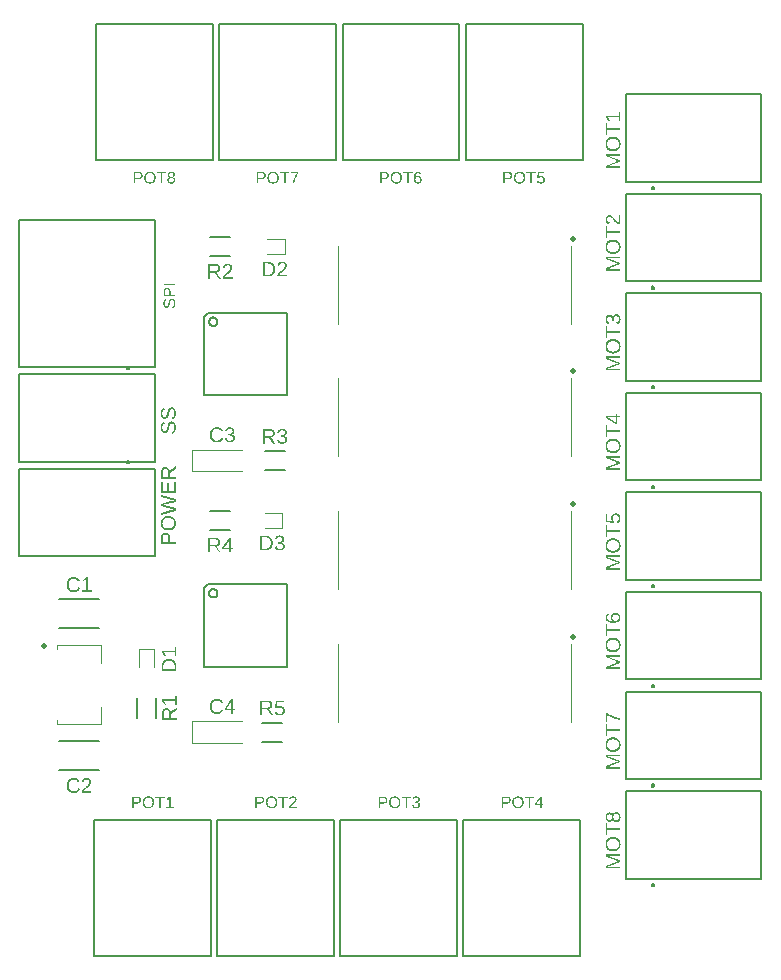
<source format=gbr>
G04 EAGLE Gerber RS-274X export*
G75*
%MOMM*%
%FSLAX34Y34*%
%LPD*%
%INSilkscreen Top*%
%IPPOS*%
%AMOC8*
5,1,8,0,0,1.08239X$1,22.5*%
G01*
G04 Define Apertures*
%ADD10C,0.127000*%
%ADD11C,0.120000*%
%ADD12C,0.500000*%
%ADD13C,0.152400*%
%ADD14C,0.200000*%
G36*
X47459Y308392D02*
X47001Y308404D01*
X46558Y308440D01*
X46131Y308501D01*
X45720Y308586D01*
X45324Y308695D01*
X44944Y308828D01*
X44580Y308985D01*
X44232Y309167D01*
X43901Y309371D01*
X43591Y309596D01*
X43301Y309842D01*
X43032Y310109D01*
X42782Y310396D01*
X42553Y310704D01*
X42345Y311033D01*
X42156Y311383D01*
X41989Y311751D01*
X41844Y312136D01*
X41721Y312538D01*
X41621Y312956D01*
X41543Y313391D01*
X41487Y313842D01*
X41453Y314310D01*
X41442Y314794D01*
X41448Y315158D01*
X41467Y315512D01*
X41498Y315856D01*
X41542Y316190D01*
X41598Y316514D01*
X41666Y316828D01*
X41747Y317132D01*
X41841Y317426D01*
X41947Y317710D01*
X42065Y317984D01*
X42339Y318502D01*
X42663Y318981D01*
X43036Y319419D01*
X43454Y319811D01*
X43910Y320151D01*
X44152Y320301D01*
X44404Y320438D01*
X44666Y320562D01*
X44937Y320673D01*
X45217Y320772D01*
X45508Y320856D01*
X45808Y320928D01*
X46117Y320987D01*
X46436Y321033D01*
X46765Y321066D01*
X47103Y321085D01*
X47451Y321092D01*
X47933Y321080D01*
X48395Y321044D01*
X48837Y320983D01*
X49259Y320899D01*
X49661Y320791D01*
X50042Y320658D01*
X50403Y320502D01*
X50744Y320321D01*
X51063Y320117D01*
X51361Y319889D01*
X51637Y319638D01*
X51891Y319364D01*
X52123Y319067D01*
X52333Y318746D01*
X52522Y318402D01*
X52688Y318035D01*
X51103Y317509D01*
X50987Y317771D01*
X50856Y318016D01*
X50708Y318246D01*
X50543Y318460D01*
X50363Y318658D01*
X50166Y318840D01*
X49953Y319006D01*
X49723Y319156D01*
X49480Y319290D01*
X49226Y319405D01*
X48961Y319503D01*
X48684Y319583D01*
X48397Y319645D01*
X48098Y319690D01*
X47789Y319716D01*
X47468Y319725D01*
X46970Y319705D01*
X46500Y319643D01*
X46059Y319540D01*
X45646Y319396D01*
X45262Y319210D01*
X44906Y318984D01*
X44579Y318716D01*
X44280Y318407D01*
X44013Y318062D01*
X43782Y317687D01*
X43586Y317281D01*
X43426Y316845D01*
X43301Y316378D01*
X43212Y315881D01*
X43159Y315353D01*
X43141Y314794D01*
X43160Y314241D01*
X43215Y313716D01*
X43308Y313218D01*
X43438Y312748D01*
X43605Y312306D01*
X43809Y311892D01*
X44050Y311505D01*
X44328Y311146D01*
X44638Y310823D01*
X44974Y310543D01*
X45336Y310306D01*
X45724Y310112D01*
X46138Y309961D01*
X46579Y309853D01*
X47045Y309788D01*
X47538Y309767D01*
X47857Y309777D01*
X48166Y309807D01*
X48465Y309857D01*
X48754Y309927D01*
X49033Y310018D01*
X49301Y310128D01*
X49560Y310258D01*
X49809Y310408D01*
X50047Y310579D01*
X50276Y310769D01*
X50494Y310980D01*
X50703Y311210D01*
X50901Y311461D01*
X51089Y311732D01*
X51267Y312022D01*
X51436Y312333D01*
X52802Y311650D01*
X52602Y311263D01*
X52382Y310901D01*
X52144Y310562D01*
X51886Y310246D01*
X51608Y309955D01*
X51312Y309688D01*
X50996Y309444D01*
X50661Y309224D01*
X50309Y309029D01*
X49943Y308860D01*
X49564Y308717D01*
X49170Y308600D01*
X48763Y308509D01*
X48343Y308444D01*
X47908Y308405D01*
X47459Y308392D01*
G37*
G36*
X62600Y308567D02*
X54866Y308567D01*
X54866Y309907D01*
X58011Y309907D01*
X58011Y319401D01*
X55225Y317413D01*
X55225Y318902D01*
X58142Y320908D01*
X59596Y320908D01*
X59596Y309907D01*
X62600Y309907D01*
X62600Y308567D01*
G37*
G36*
X47459Y138392D02*
X47001Y138404D01*
X46558Y138440D01*
X46131Y138501D01*
X45720Y138586D01*
X45324Y138695D01*
X44944Y138828D01*
X44580Y138985D01*
X44232Y139167D01*
X43901Y139371D01*
X43591Y139596D01*
X43301Y139842D01*
X43032Y140109D01*
X42782Y140396D01*
X42553Y140704D01*
X42345Y141033D01*
X42156Y141383D01*
X41989Y141751D01*
X41844Y142136D01*
X41721Y142538D01*
X41621Y142956D01*
X41543Y143391D01*
X41487Y143842D01*
X41453Y144310D01*
X41442Y144794D01*
X41448Y145158D01*
X41467Y145512D01*
X41498Y145856D01*
X41542Y146190D01*
X41598Y146514D01*
X41666Y146828D01*
X41747Y147132D01*
X41841Y147426D01*
X41947Y147710D01*
X42065Y147984D01*
X42339Y148502D01*
X42663Y148981D01*
X43036Y149419D01*
X43454Y149811D01*
X43910Y150151D01*
X44152Y150301D01*
X44404Y150438D01*
X44666Y150562D01*
X44937Y150673D01*
X45217Y150772D01*
X45508Y150856D01*
X45808Y150928D01*
X46117Y150987D01*
X46436Y151033D01*
X46765Y151066D01*
X47103Y151085D01*
X47451Y151092D01*
X47933Y151080D01*
X48395Y151044D01*
X48837Y150983D01*
X49259Y150899D01*
X49661Y150791D01*
X50042Y150658D01*
X50403Y150502D01*
X50744Y150321D01*
X51063Y150117D01*
X51361Y149889D01*
X51637Y149638D01*
X51891Y149364D01*
X52123Y149067D01*
X52333Y148746D01*
X52522Y148402D01*
X52688Y148035D01*
X51103Y147509D01*
X50987Y147771D01*
X50856Y148016D01*
X50708Y148246D01*
X50543Y148460D01*
X50363Y148658D01*
X50166Y148840D01*
X49953Y149006D01*
X49723Y149156D01*
X49480Y149290D01*
X49226Y149405D01*
X48961Y149503D01*
X48684Y149583D01*
X48397Y149645D01*
X48098Y149690D01*
X47789Y149716D01*
X47468Y149725D01*
X46970Y149705D01*
X46500Y149643D01*
X46059Y149540D01*
X45646Y149396D01*
X45262Y149210D01*
X44906Y148984D01*
X44579Y148716D01*
X44280Y148407D01*
X44013Y148062D01*
X43782Y147687D01*
X43586Y147281D01*
X43426Y146845D01*
X43301Y146378D01*
X43212Y145881D01*
X43159Y145353D01*
X43141Y144794D01*
X43160Y144241D01*
X43215Y143716D01*
X43308Y143218D01*
X43438Y142748D01*
X43605Y142306D01*
X43809Y141892D01*
X44050Y141505D01*
X44328Y141146D01*
X44638Y140823D01*
X44974Y140543D01*
X45336Y140306D01*
X45724Y140112D01*
X46138Y139961D01*
X46579Y139853D01*
X47045Y139788D01*
X47538Y139767D01*
X47857Y139777D01*
X48166Y139807D01*
X48465Y139857D01*
X48754Y139927D01*
X49033Y140018D01*
X49301Y140128D01*
X49560Y140258D01*
X49809Y140408D01*
X50047Y140579D01*
X50276Y140769D01*
X50494Y140980D01*
X50703Y141210D01*
X50901Y141461D01*
X51089Y141732D01*
X51267Y142022D01*
X51436Y142333D01*
X52802Y141650D01*
X52602Y141263D01*
X52382Y140901D01*
X52144Y140562D01*
X51886Y140246D01*
X51608Y139955D01*
X51312Y139688D01*
X50996Y139444D01*
X50661Y139224D01*
X50309Y139029D01*
X49943Y138860D01*
X49564Y138717D01*
X49170Y138600D01*
X48763Y138509D01*
X48343Y138444D01*
X47908Y138405D01*
X47459Y138392D01*
G37*
G36*
X62574Y138567D02*
X54402Y138567D01*
X54402Y139679D01*
X54638Y140177D01*
X54898Y140644D01*
X55183Y141081D01*
X55493Y141488D01*
X55819Y141871D01*
X56153Y142235D01*
X56495Y142580D01*
X56846Y142907D01*
X57552Y143519D01*
X58252Y144085D01*
X58914Y144628D01*
X59508Y145171D01*
X59775Y145446D01*
X60015Y145727D01*
X60228Y146015D01*
X60415Y146310D01*
X60566Y146617D01*
X60674Y146945D01*
X60739Y147292D01*
X60761Y147658D01*
X60752Y147905D01*
X60724Y148138D01*
X60677Y148356D01*
X60612Y148560D01*
X60528Y148750D01*
X60426Y148926D01*
X60305Y149088D01*
X60165Y149235D01*
X60009Y149366D01*
X59838Y149480D01*
X59653Y149576D01*
X59454Y149655D01*
X59239Y149717D01*
X59011Y149760D01*
X58768Y149787D01*
X58510Y149795D01*
X58264Y149787D01*
X58028Y149761D01*
X57804Y149718D01*
X57591Y149659D01*
X57389Y149582D01*
X57199Y149488D01*
X57019Y149376D01*
X56850Y149248D01*
X56695Y149104D01*
X56558Y148947D01*
X56437Y148775D01*
X56332Y148590D01*
X56245Y148391D01*
X56174Y148178D01*
X56121Y147951D01*
X56084Y147711D01*
X54472Y147860D01*
X54530Y148220D01*
X54616Y148562D01*
X54731Y148885D01*
X54874Y149189D01*
X55045Y149474D01*
X55245Y149740D01*
X55473Y149987D01*
X55729Y150216D01*
X56009Y150421D01*
X56308Y150599D01*
X56627Y150750D01*
X56965Y150873D01*
X57322Y150969D01*
X57699Y151037D01*
X58095Y151078D01*
X58510Y151092D01*
X58963Y151078D01*
X59389Y151037D01*
X59788Y150968D01*
X60160Y150872D01*
X60505Y150748D01*
X60823Y150597D01*
X61114Y150418D01*
X61378Y150211D01*
X61613Y149980D01*
X61817Y149725D01*
X61989Y149447D01*
X62130Y149146D01*
X62240Y148822D01*
X62318Y148475D01*
X62365Y148104D01*
X62381Y147711D01*
X62361Y147352D01*
X62299Y146995D01*
X62196Y146639D01*
X62053Y146283D01*
X61869Y145929D01*
X61644Y145574D01*
X61380Y145219D01*
X61076Y144864D01*
X60678Y144461D01*
X60132Y143960D01*
X59439Y143362D01*
X58597Y142666D01*
X58120Y142264D01*
X57693Y141883D01*
X57318Y141522D01*
X56995Y141181D01*
X56718Y140854D01*
X56482Y140532D01*
X56289Y140217D01*
X56136Y139907D01*
X62574Y139907D01*
X62574Y138567D01*
G37*
G36*
X134372Y241273D02*
X122031Y241273D01*
X122031Y245354D01*
X122037Y245741D01*
X122056Y246116D01*
X122087Y246480D01*
X122130Y246832D01*
X122185Y247174D01*
X122252Y247504D01*
X122332Y247824D01*
X122424Y248132D01*
X122529Y248429D01*
X122645Y248714D01*
X122774Y248989D01*
X122916Y249252D01*
X123069Y249504D01*
X123235Y249745D01*
X123413Y249975D01*
X123603Y250193D01*
X123805Y250400D01*
X124017Y250593D01*
X124240Y250772D01*
X124472Y250939D01*
X124716Y251092D01*
X124969Y251231D01*
X125233Y251358D01*
X125507Y251471D01*
X125792Y251571D01*
X126087Y251657D01*
X126392Y251730D01*
X126708Y251790D01*
X127034Y251837D01*
X127371Y251870D01*
X127717Y251890D01*
X128075Y251897D01*
X128545Y251885D01*
X128999Y251850D01*
X129440Y251792D01*
X129865Y251711D01*
X130275Y251606D01*
X130670Y251478D01*
X131051Y251327D01*
X131416Y251152D01*
X131764Y250956D01*
X132090Y250741D01*
X132396Y250507D01*
X132681Y250252D01*
X132944Y249979D01*
X133187Y249686D01*
X133409Y249373D01*
X133610Y249042D01*
X133789Y248693D01*
X133943Y248332D01*
X134074Y247958D01*
X134182Y247570D01*
X134265Y247169D01*
X134324Y246756D01*
X134360Y246329D01*
X134372Y245888D01*
X134372Y241273D01*
G37*
%LPC*%
G36*
X133032Y242946D02*
X133032Y245696D01*
X133023Y246030D01*
X132995Y246354D01*
X132948Y246668D01*
X132883Y246971D01*
X132799Y247264D01*
X132697Y247547D01*
X132576Y247820D01*
X132436Y248082D01*
X132279Y248332D01*
X132106Y248567D01*
X131916Y248787D01*
X131709Y248992D01*
X131487Y249182D01*
X131247Y249358D01*
X130992Y249518D01*
X130720Y249663D01*
X130433Y249793D01*
X130134Y249905D01*
X129822Y250000D01*
X129498Y250077D01*
X129161Y250138D01*
X128811Y250181D01*
X128449Y250207D01*
X128075Y250215D01*
X127518Y250196D01*
X126995Y250137D01*
X126507Y250038D01*
X126053Y249901D01*
X125632Y249724D01*
X125246Y249508D01*
X124894Y249253D01*
X124576Y248958D01*
X124293Y248627D01*
X124049Y248260D01*
X123842Y247857D01*
X123672Y247420D01*
X123541Y246948D01*
X123447Y246440D01*
X123390Y245897D01*
X123371Y245319D01*
X123371Y242946D01*
X133032Y242946D01*
G37*
%LPD*%
G36*
X134372Y254136D02*
X133032Y254136D01*
X133032Y257281D01*
X123538Y257281D01*
X125526Y254495D01*
X124037Y254495D01*
X122031Y257412D01*
X122031Y258866D01*
X133032Y258866D01*
X133032Y261870D01*
X134372Y261870D01*
X134372Y254136D01*
G37*
G36*
X212136Y575628D02*
X207521Y575628D01*
X207521Y587969D01*
X211602Y587969D01*
X211989Y587963D01*
X212364Y587944D01*
X212728Y587914D01*
X213080Y587871D01*
X213422Y587815D01*
X213752Y587748D01*
X214072Y587668D01*
X214380Y587576D01*
X214677Y587471D01*
X214962Y587355D01*
X215237Y587226D01*
X215500Y587084D01*
X215752Y586931D01*
X215993Y586765D01*
X216223Y586587D01*
X216441Y586397D01*
X216648Y586195D01*
X216841Y585983D01*
X217020Y585760D01*
X217187Y585528D01*
X217340Y585284D01*
X217479Y585031D01*
X217606Y584767D01*
X217719Y584493D01*
X217819Y584208D01*
X217905Y583913D01*
X217978Y583608D01*
X218038Y583292D01*
X218085Y582966D01*
X218118Y582629D01*
X218138Y582283D01*
X218145Y581925D01*
X218133Y581456D01*
X218098Y581001D01*
X218040Y580560D01*
X217959Y580135D01*
X217854Y579725D01*
X217726Y579330D01*
X217575Y578949D01*
X217400Y578584D01*
X217204Y578236D01*
X216989Y577910D01*
X216755Y577604D01*
X216500Y577319D01*
X216227Y577056D01*
X215934Y576813D01*
X215621Y576591D01*
X215290Y576390D01*
X214941Y576211D01*
X214580Y576057D01*
X214206Y575926D01*
X213818Y575818D01*
X213417Y575735D01*
X213004Y575676D01*
X212577Y575640D01*
X212136Y575628D01*
G37*
%LPC*%
G36*
X211944Y576968D02*
X212278Y576977D01*
X212602Y577005D01*
X212916Y577052D01*
X213219Y577117D01*
X213512Y577201D01*
X213795Y577303D01*
X214068Y577424D01*
X214330Y577564D01*
X214580Y577721D01*
X214815Y577894D01*
X215035Y578084D01*
X215240Y578291D01*
X215430Y578513D01*
X215606Y578753D01*
X215766Y579008D01*
X215911Y579280D01*
X216041Y579567D01*
X216153Y579866D01*
X216248Y580178D01*
X216325Y580502D01*
X216386Y580839D01*
X216429Y581189D01*
X216455Y581551D01*
X216463Y581925D01*
X216444Y582482D01*
X216385Y583005D01*
X216286Y583493D01*
X216149Y583948D01*
X215972Y584368D01*
X215756Y584754D01*
X215501Y585106D01*
X215206Y585424D01*
X214875Y585707D01*
X214508Y585951D01*
X214105Y586158D01*
X213668Y586328D01*
X213196Y586459D01*
X212688Y586553D01*
X212145Y586610D01*
X211567Y586629D01*
X209194Y586629D01*
X209194Y576968D01*
X211944Y576968D01*
G37*
%LPD*%
G36*
X228092Y575628D02*
X219920Y575628D01*
X219920Y576740D01*
X220156Y577238D01*
X220416Y577705D01*
X220701Y578142D01*
X221011Y578549D01*
X221337Y578932D01*
X221671Y579296D01*
X222013Y579641D01*
X222364Y579968D01*
X223070Y580580D01*
X223770Y581146D01*
X224432Y581689D01*
X225026Y582232D01*
X225293Y582507D01*
X225533Y582788D01*
X225746Y583076D01*
X225933Y583371D01*
X226084Y583678D01*
X226192Y584006D01*
X226257Y584353D01*
X226279Y584719D01*
X226270Y584966D01*
X226242Y585199D01*
X226195Y585417D01*
X226130Y585621D01*
X226046Y585811D01*
X225944Y585987D01*
X225823Y586149D01*
X225683Y586296D01*
X225527Y586427D01*
X225356Y586541D01*
X225171Y586637D01*
X224972Y586716D01*
X224757Y586778D01*
X224529Y586821D01*
X224286Y586848D01*
X224028Y586856D01*
X223782Y586848D01*
X223546Y586822D01*
X223322Y586779D01*
X223109Y586720D01*
X222907Y586643D01*
X222717Y586549D01*
X222537Y586437D01*
X222368Y586309D01*
X222213Y586165D01*
X222076Y586008D01*
X221955Y585836D01*
X221850Y585651D01*
X221763Y585452D01*
X221692Y585239D01*
X221639Y585012D01*
X221602Y584772D01*
X219990Y584921D01*
X220048Y585281D01*
X220134Y585623D01*
X220249Y585946D01*
X220392Y586250D01*
X220563Y586535D01*
X220763Y586801D01*
X220991Y587048D01*
X221247Y587277D01*
X221527Y587482D01*
X221826Y587660D01*
X222145Y587811D01*
X222483Y587934D01*
X222840Y588030D01*
X223217Y588098D01*
X223613Y588139D01*
X224028Y588153D01*
X224481Y588139D01*
X224907Y588098D01*
X225306Y588029D01*
X225678Y587933D01*
X226023Y587809D01*
X226341Y587658D01*
X226632Y587479D01*
X226896Y587272D01*
X227131Y587041D01*
X227335Y586786D01*
X227507Y586508D01*
X227648Y586207D01*
X227758Y585883D01*
X227836Y585536D01*
X227883Y585165D01*
X227899Y584772D01*
X227879Y584413D01*
X227817Y584056D01*
X227714Y583700D01*
X227571Y583344D01*
X227387Y582990D01*
X227162Y582635D01*
X226898Y582280D01*
X226594Y581925D01*
X226196Y581522D01*
X225650Y581021D01*
X224957Y580423D01*
X224115Y579727D01*
X223638Y579325D01*
X223211Y578944D01*
X222836Y578583D01*
X222513Y578242D01*
X222236Y577915D01*
X222000Y577593D01*
X221807Y577278D01*
X221654Y576968D01*
X228092Y576968D01*
X228092Y575628D01*
G37*
G36*
X210036Y343801D02*
X205421Y343801D01*
X205421Y356142D01*
X209502Y356142D01*
X209889Y356136D01*
X210264Y356117D01*
X210628Y356087D01*
X210980Y356044D01*
X211322Y355988D01*
X211652Y355921D01*
X211972Y355841D01*
X212280Y355749D01*
X212577Y355644D01*
X212862Y355528D01*
X213137Y355399D01*
X213400Y355257D01*
X213652Y355104D01*
X213893Y354938D01*
X214123Y354760D01*
X214341Y354570D01*
X214548Y354368D01*
X214741Y354156D01*
X214920Y353933D01*
X215087Y353701D01*
X215240Y353457D01*
X215379Y353204D01*
X215506Y352940D01*
X215619Y352666D01*
X215719Y352381D01*
X215805Y352086D01*
X215878Y351781D01*
X215938Y351465D01*
X215985Y351139D01*
X216018Y350802D01*
X216038Y350456D01*
X216045Y350098D01*
X216033Y349629D01*
X215998Y349174D01*
X215940Y348733D01*
X215859Y348308D01*
X215754Y347898D01*
X215626Y347503D01*
X215475Y347122D01*
X215300Y346757D01*
X215104Y346409D01*
X214889Y346083D01*
X214655Y345777D01*
X214400Y345492D01*
X214127Y345229D01*
X213834Y344986D01*
X213521Y344764D01*
X213190Y344563D01*
X212841Y344384D01*
X212480Y344230D01*
X212106Y344099D01*
X211718Y343991D01*
X211317Y343908D01*
X210904Y343849D01*
X210477Y343813D01*
X210036Y343801D01*
G37*
%LPC*%
G36*
X209844Y345141D02*
X210178Y345150D01*
X210502Y345178D01*
X210816Y345225D01*
X211119Y345290D01*
X211412Y345374D01*
X211695Y345476D01*
X211968Y345597D01*
X212230Y345737D01*
X212480Y345894D01*
X212715Y346067D01*
X212935Y346257D01*
X213140Y346464D01*
X213330Y346686D01*
X213506Y346926D01*
X213666Y347181D01*
X213811Y347453D01*
X213941Y347740D01*
X214053Y348039D01*
X214148Y348351D01*
X214225Y348675D01*
X214286Y349012D01*
X214329Y349362D01*
X214355Y349724D01*
X214363Y350098D01*
X214344Y350655D01*
X214285Y351178D01*
X214186Y351666D01*
X214049Y352121D01*
X213872Y352541D01*
X213656Y352927D01*
X213401Y353279D01*
X213106Y353597D01*
X212775Y353880D01*
X212408Y354124D01*
X212005Y354331D01*
X211568Y354501D01*
X211096Y354632D01*
X210588Y354726D01*
X210045Y354783D01*
X209467Y354802D01*
X207094Y354802D01*
X207094Y345141D01*
X209844Y345141D01*
G37*
%LPD*%
G36*
X221919Y343626D02*
X221462Y343639D01*
X221029Y343679D01*
X220620Y343745D01*
X220234Y343837D01*
X219872Y343956D01*
X219534Y344101D01*
X219219Y344273D01*
X218928Y344471D01*
X218663Y344695D01*
X218426Y344944D01*
X218218Y345219D01*
X218038Y345519D01*
X217886Y345844D01*
X217763Y346195D01*
X217668Y346570D01*
X217601Y346972D01*
X219230Y347120D01*
X219278Y346855D01*
X219341Y346607D01*
X219421Y346376D01*
X219517Y346163D01*
X219628Y345966D01*
X219756Y345786D01*
X219900Y345624D01*
X220060Y345478D01*
X220236Y345350D01*
X220428Y345239D01*
X220637Y345145D01*
X220861Y345068D01*
X221101Y345008D01*
X221358Y344965D01*
X221630Y344939D01*
X221919Y344931D01*
X222209Y344940D01*
X222483Y344968D01*
X222740Y345013D01*
X222982Y345078D01*
X223208Y345160D01*
X223418Y345261D01*
X223611Y345380D01*
X223789Y345518D01*
X223948Y345673D01*
X224086Y345847D01*
X224203Y346038D01*
X224298Y346247D01*
X224372Y346474D01*
X224425Y346718D01*
X224457Y346980D01*
X224468Y347261D01*
X224456Y347506D01*
X224419Y347737D01*
X224359Y347954D01*
X224274Y348157D01*
X224165Y348347D01*
X224032Y348523D01*
X223874Y348685D01*
X223693Y348833D01*
X223488Y348965D01*
X223262Y349080D01*
X223015Y349177D01*
X222746Y349256D01*
X222455Y349318D01*
X222143Y349362D01*
X221810Y349389D01*
X221455Y349398D01*
X220562Y349398D01*
X220562Y350764D01*
X221420Y350764D01*
X221735Y350773D01*
X222032Y350799D01*
X222310Y350843D01*
X222571Y350905D01*
X222813Y350985D01*
X223037Y351082D01*
X223242Y351197D01*
X223430Y351329D01*
X223597Y351477D01*
X223742Y351639D01*
X223865Y351814D01*
X223965Y352002D01*
X224043Y352204D01*
X224099Y352420D01*
X224133Y352650D01*
X224144Y352892D01*
X224135Y353133D01*
X224107Y353361D01*
X224062Y353576D01*
X223998Y353778D01*
X223916Y353967D01*
X223816Y354143D01*
X223698Y354306D01*
X223561Y354456D01*
X223407Y354590D01*
X223235Y354707D01*
X223045Y354805D01*
X222838Y354886D01*
X222613Y354949D01*
X222370Y354994D01*
X222110Y355020D01*
X221832Y355029D01*
X221577Y355021D01*
X221335Y354996D01*
X221106Y354954D01*
X220889Y354896D01*
X220684Y354821D01*
X220492Y354729D01*
X220313Y354620D01*
X220146Y354495D01*
X219993Y354355D01*
X219857Y354201D01*
X219738Y354033D01*
X219636Y353851D01*
X219551Y353656D01*
X219483Y353447D01*
X219431Y353225D01*
X219397Y352989D01*
X217811Y353111D01*
X217869Y353480D01*
X217956Y353827D01*
X218070Y354154D01*
X218213Y354460D01*
X218384Y354745D01*
X218584Y355010D01*
X218812Y355253D01*
X219068Y355476D01*
X219348Y355675D01*
X219648Y355848D01*
X219966Y355994D01*
X220304Y356113D01*
X220662Y356206D01*
X221038Y356273D01*
X221434Y356312D01*
X221849Y356326D01*
X222300Y356312D01*
X222726Y356272D01*
X223125Y356204D01*
X223499Y356110D01*
X223847Y355989D01*
X224169Y355840D01*
X224465Y355665D01*
X224735Y355463D01*
X224976Y355237D01*
X225185Y354989D01*
X225362Y354721D01*
X225507Y354431D01*
X225619Y354119D01*
X225700Y353787D01*
X225748Y353434D01*
X225764Y353059D01*
X225754Y352770D01*
X225723Y352495D01*
X225671Y352234D01*
X225599Y351987D01*
X225506Y351754D01*
X225392Y351534D01*
X225258Y351328D01*
X225103Y351136D01*
X224928Y350959D01*
X224735Y350796D01*
X224523Y350648D01*
X224292Y350516D01*
X224042Y350398D01*
X223773Y350295D01*
X223486Y350207D01*
X223180Y350133D01*
X223180Y350098D01*
X223517Y350051D01*
X223834Y349985D01*
X224132Y349898D01*
X224411Y349792D01*
X224671Y349666D01*
X224911Y349520D01*
X225133Y349355D01*
X225335Y349170D01*
X225516Y348969D01*
X225672Y348755D01*
X225805Y348529D01*
X225913Y348290D01*
X225997Y348038D01*
X226058Y347774D01*
X226094Y347497D01*
X226106Y347208D01*
X226089Y346793D01*
X226038Y346402D01*
X225953Y346036D01*
X225834Y345693D01*
X225681Y345374D01*
X225495Y345080D01*
X225274Y344809D01*
X225020Y344563D01*
X224734Y344343D01*
X224419Y344153D01*
X224075Y343992D01*
X223701Y343860D01*
X223299Y343758D01*
X222868Y343684D01*
X222408Y343641D01*
X221919Y343626D01*
G37*
G36*
X504073Y681687D02*
X503708Y681693D01*
X503353Y681712D01*
X503008Y681744D01*
X502673Y681788D01*
X502349Y681845D01*
X502034Y681915D01*
X501730Y681997D01*
X501435Y682092D01*
X501151Y682200D01*
X500877Y682320D01*
X500613Y682453D01*
X500359Y682599D01*
X499881Y682928D01*
X499444Y683307D01*
X499053Y683732D01*
X498877Y683960D01*
X498714Y684197D01*
X498564Y684444D01*
X498427Y684701D01*
X498303Y684968D01*
X498192Y685245D01*
X498095Y685532D01*
X498010Y685829D01*
X497938Y686136D01*
X497880Y686452D01*
X497834Y686779D01*
X497801Y687115D01*
X497782Y687462D01*
X497775Y687818D01*
X497787Y688281D01*
X497822Y688728D01*
X497881Y689160D01*
X497963Y689576D01*
X498068Y689977D01*
X498197Y690362D01*
X498349Y690731D01*
X498524Y691085D01*
X498722Y691421D01*
X498941Y691736D01*
X499181Y692031D01*
X499443Y692306D01*
X499725Y692560D01*
X500029Y692794D01*
X500354Y693007D01*
X500701Y693200D01*
X501066Y693372D01*
X501447Y693520D01*
X501844Y693646D01*
X502257Y693749D01*
X502687Y693829D01*
X503133Y693886D01*
X503595Y693920D01*
X504073Y693932D01*
X504549Y693920D01*
X505010Y693885D01*
X505457Y693827D01*
X505888Y693747D01*
X506304Y693642D01*
X506705Y693515D01*
X507091Y693365D01*
X507462Y693191D01*
X507815Y692996D01*
X508147Y692781D01*
X508458Y692546D01*
X508748Y692290D01*
X509016Y692015D01*
X509264Y691719D01*
X509490Y691403D01*
X509696Y691067D01*
X509878Y690714D01*
X510037Y690344D01*
X510171Y689959D01*
X510280Y689559D01*
X510366Y689143D01*
X510426Y688711D01*
X510463Y688264D01*
X510475Y687801D01*
X510463Y687334D01*
X510427Y686883D01*
X510367Y686448D01*
X510283Y686030D01*
X510174Y685628D01*
X510042Y685243D01*
X509885Y684873D01*
X509704Y684520D01*
X509501Y684186D01*
X509276Y683872D01*
X509030Y683578D01*
X508762Y683304D01*
X508472Y683051D01*
X508162Y682818D01*
X507829Y682606D01*
X507475Y682414D01*
X507103Y682244D01*
X506716Y682096D01*
X506313Y681971D01*
X505896Y681869D01*
X505463Y681789D01*
X505015Y681733D01*
X504551Y681698D01*
X504073Y681687D01*
G37*
%LPC*%
G36*
X504073Y683386D02*
X504638Y683405D01*
X505173Y683459D01*
X505679Y683551D01*
X506154Y683679D01*
X506599Y683843D01*
X507015Y684044D01*
X507400Y684281D01*
X507756Y684556D01*
X508075Y684862D01*
X508352Y685197D01*
X508586Y685560D01*
X508777Y685951D01*
X508926Y686371D01*
X509033Y686819D01*
X509096Y687296D01*
X509118Y687801D01*
X509097Y688319D01*
X509035Y688807D01*
X508932Y689264D01*
X508788Y689689D01*
X508603Y690084D01*
X508376Y690447D01*
X508108Y690779D01*
X507799Y691081D01*
X507453Y691349D01*
X507072Y691581D01*
X506658Y691777D01*
X506209Y691938D01*
X505726Y692063D01*
X505209Y692152D01*
X504658Y692206D01*
X504073Y692224D01*
X503512Y692206D01*
X502983Y692152D01*
X502484Y692062D01*
X502017Y691936D01*
X501580Y691774D01*
X501174Y691576D01*
X500799Y691342D01*
X500455Y691072D01*
X500148Y690769D01*
X499881Y690437D01*
X499655Y690074D01*
X499470Y689683D01*
X499326Y689261D01*
X499224Y688810D01*
X499162Y688329D01*
X499142Y687818D01*
X499162Y687303D01*
X499223Y686818D01*
X499324Y686364D01*
X499466Y685939D01*
X499648Y685545D01*
X499871Y685181D01*
X500134Y684846D01*
X500438Y684542D01*
X500778Y684271D01*
X501151Y684037D01*
X501557Y683838D01*
X501995Y683675D01*
X502465Y683549D01*
X502969Y683458D01*
X503504Y683404D01*
X504073Y683386D01*
G37*
%LPD*%
G36*
X510300Y667371D02*
X497959Y667371D01*
X497959Y669570D01*
X506516Y672854D01*
X507052Y673026D01*
X507624Y673191D01*
X508478Y673406D01*
X508037Y673514D01*
X507414Y673699D01*
X506833Y673887D01*
X506516Y674002D01*
X497959Y677225D01*
X497959Y679371D01*
X510300Y679371D01*
X510300Y677864D01*
X502067Y677864D01*
X500727Y677884D01*
X499439Y677943D01*
X500836Y677536D01*
X501407Y677349D01*
X501892Y677172D01*
X510300Y673984D01*
X510300Y672810D01*
X501892Y669579D01*
X500403Y669088D01*
X499439Y668799D01*
X500412Y668825D01*
X502067Y668860D01*
X510300Y668860D01*
X510300Y667371D01*
G37*
G36*
X499326Y695178D02*
X497959Y695178D01*
X497959Y705320D01*
X499326Y705320D01*
X499326Y701081D01*
X510300Y701081D01*
X510300Y699417D01*
X499326Y699417D01*
X499326Y695178D01*
G37*
G36*
X510300Y707110D02*
X508960Y707110D01*
X508960Y710254D01*
X499466Y710254D01*
X501454Y707469D01*
X499965Y707469D01*
X497959Y710386D01*
X497959Y711840D01*
X508960Y711840D01*
X508960Y714844D01*
X510300Y714844D01*
X510300Y707110D01*
G37*
G36*
X504073Y594687D02*
X503708Y594693D01*
X503353Y594712D01*
X503008Y594744D01*
X502673Y594788D01*
X502349Y594845D01*
X502034Y594915D01*
X501730Y594997D01*
X501435Y595092D01*
X501151Y595200D01*
X500877Y595320D01*
X500613Y595453D01*
X500359Y595599D01*
X499881Y595928D01*
X499444Y596307D01*
X499053Y596732D01*
X498877Y596960D01*
X498714Y597197D01*
X498564Y597444D01*
X498427Y597701D01*
X498303Y597968D01*
X498192Y598245D01*
X498095Y598532D01*
X498010Y598829D01*
X497938Y599136D01*
X497880Y599452D01*
X497834Y599779D01*
X497801Y600115D01*
X497782Y600462D01*
X497775Y600818D01*
X497787Y601281D01*
X497822Y601728D01*
X497881Y602160D01*
X497963Y602576D01*
X498068Y602977D01*
X498197Y603362D01*
X498349Y603731D01*
X498524Y604085D01*
X498722Y604421D01*
X498941Y604736D01*
X499181Y605031D01*
X499443Y605306D01*
X499725Y605560D01*
X500029Y605794D01*
X500354Y606007D01*
X500701Y606200D01*
X501066Y606372D01*
X501447Y606520D01*
X501844Y606646D01*
X502257Y606749D01*
X502687Y606829D01*
X503133Y606886D01*
X503595Y606920D01*
X504073Y606932D01*
X504549Y606920D01*
X505010Y606885D01*
X505457Y606827D01*
X505888Y606747D01*
X506304Y606642D01*
X506705Y606515D01*
X507091Y606365D01*
X507462Y606191D01*
X507815Y605996D01*
X508147Y605781D01*
X508458Y605546D01*
X508748Y605290D01*
X509016Y605015D01*
X509264Y604719D01*
X509490Y604403D01*
X509696Y604067D01*
X509878Y603714D01*
X510037Y603344D01*
X510171Y602959D01*
X510280Y602559D01*
X510366Y602143D01*
X510426Y601711D01*
X510463Y601264D01*
X510475Y600801D01*
X510463Y600334D01*
X510427Y599883D01*
X510367Y599448D01*
X510283Y599030D01*
X510174Y598628D01*
X510042Y598243D01*
X509885Y597873D01*
X509704Y597520D01*
X509501Y597186D01*
X509276Y596872D01*
X509030Y596578D01*
X508762Y596304D01*
X508472Y596051D01*
X508162Y595818D01*
X507829Y595606D01*
X507475Y595414D01*
X507103Y595244D01*
X506716Y595096D01*
X506313Y594971D01*
X505896Y594869D01*
X505463Y594789D01*
X505015Y594733D01*
X504551Y594698D01*
X504073Y594687D01*
G37*
%LPC*%
G36*
X504073Y596386D02*
X504638Y596405D01*
X505173Y596459D01*
X505679Y596551D01*
X506154Y596679D01*
X506599Y596843D01*
X507015Y597044D01*
X507400Y597281D01*
X507756Y597556D01*
X508075Y597862D01*
X508352Y598197D01*
X508586Y598560D01*
X508777Y598951D01*
X508926Y599371D01*
X509033Y599819D01*
X509096Y600296D01*
X509118Y600801D01*
X509097Y601319D01*
X509035Y601807D01*
X508932Y602264D01*
X508788Y602689D01*
X508603Y603084D01*
X508376Y603447D01*
X508108Y603779D01*
X507799Y604081D01*
X507453Y604349D01*
X507072Y604581D01*
X506658Y604777D01*
X506209Y604938D01*
X505726Y605063D01*
X505209Y605152D01*
X504658Y605206D01*
X504073Y605224D01*
X503512Y605206D01*
X502983Y605152D01*
X502484Y605062D01*
X502017Y604936D01*
X501580Y604774D01*
X501174Y604576D01*
X500799Y604342D01*
X500455Y604072D01*
X500148Y603769D01*
X499881Y603437D01*
X499655Y603074D01*
X499470Y602683D01*
X499326Y602261D01*
X499224Y601810D01*
X499162Y601329D01*
X499142Y600818D01*
X499162Y600303D01*
X499223Y599818D01*
X499324Y599364D01*
X499466Y598939D01*
X499648Y598545D01*
X499871Y598181D01*
X500134Y597846D01*
X500438Y597542D01*
X500778Y597271D01*
X501151Y597037D01*
X501557Y596838D01*
X501995Y596675D01*
X502465Y596549D01*
X502969Y596458D01*
X503504Y596404D01*
X504073Y596386D01*
G37*
%LPD*%
G36*
X510300Y580371D02*
X497959Y580371D01*
X497959Y582570D01*
X506516Y585854D01*
X507052Y586026D01*
X507624Y586191D01*
X508478Y586406D01*
X508037Y586514D01*
X507414Y586699D01*
X506833Y586887D01*
X506516Y587002D01*
X497959Y590225D01*
X497959Y592371D01*
X510300Y592371D01*
X510300Y590864D01*
X502067Y590864D01*
X500727Y590884D01*
X499439Y590943D01*
X500836Y590536D01*
X501407Y590349D01*
X501892Y590172D01*
X510300Y586984D01*
X510300Y585810D01*
X501892Y582579D01*
X500403Y582088D01*
X499439Y581799D01*
X500412Y581825D01*
X502067Y581860D01*
X510300Y581860D01*
X510300Y580371D01*
G37*
G36*
X510300Y619646D02*
X509188Y619646D01*
X508690Y619882D01*
X508223Y620142D01*
X507786Y620427D01*
X507379Y620736D01*
X506996Y621062D01*
X506632Y621396D01*
X506287Y621739D01*
X505960Y622090D01*
X505348Y622796D01*
X504782Y623495D01*
X504239Y624158D01*
X503696Y624752D01*
X503421Y625019D01*
X503140Y625259D01*
X502852Y625472D01*
X502557Y625659D01*
X502250Y625810D01*
X501922Y625918D01*
X501575Y625983D01*
X501209Y626005D01*
X500962Y625995D01*
X500729Y625967D01*
X500511Y625921D01*
X500307Y625856D01*
X500117Y625772D01*
X499941Y625670D01*
X499779Y625549D01*
X499632Y625409D01*
X499501Y625253D01*
X499387Y625082D01*
X499291Y624897D01*
X499212Y624697D01*
X499150Y624483D01*
X499107Y624255D01*
X499080Y624011D01*
X499072Y623754D01*
X499080Y623507D01*
X499106Y623272D01*
X499149Y623048D01*
X499208Y622835D01*
X499285Y622633D01*
X499379Y622442D01*
X499491Y622263D01*
X499619Y622094D01*
X499763Y621939D01*
X499920Y621801D01*
X500092Y621680D01*
X500277Y621576D01*
X500476Y621489D01*
X500689Y621418D01*
X500916Y621364D01*
X501156Y621328D01*
X501007Y619716D01*
X500647Y619774D01*
X500305Y619860D01*
X499982Y619975D01*
X499678Y620118D01*
X499393Y620289D01*
X499127Y620489D01*
X498880Y620717D01*
X498651Y620973D01*
X498446Y621253D01*
X498268Y621552D01*
X498117Y621871D01*
X497994Y622209D01*
X497898Y622566D01*
X497830Y622943D01*
X497789Y623338D01*
X497775Y623754D01*
X497789Y624207D01*
X497830Y624633D01*
X497899Y625031D01*
X497995Y625404D01*
X498119Y625749D01*
X498270Y626067D01*
X498449Y626358D01*
X498656Y626622D01*
X498887Y626857D01*
X499142Y627061D01*
X499420Y627233D01*
X499721Y627374D01*
X500045Y627484D01*
X500392Y627562D01*
X500763Y627609D01*
X501156Y627625D01*
X501515Y627604D01*
X501872Y627543D01*
X502228Y627440D01*
X502584Y627296D01*
X502938Y627112D01*
X503293Y626888D01*
X503648Y626624D01*
X504003Y626320D01*
X504406Y625922D01*
X504907Y625376D01*
X505505Y624683D01*
X506201Y623841D01*
X506603Y623363D01*
X506984Y622937D01*
X507345Y622562D01*
X507686Y622238D01*
X508013Y621961D01*
X508335Y621726D01*
X508650Y621532D01*
X508960Y621380D01*
X508960Y627818D01*
X510300Y627818D01*
X510300Y619646D01*
G37*
G36*
X499326Y608178D02*
X497959Y608178D01*
X497959Y618320D01*
X499326Y618320D01*
X499326Y614081D01*
X510300Y614081D01*
X510300Y612417D01*
X499326Y612417D01*
X499326Y608178D01*
G37*
G36*
X504073Y510387D02*
X503708Y510393D01*
X503353Y510412D01*
X503008Y510444D01*
X502673Y510488D01*
X502349Y510545D01*
X502034Y510615D01*
X501730Y510697D01*
X501435Y510792D01*
X501151Y510900D01*
X500877Y511020D01*
X500613Y511153D01*
X500359Y511299D01*
X499881Y511628D01*
X499444Y512007D01*
X499053Y512432D01*
X498877Y512660D01*
X498714Y512897D01*
X498564Y513144D01*
X498427Y513401D01*
X498303Y513668D01*
X498192Y513945D01*
X498095Y514232D01*
X498010Y514529D01*
X497938Y514836D01*
X497880Y515152D01*
X497834Y515479D01*
X497801Y515815D01*
X497782Y516162D01*
X497775Y516518D01*
X497787Y516981D01*
X497822Y517428D01*
X497881Y517860D01*
X497963Y518276D01*
X498068Y518677D01*
X498197Y519062D01*
X498349Y519431D01*
X498524Y519785D01*
X498722Y520121D01*
X498941Y520436D01*
X499181Y520731D01*
X499443Y521006D01*
X499725Y521260D01*
X500029Y521494D01*
X500354Y521707D01*
X500701Y521900D01*
X501066Y522072D01*
X501447Y522220D01*
X501844Y522346D01*
X502257Y522449D01*
X502687Y522529D01*
X503133Y522586D01*
X503595Y522620D01*
X504073Y522632D01*
X504549Y522620D01*
X505010Y522585D01*
X505457Y522527D01*
X505888Y522447D01*
X506304Y522342D01*
X506705Y522215D01*
X507091Y522065D01*
X507462Y521891D01*
X507815Y521696D01*
X508147Y521481D01*
X508458Y521246D01*
X508748Y520990D01*
X509016Y520715D01*
X509264Y520419D01*
X509490Y520103D01*
X509696Y519767D01*
X509878Y519414D01*
X510037Y519044D01*
X510171Y518659D01*
X510280Y518259D01*
X510366Y517843D01*
X510426Y517411D01*
X510463Y516964D01*
X510475Y516501D01*
X510463Y516034D01*
X510427Y515583D01*
X510367Y515148D01*
X510283Y514730D01*
X510174Y514328D01*
X510042Y513943D01*
X509885Y513573D01*
X509704Y513220D01*
X509501Y512886D01*
X509276Y512572D01*
X509030Y512278D01*
X508762Y512004D01*
X508472Y511751D01*
X508162Y511518D01*
X507829Y511306D01*
X507475Y511114D01*
X507103Y510944D01*
X506716Y510796D01*
X506313Y510671D01*
X505896Y510569D01*
X505463Y510489D01*
X505015Y510433D01*
X504551Y510398D01*
X504073Y510387D01*
G37*
%LPC*%
G36*
X504073Y512086D02*
X504638Y512105D01*
X505173Y512159D01*
X505679Y512251D01*
X506154Y512379D01*
X506599Y512543D01*
X507015Y512744D01*
X507400Y512981D01*
X507756Y513256D01*
X508075Y513562D01*
X508352Y513897D01*
X508586Y514260D01*
X508777Y514651D01*
X508926Y515071D01*
X509033Y515519D01*
X509096Y515996D01*
X509118Y516501D01*
X509097Y517019D01*
X509035Y517507D01*
X508932Y517964D01*
X508788Y518389D01*
X508603Y518784D01*
X508376Y519147D01*
X508108Y519479D01*
X507799Y519781D01*
X507453Y520049D01*
X507072Y520281D01*
X506658Y520477D01*
X506209Y520638D01*
X505726Y520763D01*
X505209Y520852D01*
X504658Y520906D01*
X504073Y520924D01*
X503512Y520906D01*
X502983Y520852D01*
X502484Y520762D01*
X502017Y520636D01*
X501580Y520474D01*
X501174Y520276D01*
X500799Y520042D01*
X500455Y519772D01*
X500148Y519469D01*
X499881Y519137D01*
X499655Y518774D01*
X499470Y518383D01*
X499326Y517961D01*
X499224Y517510D01*
X499162Y517029D01*
X499142Y516518D01*
X499162Y516003D01*
X499223Y515518D01*
X499324Y515064D01*
X499466Y514639D01*
X499648Y514245D01*
X499871Y513881D01*
X500134Y513546D01*
X500438Y513242D01*
X500778Y512971D01*
X501151Y512737D01*
X501557Y512538D01*
X501995Y512375D01*
X502465Y512249D01*
X502969Y512158D01*
X503504Y512104D01*
X504073Y512086D01*
G37*
%LPD*%
G36*
X510300Y496071D02*
X497959Y496071D01*
X497959Y498270D01*
X506516Y501554D01*
X507052Y501726D01*
X507624Y501891D01*
X508478Y502106D01*
X508037Y502214D01*
X507414Y502399D01*
X506833Y502587D01*
X506516Y502702D01*
X497959Y505925D01*
X497959Y508071D01*
X510300Y508071D01*
X510300Y506564D01*
X502067Y506564D01*
X500727Y506584D01*
X499439Y506643D01*
X500836Y506236D01*
X501407Y506049D01*
X501892Y505872D01*
X510300Y502684D01*
X510300Y501510D01*
X501892Y498279D01*
X500403Y497788D01*
X499439Y497499D01*
X500412Y497525D01*
X502067Y497560D01*
X510300Y497560D01*
X510300Y496071D01*
G37*
G36*
X507129Y535127D02*
X506981Y536756D01*
X507246Y536803D01*
X507494Y536867D01*
X507725Y536947D01*
X507939Y537042D01*
X508135Y537154D01*
X508315Y537282D01*
X508477Y537426D01*
X508623Y537586D01*
X508751Y537762D01*
X508862Y537954D01*
X508956Y538162D01*
X509033Y538387D01*
X509093Y538627D01*
X509136Y538884D01*
X509162Y539156D01*
X509170Y539445D01*
X509161Y539735D01*
X509134Y540008D01*
X509088Y540266D01*
X509023Y540508D01*
X508941Y540734D01*
X508840Y540943D01*
X508721Y541137D01*
X508583Y541315D01*
X508428Y541474D01*
X508254Y541612D01*
X508063Y541728D01*
X507854Y541824D01*
X507627Y541898D01*
X507383Y541951D01*
X507121Y541983D01*
X506840Y541994D01*
X506596Y541982D01*
X506364Y541945D01*
X506147Y541885D01*
X505944Y541800D01*
X505754Y541691D01*
X505578Y541558D01*
X505416Y541400D01*
X505268Y541218D01*
X505136Y541014D01*
X505021Y540788D01*
X504924Y540540D01*
X504845Y540271D01*
X504783Y539981D01*
X504739Y539669D01*
X504712Y539336D01*
X504703Y538981D01*
X504703Y538087D01*
X503337Y538087D01*
X503337Y538946D01*
X503328Y539261D01*
X503302Y539557D01*
X503258Y539836D01*
X503196Y540096D01*
X503116Y540338D01*
X503019Y540562D01*
X502904Y540768D01*
X502772Y540956D01*
X502624Y541123D01*
X502463Y541268D01*
X502287Y541391D01*
X502099Y541491D01*
X501897Y541569D01*
X501681Y541625D01*
X501452Y541658D01*
X501209Y541670D01*
X500968Y541660D01*
X500740Y541633D01*
X500525Y541588D01*
X500323Y541524D01*
X500134Y541442D01*
X499958Y541342D01*
X499795Y541224D01*
X499645Y541087D01*
X499511Y540933D01*
X499394Y540761D01*
X499296Y540571D01*
X499215Y540363D01*
X499152Y540138D01*
X499107Y539896D01*
X499081Y539635D01*
X499072Y539357D01*
X499080Y539103D01*
X499105Y538861D01*
X499147Y538632D01*
X499205Y538415D01*
X499280Y538210D01*
X499372Y538018D01*
X499481Y537838D01*
X499606Y537671D01*
X499746Y537519D01*
X499900Y537383D01*
X500068Y537264D01*
X500250Y537162D01*
X500445Y537077D01*
X500654Y537009D01*
X500876Y536957D01*
X501112Y536922D01*
X500990Y535337D01*
X500621Y535395D01*
X500274Y535481D01*
X499947Y535596D01*
X499641Y535739D01*
X499356Y535910D01*
X499091Y536110D01*
X498848Y536338D01*
X498625Y536594D01*
X498426Y536874D01*
X498253Y537173D01*
X498107Y537492D01*
X497988Y537830D01*
X497895Y538187D01*
X497828Y538564D01*
X497789Y538960D01*
X497775Y539375D01*
X497789Y539826D01*
X497829Y540251D01*
X497897Y540651D01*
X497991Y541025D01*
X498112Y541373D01*
X498261Y541694D01*
X498436Y541991D01*
X498638Y542261D01*
X498864Y542502D01*
X499112Y542711D01*
X499381Y542888D01*
X499670Y543033D01*
X499982Y543145D01*
X500314Y543226D01*
X500667Y543274D01*
X501042Y543290D01*
X501331Y543280D01*
X501606Y543249D01*
X501867Y543197D01*
X502114Y543125D01*
X502347Y543032D01*
X502567Y542918D01*
X502773Y542784D01*
X502965Y542629D01*
X503142Y542454D01*
X503305Y542260D01*
X503453Y542048D01*
X503586Y541817D01*
X503703Y541568D01*
X503806Y541299D01*
X503894Y541012D01*
X503968Y540706D01*
X504003Y540706D01*
X504050Y541042D01*
X504116Y541360D01*
X504203Y541658D01*
X504309Y541937D01*
X504435Y542196D01*
X504581Y542437D01*
X504746Y542658D01*
X504931Y542861D01*
X505132Y543041D01*
X505346Y543198D01*
X505572Y543330D01*
X505811Y543439D01*
X506063Y543523D01*
X506327Y543583D01*
X506604Y543619D01*
X506893Y543631D01*
X507308Y543614D01*
X507699Y543564D01*
X508066Y543479D01*
X508408Y543360D01*
X508727Y543207D01*
X509021Y543021D01*
X509292Y542800D01*
X509538Y542545D01*
X509758Y542259D01*
X509948Y541944D01*
X510109Y541600D01*
X510241Y541227D01*
X510343Y540825D01*
X510417Y540394D01*
X510461Y539934D01*
X510475Y539445D01*
X510462Y538988D01*
X510422Y538555D01*
X510356Y538146D01*
X510264Y537760D01*
X510145Y537398D01*
X510000Y537060D01*
X509828Y536745D01*
X509630Y536454D01*
X509406Y536189D01*
X509157Y535952D01*
X508882Y535744D01*
X508582Y535564D01*
X508257Y535412D01*
X507906Y535289D01*
X507531Y535194D01*
X507129Y535127D01*
G37*
G36*
X499326Y523878D02*
X497959Y523878D01*
X497959Y534020D01*
X499326Y534020D01*
X499326Y529781D01*
X510300Y529781D01*
X510300Y528117D01*
X499326Y528117D01*
X499326Y523878D01*
G37*
G36*
X504073Y426087D02*
X503708Y426093D01*
X503353Y426112D01*
X503008Y426144D01*
X502673Y426188D01*
X502349Y426245D01*
X502034Y426315D01*
X501730Y426397D01*
X501435Y426492D01*
X501151Y426600D01*
X500877Y426720D01*
X500613Y426853D01*
X500359Y426999D01*
X499881Y427328D01*
X499444Y427707D01*
X499053Y428132D01*
X498877Y428360D01*
X498714Y428597D01*
X498564Y428844D01*
X498427Y429101D01*
X498303Y429368D01*
X498192Y429645D01*
X498095Y429932D01*
X498010Y430229D01*
X497938Y430536D01*
X497880Y430852D01*
X497834Y431179D01*
X497801Y431515D01*
X497782Y431862D01*
X497775Y432218D01*
X497787Y432681D01*
X497822Y433128D01*
X497881Y433560D01*
X497963Y433976D01*
X498068Y434377D01*
X498197Y434762D01*
X498349Y435131D01*
X498524Y435485D01*
X498722Y435821D01*
X498941Y436136D01*
X499181Y436431D01*
X499443Y436706D01*
X499725Y436960D01*
X500029Y437194D01*
X500354Y437407D01*
X500701Y437600D01*
X501066Y437772D01*
X501447Y437920D01*
X501844Y438046D01*
X502257Y438149D01*
X502687Y438229D01*
X503133Y438286D01*
X503595Y438320D01*
X504073Y438332D01*
X504549Y438320D01*
X505010Y438285D01*
X505457Y438227D01*
X505888Y438147D01*
X506304Y438042D01*
X506705Y437915D01*
X507091Y437765D01*
X507462Y437591D01*
X507815Y437396D01*
X508147Y437181D01*
X508458Y436946D01*
X508748Y436690D01*
X509016Y436415D01*
X509264Y436119D01*
X509490Y435803D01*
X509696Y435467D01*
X509878Y435114D01*
X510037Y434744D01*
X510171Y434359D01*
X510280Y433959D01*
X510366Y433543D01*
X510426Y433111D01*
X510463Y432664D01*
X510475Y432201D01*
X510463Y431734D01*
X510427Y431283D01*
X510367Y430848D01*
X510283Y430430D01*
X510174Y430028D01*
X510042Y429643D01*
X509885Y429273D01*
X509704Y428920D01*
X509501Y428586D01*
X509276Y428272D01*
X509030Y427978D01*
X508762Y427704D01*
X508472Y427451D01*
X508162Y427218D01*
X507829Y427006D01*
X507475Y426814D01*
X507103Y426644D01*
X506716Y426496D01*
X506313Y426371D01*
X505896Y426269D01*
X505463Y426189D01*
X505015Y426133D01*
X504551Y426098D01*
X504073Y426087D01*
G37*
%LPC*%
G36*
X504073Y427786D02*
X504638Y427805D01*
X505173Y427859D01*
X505679Y427951D01*
X506154Y428079D01*
X506599Y428243D01*
X507015Y428444D01*
X507400Y428681D01*
X507756Y428956D01*
X508075Y429262D01*
X508352Y429597D01*
X508586Y429960D01*
X508777Y430351D01*
X508926Y430771D01*
X509033Y431219D01*
X509096Y431696D01*
X509118Y432201D01*
X509097Y432719D01*
X509035Y433207D01*
X508932Y433664D01*
X508788Y434089D01*
X508603Y434484D01*
X508376Y434847D01*
X508108Y435179D01*
X507799Y435481D01*
X507453Y435749D01*
X507072Y435981D01*
X506658Y436177D01*
X506209Y436338D01*
X505726Y436463D01*
X505209Y436552D01*
X504658Y436606D01*
X504073Y436624D01*
X503512Y436606D01*
X502983Y436552D01*
X502484Y436462D01*
X502017Y436336D01*
X501580Y436174D01*
X501174Y435976D01*
X500799Y435742D01*
X500455Y435472D01*
X500148Y435169D01*
X499881Y434837D01*
X499655Y434474D01*
X499470Y434083D01*
X499326Y433661D01*
X499224Y433210D01*
X499162Y432729D01*
X499142Y432218D01*
X499162Y431703D01*
X499223Y431218D01*
X499324Y430764D01*
X499466Y430339D01*
X499648Y429945D01*
X499871Y429581D01*
X500134Y429246D01*
X500438Y428942D01*
X500778Y428671D01*
X501151Y428437D01*
X501557Y428238D01*
X501995Y428075D01*
X502465Y427949D01*
X502969Y427858D01*
X503504Y427804D01*
X504073Y427786D01*
G37*
%LPD*%
G36*
X510300Y411771D02*
X497959Y411771D01*
X497959Y413970D01*
X506516Y417254D01*
X507052Y417426D01*
X507624Y417591D01*
X508478Y417806D01*
X508037Y417914D01*
X507414Y418099D01*
X506833Y418287D01*
X506516Y418402D01*
X497959Y421625D01*
X497959Y423771D01*
X510300Y423771D01*
X510300Y422264D01*
X502067Y422264D01*
X500727Y422284D01*
X499439Y422343D01*
X500836Y421936D01*
X501407Y421749D01*
X501892Y421572D01*
X510300Y418384D01*
X510300Y417210D01*
X501892Y413979D01*
X500403Y413488D01*
X499439Y413199D01*
X500412Y413225D01*
X502067Y413260D01*
X510300Y413260D01*
X510300Y411771D01*
G37*
G36*
X507506Y450555D02*
X506280Y450555D01*
X497959Y456205D01*
X497959Y457860D01*
X506262Y457860D01*
X506262Y459594D01*
X507506Y459594D01*
X507506Y457860D01*
X510300Y457860D01*
X510300Y456371D01*
X507506Y456371D01*
X507506Y450555D01*
G37*
%LPC*%
G36*
X506262Y452009D02*
X506262Y456371D01*
X499737Y456371D01*
X500201Y456126D01*
X500779Y455784D01*
X505439Y452622D01*
X506087Y452149D01*
X506262Y452009D01*
G37*
%LPD*%
G36*
X499326Y439578D02*
X497959Y439578D01*
X497959Y449720D01*
X499326Y449720D01*
X499326Y445481D01*
X510300Y445481D01*
X510300Y443817D01*
X499326Y443817D01*
X499326Y439578D01*
G37*
G36*
X504073Y341787D02*
X503708Y341793D01*
X503353Y341812D01*
X503008Y341844D01*
X502673Y341888D01*
X502349Y341945D01*
X502034Y342015D01*
X501730Y342097D01*
X501435Y342192D01*
X501151Y342300D01*
X500877Y342420D01*
X500613Y342553D01*
X500359Y342699D01*
X499881Y343028D01*
X499444Y343407D01*
X499053Y343832D01*
X498877Y344060D01*
X498714Y344297D01*
X498564Y344544D01*
X498427Y344801D01*
X498303Y345068D01*
X498192Y345345D01*
X498095Y345632D01*
X498010Y345929D01*
X497938Y346236D01*
X497880Y346552D01*
X497834Y346879D01*
X497801Y347215D01*
X497782Y347562D01*
X497775Y347918D01*
X497787Y348381D01*
X497822Y348828D01*
X497881Y349260D01*
X497963Y349676D01*
X498068Y350077D01*
X498197Y350462D01*
X498349Y350831D01*
X498524Y351185D01*
X498722Y351521D01*
X498941Y351836D01*
X499181Y352131D01*
X499443Y352406D01*
X499725Y352660D01*
X500029Y352894D01*
X500354Y353107D01*
X500701Y353300D01*
X501066Y353472D01*
X501447Y353620D01*
X501844Y353746D01*
X502257Y353849D01*
X502687Y353929D01*
X503133Y353986D01*
X503595Y354020D01*
X504073Y354032D01*
X504549Y354020D01*
X505010Y353985D01*
X505457Y353927D01*
X505888Y353847D01*
X506304Y353742D01*
X506705Y353615D01*
X507091Y353465D01*
X507462Y353291D01*
X507815Y353096D01*
X508147Y352881D01*
X508458Y352646D01*
X508748Y352390D01*
X509016Y352115D01*
X509264Y351819D01*
X509490Y351503D01*
X509696Y351167D01*
X509878Y350814D01*
X510037Y350444D01*
X510171Y350059D01*
X510280Y349659D01*
X510366Y349243D01*
X510426Y348811D01*
X510463Y348364D01*
X510475Y347901D01*
X510463Y347434D01*
X510427Y346983D01*
X510367Y346548D01*
X510283Y346130D01*
X510174Y345728D01*
X510042Y345343D01*
X509885Y344973D01*
X509704Y344620D01*
X509501Y344286D01*
X509276Y343972D01*
X509030Y343678D01*
X508762Y343404D01*
X508472Y343151D01*
X508162Y342918D01*
X507829Y342706D01*
X507475Y342514D01*
X507103Y342344D01*
X506716Y342196D01*
X506313Y342071D01*
X505896Y341969D01*
X505463Y341889D01*
X505015Y341833D01*
X504551Y341798D01*
X504073Y341787D01*
G37*
%LPC*%
G36*
X504073Y343486D02*
X504638Y343505D01*
X505173Y343559D01*
X505679Y343651D01*
X506154Y343779D01*
X506599Y343943D01*
X507015Y344144D01*
X507400Y344381D01*
X507756Y344656D01*
X508075Y344962D01*
X508352Y345297D01*
X508586Y345660D01*
X508777Y346051D01*
X508926Y346471D01*
X509033Y346919D01*
X509096Y347396D01*
X509118Y347901D01*
X509097Y348419D01*
X509035Y348907D01*
X508932Y349364D01*
X508788Y349789D01*
X508603Y350184D01*
X508376Y350547D01*
X508108Y350879D01*
X507799Y351181D01*
X507453Y351449D01*
X507072Y351681D01*
X506658Y351877D01*
X506209Y352038D01*
X505726Y352163D01*
X505209Y352252D01*
X504658Y352306D01*
X504073Y352324D01*
X503512Y352306D01*
X502983Y352252D01*
X502484Y352162D01*
X502017Y352036D01*
X501580Y351874D01*
X501174Y351676D01*
X500799Y351442D01*
X500455Y351172D01*
X500148Y350869D01*
X499881Y350537D01*
X499655Y350174D01*
X499470Y349783D01*
X499326Y349361D01*
X499224Y348910D01*
X499162Y348429D01*
X499142Y347918D01*
X499162Y347403D01*
X499223Y346918D01*
X499324Y346464D01*
X499466Y346039D01*
X499648Y345645D01*
X499871Y345281D01*
X500134Y344946D01*
X500438Y344642D01*
X500778Y344371D01*
X501151Y344137D01*
X501557Y343938D01*
X501995Y343775D01*
X502465Y343649D01*
X502969Y343558D01*
X503504Y343504D01*
X504073Y343486D01*
G37*
%LPD*%
G36*
X510300Y327471D02*
X497959Y327471D01*
X497959Y329670D01*
X506516Y332954D01*
X507052Y333126D01*
X507624Y333291D01*
X508478Y333506D01*
X508037Y333614D01*
X507414Y333799D01*
X506833Y333987D01*
X506516Y334102D01*
X497959Y337325D01*
X497959Y339471D01*
X510300Y339471D01*
X510300Y337964D01*
X502067Y337964D01*
X500727Y337984D01*
X499439Y338043D01*
X500836Y337636D01*
X501407Y337449D01*
X501892Y337272D01*
X510300Y334084D01*
X510300Y332910D01*
X501892Y329679D01*
X500403Y329188D01*
X499439Y328899D01*
X500412Y328925D01*
X502067Y328960D01*
X510300Y328960D01*
X510300Y327471D01*
G37*
G36*
X507541Y366562D02*
X507357Y368156D01*
X507579Y368225D01*
X507786Y368305D01*
X507979Y368398D01*
X508158Y368504D01*
X508322Y368621D01*
X508473Y368751D01*
X508609Y368893D01*
X508730Y369047D01*
X508837Y369214D01*
X508930Y369392D01*
X509009Y369583D01*
X509073Y369787D01*
X509123Y370002D01*
X509159Y370230D01*
X509181Y370470D01*
X509188Y370722D01*
X509176Y371031D01*
X509140Y371323D01*
X509080Y371597D01*
X508996Y371854D01*
X508888Y372094D01*
X508757Y372317D01*
X508601Y372522D01*
X508421Y372710D01*
X508221Y372879D01*
X508002Y373025D01*
X507766Y373148D01*
X507512Y373249D01*
X507239Y373328D01*
X506949Y373384D01*
X506641Y373417D01*
X506315Y373429D01*
X506031Y373417D01*
X505760Y373383D01*
X505504Y373327D01*
X505262Y373248D01*
X505033Y373146D01*
X504819Y373022D01*
X504618Y372875D01*
X504432Y372706D01*
X504263Y372518D01*
X504118Y372313D01*
X503994Y372093D01*
X503893Y371858D01*
X503815Y371606D01*
X503758Y371339D01*
X503725Y371056D01*
X503714Y370757D01*
X503726Y370443D01*
X503764Y370140D01*
X503827Y369847D01*
X503915Y369566D01*
X504033Y369290D01*
X504187Y369014D01*
X504375Y368738D01*
X504598Y368463D01*
X504598Y366921D01*
X497959Y367333D01*
X497959Y374348D01*
X499299Y374348D01*
X499299Y368769D01*
X503214Y368533D01*
X503030Y368797D01*
X502870Y369076D01*
X502734Y369371D01*
X502623Y369682D01*
X502537Y370009D01*
X502475Y370351D01*
X502438Y370708D01*
X502426Y371081D01*
X502443Y371525D01*
X502493Y371946D01*
X502576Y372344D01*
X502693Y372718D01*
X502843Y373069D01*
X503027Y373398D01*
X503244Y373703D01*
X503495Y373985D01*
X503772Y374238D01*
X504069Y374458D01*
X504387Y374644D01*
X504725Y374796D01*
X505083Y374914D01*
X505462Y374999D01*
X505861Y375050D01*
X506280Y375066D01*
X506755Y375048D01*
X507204Y374994D01*
X507628Y374903D01*
X508025Y374776D01*
X508396Y374613D01*
X508742Y374414D01*
X509061Y374178D01*
X509354Y373906D01*
X509617Y373602D01*
X509845Y373270D01*
X510037Y372909D01*
X510195Y372521D01*
X510318Y372105D01*
X510405Y371660D01*
X510458Y371188D01*
X510475Y370687D01*
X510463Y370266D01*
X510428Y369866D01*
X510369Y369487D01*
X510287Y369128D01*
X510181Y368790D01*
X510052Y368474D01*
X509899Y368177D01*
X509722Y367902D01*
X509523Y367649D01*
X509303Y367421D01*
X509062Y367217D01*
X508800Y367037D01*
X508517Y366882D01*
X508213Y366751D01*
X507887Y366644D01*
X507541Y366562D01*
G37*
G36*
X499326Y355278D02*
X497959Y355278D01*
X497959Y365420D01*
X499326Y365420D01*
X499326Y361181D01*
X510300Y361181D01*
X510300Y359517D01*
X499326Y359517D01*
X499326Y355278D01*
G37*
G36*
X504073Y257487D02*
X503708Y257493D01*
X503353Y257512D01*
X503008Y257544D01*
X502673Y257588D01*
X502349Y257645D01*
X502034Y257715D01*
X501730Y257797D01*
X501435Y257892D01*
X501151Y258000D01*
X500877Y258120D01*
X500613Y258253D01*
X500359Y258399D01*
X499881Y258728D01*
X499444Y259107D01*
X499053Y259532D01*
X498877Y259760D01*
X498714Y259997D01*
X498564Y260244D01*
X498427Y260501D01*
X498303Y260768D01*
X498192Y261045D01*
X498095Y261332D01*
X498010Y261629D01*
X497938Y261936D01*
X497880Y262252D01*
X497834Y262579D01*
X497801Y262915D01*
X497782Y263262D01*
X497775Y263618D01*
X497787Y264081D01*
X497822Y264528D01*
X497881Y264960D01*
X497963Y265376D01*
X498068Y265777D01*
X498197Y266162D01*
X498349Y266531D01*
X498524Y266885D01*
X498722Y267221D01*
X498941Y267536D01*
X499181Y267831D01*
X499443Y268106D01*
X499725Y268360D01*
X500029Y268594D01*
X500354Y268807D01*
X500701Y269000D01*
X501066Y269172D01*
X501447Y269320D01*
X501844Y269446D01*
X502257Y269549D01*
X502687Y269629D01*
X503133Y269686D01*
X503595Y269720D01*
X504073Y269732D01*
X504549Y269720D01*
X505010Y269685D01*
X505457Y269627D01*
X505888Y269547D01*
X506304Y269442D01*
X506705Y269315D01*
X507091Y269165D01*
X507462Y268991D01*
X507815Y268796D01*
X508147Y268581D01*
X508458Y268346D01*
X508748Y268090D01*
X509016Y267815D01*
X509264Y267519D01*
X509490Y267203D01*
X509696Y266867D01*
X509878Y266514D01*
X510037Y266144D01*
X510171Y265759D01*
X510280Y265359D01*
X510366Y264943D01*
X510426Y264511D01*
X510463Y264064D01*
X510475Y263601D01*
X510463Y263134D01*
X510427Y262683D01*
X510367Y262248D01*
X510283Y261830D01*
X510174Y261428D01*
X510042Y261043D01*
X509885Y260673D01*
X509704Y260320D01*
X509501Y259986D01*
X509276Y259672D01*
X509030Y259378D01*
X508762Y259104D01*
X508472Y258851D01*
X508162Y258618D01*
X507829Y258406D01*
X507475Y258214D01*
X507103Y258044D01*
X506716Y257896D01*
X506313Y257771D01*
X505896Y257669D01*
X505463Y257589D01*
X505015Y257533D01*
X504551Y257498D01*
X504073Y257487D01*
G37*
%LPC*%
G36*
X504073Y259186D02*
X504638Y259205D01*
X505173Y259259D01*
X505679Y259351D01*
X506154Y259479D01*
X506599Y259643D01*
X507015Y259844D01*
X507400Y260081D01*
X507756Y260356D01*
X508075Y260662D01*
X508352Y260997D01*
X508586Y261360D01*
X508777Y261751D01*
X508926Y262171D01*
X509033Y262619D01*
X509096Y263096D01*
X509118Y263601D01*
X509097Y264119D01*
X509035Y264607D01*
X508932Y265064D01*
X508788Y265489D01*
X508603Y265884D01*
X508376Y266247D01*
X508108Y266579D01*
X507799Y266881D01*
X507453Y267149D01*
X507072Y267381D01*
X506658Y267577D01*
X506209Y267738D01*
X505726Y267863D01*
X505209Y267952D01*
X504658Y268006D01*
X504073Y268024D01*
X503512Y268006D01*
X502983Y267952D01*
X502484Y267862D01*
X502017Y267736D01*
X501580Y267574D01*
X501174Y267376D01*
X500799Y267142D01*
X500455Y266872D01*
X500148Y266569D01*
X499881Y266237D01*
X499655Y265874D01*
X499470Y265483D01*
X499326Y265061D01*
X499224Y264610D01*
X499162Y264129D01*
X499142Y263618D01*
X499162Y263103D01*
X499223Y262618D01*
X499324Y262164D01*
X499466Y261739D01*
X499648Y261345D01*
X499871Y260981D01*
X500134Y260646D01*
X500438Y260342D01*
X500778Y260071D01*
X501151Y259837D01*
X501557Y259638D01*
X501995Y259475D01*
X502465Y259349D01*
X502969Y259258D01*
X503504Y259204D01*
X504073Y259186D01*
G37*
%LPD*%
G36*
X504414Y282455D02*
X503636Y282473D01*
X502905Y282526D01*
X502219Y282616D01*
X501581Y282741D01*
X500989Y282903D01*
X500443Y283100D01*
X499944Y283333D01*
X499492Y283602D01*
X499090Y283904D01*
X498741Y284236D01*
X498446Y284599D01*
X498204Y284992D01*
X498017Y285416D01*
X497943Y285639D01*
X497883Y285870D01*
X497836Y286108D01*
X497802Y286354D01*
X497782Y286608D01*
X497775Y286869D01*
X497785Y287210D01*
X497815Y287535D01*
X497864Y287844D01*
X497932Y288137D01*
X498021Y288413D01*
X498129Y288674D01*
X498256Y288918D01*
X498404Y289146D01*
X498571Y289358D01*
X498757Y289554D01*
X498963Y289734D01*
X499189Y289897D01*
X499435Y290045D01*
X499700Y290176D01*
X499985Y290291D01*
X500289Y290390D01*
X500561Y288883D01*
X500207Y288750D01*
X499901Y288582D01*
X499643Y288380D01*
X499431Y288143D01*
X499266Y287872D01*
X499148Y287566D01*
X499078Y287226D01*
X499054Y286851D01*
X499074Y286524D01*
X499133Y286215D01*
X499231Y285925D01*
X499368Y285655D01*
X499545Y285403D01*
X499761Y285171D01*
X500016Y284957D01*
X500311Y284763D01*
X500643Y284589D01*
X501010Y284439D01*
X501412Y284312D01*
X501849Y284207D01*
X502322Y284126D01*
X502829Y284069D01*
X503372Y284034D01*
X503950Y284022D01*
X503575Y284259D01*
X503248Y284539D01*
X502969Y284863D01*
X502737Y285231D01*
X502555Y285635D01*
X502425Y286068D01*
X502380Y286294D01*
X502347Y286528D01*
X502327Y286770D01*
X502321Y287018D01*
X502338Y287434D01*
X502388Y287828D01*
X502471Y288200D01*
X502588Y288549D01*
X502738Y288877D01*
X502922Y289183D01*
X503139Y289467D01*
X503390Y289729D01*
X503668Y289964D01*
X503970Y290167D01*
X504294Y290340D01*
X504642Y290481D01*
X505013Y290590D01*
X505406Y290669D01*
X505823Y290716D01*
X506262Y290731D01*
X506738Y290715D01*
X507187Y290665D01*
X507611Y290582D01*
X508010Y290467D01*
X508382Y290317D01*
X508729Y290135D01*
X509050Y289920D01*
X509345Y289672D01*
X509610Y289394D01*
X509840Y289091D01*
X510034Y288764D01*
X510193Y288410D01*
X510316Y288032D01*
X510405Y287629D01*
X510458Y287200D01*
X510475Y286746D01*
X510469Y286490D01*
X510451Y286241D01*
X510378Y285765D01*
X510257Y285321D01*
X510088Y284907D01*
X509870Y284524D01*
X509603Y284171D01*
X509288Y283849D01*
X508925Y283558D01*
X508515Y283300D01*
X508062Y283075D01*
X507564Y282886D01*
X507022Y282731D01*
X506436Y282610D01*
X505806Y282524D01*
X505132Y282472D01*
X504414Y282455D01*
G37*
%LPC*%
G36*
X505956Y284180D02*
X506305Y284191D01*
X506637Y284224D01*
X506954Y284279D01*
X507254Y284356D01*
X507538Y284455D01*
X507807Y284577D01*
X508059Y284720D01*
X508294Y284885D01*
X508508Y285068D01*
X508693Y285263D01*
X508849Y285470D01*
X508977Y285690D01*
X509077Y285922D01*
X509148Y286167D01*
X509191Y286424D01*
X509205Y286694D01*
X509193Y286971D01*
X509157Y287232D01*
X509097Y287479D01*
X509014Y287710D01*
X508906Y287925D01*
X508774Y288126D01*
X508618Y288311D01*
X508439Y288481D01*
X508238Y288632D01*
X508020Y288764D01*
X507783Y288875D01*
X507529Y288967D01*
X507257Y289038D01*
X506967Y289088D01*
X506658Y289119D01*
X506332Y289129D01*
X506007Y289118D01*
X505701Y289088D01*
X505414Y289036D01*
X505146Y288964D01*
X504897Y288872D01*
X504667Y288759D01*
X504457Y288626D01*
X504265Y288472D01*
X504095Y288299D01*
X503947Y288111D01*
X503822Y287906D01*
X503720Y287686D01*
X503641Y287449D01*
X503584Y287196D01*
X503550Y286927D01*
X503538Y286641D01*
X503548Y286372D01*
X503579Y286116D01*
X503629Y285873D01*
X503699Y285644D01*
X503790Y285428D01*
X503901Y285225D01*
X504031Y285035D01*
X504182Y284859D01*
X504351Y284700D01*
X504534Y284562D01*
X504733Y284445D01*
X504947Y284350D01*
X505177Y284276D01*
X505421Y284222D01*
X505681Y284191D01*
X505956Y284180D01*
G37*
%LPD*%
G36*
X510300Y243171D02*
X497959Y243171D01*
X497959Y245370D01*
X506516Y248654D01*
X507052Y248826D01*
X507624Y248991D01*
X508478Y249206D01*
X508037Y249314D01*
X507414Y249499D01*
X506833Y249687D01*
X506516Y249802D01*
X497959Y253025D01*
X497959Y255171D01*
X510300Y255171D01*
X510300Y253664D01*
X502067Y253664D01*
X500727Y253684D01*
X499439Y253743D01*
X500836Y253336D01*
X501407Y253149D01*
X501892Y252972D01*
X510300Y249784D01*
X510300Y248610D01*
X501892Y245379D01*
X500403Y244888D01*
X499439Y244599D01*
X500412Y244625D01*
X502067Y244660D01*
X510300Y244660D01*
X510300Y243171D01*
G37*
G36*
X499326Y270978D02*
X497959Y270978D01*
X497959Y281120D01*
X499326Y281120D01*
X499326Y276881D01*
X510300Y276881D01*
X510300Y275217D01*
X499326Y275217D01*
X499326Y270978D01*
G37*
G36*
X504073Y173187D02*
X503708Y173193D01*
X503353Y173212D01*
X503008Y173244D01*
X502673Y173288D01*
X502349Y173345D01*
X502034Y173415D01*
X501730Y173497D01*
X501435Y173592D01*
X501151Y173700D01*
X500877Y173820D01*
X500613Y173953D01*
X500359Y174099D01*
X499881Y174428D01*
X499444Y174807D01*
X499053Y175232D01*
X498877Y175460D01*
X498714Y175697D01*
X498564Y175944D01*
X498427Y176201D01*
X498303Y176468D01*
X498192Y176745D01*
X498095Y177032D01*
X498010Y177329D01*
X497938Y177636D01*
X497880Y177952D01*
X497834Y178279D01*
X497801Y178615D01*
X497782Y178962D01*
X497775Y179318D01*
X497787Y179781D01*
X497822Y180228D01*
X497881Y180660D01*
X497963Y181076D01*
X498068Y181477D01*
X498197Y181862D01*
X498349Y182231D01*
X498524Y182585D01*
X498722Y182921D01*
X498941Y183236D01*
X499181Y183531D01*
X499443Y183806D01*
X499725Y184060D01*
X500029Y184294D01*
X500354Y184507D01*
X500701Y184700D01*
X501066Y184872D01*
X501447Y185020D01*
X501844Y185146D01*
X502257Y185249D01*
X502687Y185329D01*
X503133Y185386D01*
X503595Y185420D01*
X504073Y185432D01*
X504549Y185420D01*
X505010Y185385D01*
X505457Y185327D01*
X505888Y185247D01*
X506304Y185142D01*
X506705Y185015D01*
X507091Y184865D01*
X507462Y184691D01*
X507815Y184496D01*
X508147Y184281D01*
X508458Y184046D01*
X508748Y183790D01*
X509016Y183515D01*
X509264Y183219D01*
X509490Y182903D01*
X509696Y182567D01*
X509878Y182214D01*
X510037Y181844D01*
X510171Y181459D01*
X510280Y181059D01*
X510366Y180643D01*
X510426Y180211D01*
X510463Y179764D01*
X510475Y179301D01*
X510463Y178834D01*
X510427Y178383D01*
X510367Y177948D01*
X510283Y177530D01*
X510174Y177128D01*
X510042Y176743D01*
X509885Y176373D01*
X509704Y176020D01*
X509501Y175686D01*
X509276Y175372D01*
X509030Y175078D01*
X508762Y174804D01*
X508472Y174551D01*
X508162Y174318D01*
X507829Y174106D01*
X507475Y173914D01*
X507103Y173744D01*
X506716Y173596D01*
X506313Y173471D01*
X505896Y173369D01*
X505463Y173289D01*
X505015Y173233D01*
X504551Y173198D01*
X504073Y173187D01*
G37*
%LPC*%
G36*
X504073Y174886D02*
X504638Y174905D01*
X505173Y174959D01*
X505679Y175051D01*
X506154Y175179D01*
X506599Y175343D01*
X507015Y175544D01*
X507400Y175781D01*
X507756Y176056D01*
X508075Y176362D01*
X508352Y176697D01*
X508586Y177060D01*
X508777Y177451D01*
X508926Y177871D01*
X509033Y178319D01*
X509096Y178796D01*
X509118Y179301D01*
X509097Y179819D01*
X509035Y180307D01*
X508932Y180764D01*
X508788Y181189D01*
X508603Y181584D01*
X508376Y181947D01*
X508108Y182279D01*
X507799Y182581D01*
X507453Y182849D01*
X507072Y183081D01*
X506658Y183277D01*
X506209Y183438D01*
X505726Y183563D01*
X505209Y183652D01*
X504658Y183706D01*
X504073Y183724D01*
X503512Y183706D01*
X502983Y183652D01*
X502484Y183562D01*
X502017Y183436D01*
X501580Y183274D01*
X501174Y183076D01*
X500799Y182842D01*
X500455Y182572D01*
X500148Y182269D01*
X499881Y181937D01*
X499655Y181574D01*
X499470Y181183D01*
X499326Y180761D01*
X499224Y180310D01*
X499162Y179829D01*
X499142Y179318D01*
X499162Y178803D01*
X499223Y178318D01*
X499324Y177864D01*
X499466Y177439D01*
X499648Y177045D01*
X499871Y176681D01*
X500134Y176346D01*
X500438Y176042D01*
X500778Y175771D01*
X501151Y175537D01*
X501557Y175338D01*
X501995Y175175D01*
X502465Y175049D01*
X502969Y174958D01*
X503504Y174904D01*
X504073Y174886D01*
G37*
%LPD*%
G36*
X510300Y158871D02*
X497959Y158871D01*
X497959Y161070D01*
X506516Y164354D01*
X507052Y164526D01*
X507624Y164691D01*
X508478Y164906D01*
X508037Y165014D01*
X507414Y165199D01*
X506833Y165387D01*
X506516Y165502D01*
X497959Y168725D01*
X497959Y170871D01*
X510300Y170871D01*
X510300Y169364D01*
X502067Y169364D01*
X500727Y169384D01*
X499439Y169443D01*
X500836Y169036D01*
X501407Y168849D01*
X501892Y168672D01*
X510300Y165484D01*
X510300Y164310D01*
X501892Y161079D01*
X500403Y160588D01*
X499439Y160299D01*
X500412Y160325D01*
X502067Y160360D01*
X510300Y160360D01*
X510300Y158871D01*
G37*
G36*
X499326Y186678D02*
X497959Y186678D01*
X497959Y196820D01*
X499326Y196820D01*
X499326Y192581D01*
X510300Y192581D01*
X510300Y190917D01*
X499326Y190917D01*
X499326Y186678D01*
G37*
G36*
X499299Y198163D02*
X497959Y198163D01*
X497959Y206318D01*
X499238Y206318D01*
X500605Y205441D01*
X501815Y204704D01*
X502869Y204106D01*
X503766Y203646D01*
X504582Y203281D01*
X505393Y202964D01*
X506198Y202696D01*
X506998Y202477D01*
X507802Y202306D01*
X508621Y202185D01*
X509453Y202112D01*
X509875Y202093D01*
X510300Y202087D01*
X510300Y200441D01*
X509705Y200456D01*
X509102Y200503D01*
X508491Y200582D01*
X507873Y200691D01*
X507247Y200832D01*
X506612Y201005D01*
X505971Y201208D01*
X505321Y201443D01*
X504655Y201715D01*
X503964Y202029D01*
X503249Y202385D01*
X502508Y202782D01*
X501743Y203222D01*
X500953Y203704D01*
X500139Y204228D01*
X499299Y204794D01*
X499299Y198163D01*
G37*
G36*
X504073Y88887D02*
X503708Y88893D01*
X503353Y88912D01*
X503008Y88944D01*
X502673Y88988D01*
X502349Y89045D01*
X502034Y89115D01*
X501730Y89197D01*
X501435Y89292D01*
X501151Y89400D01*
X500877Y89520D01*
X500613Y89653D01*
X500359Y89799D01*
X499881Y90128D01*
X499444Y90507D01*
X499053Y90932D01*
X498877Y91160D01*
X498714Y91397D01*
X498564Y91644D01*
X498427Y91901D01*
X498303Y92168D01*
X498192Y92445D01*
X498095Y92732D01*
X498010Y93029D01*
X497938Y93336D01*
X497880Y93652D01*
X497834Y93979D01*
X497801Y94315D01*
X497782Y94662D01*
X497775Y95018D01*
X497787Y95481D01*
X497822Y95928D01*
X497881Y96360D01*
X497963Y96776D01*
X498068Y97177D01*
X498197Y97562D01*
X498349Y97931D01*
X498524Y98285D01*
X498722Y98621D01*
X498941Y98936D01*
X499181Y99231D01*
X499443Y99506D01*
X499725Y99760D01*
X500029Y99994D01*
X500354Y100207D01*
X500701Y100400D01*
X501066Y100572D01*
X501447Y100720D01*
X501844Y100846D01*
X502257Y100949D01*
X502687Y101029D01*
X503133Y101086D01*
X503595Y101120D01*
X504073Y101132D01*
X504549Y101120D01*
X505010Y101085D01*
X505457Y101027D01*
X505888Y100947D01*
X506304Y100842D01*
X506705Y100715D01*
X507091Y100565D01*
X507462Y100391D01*
X507815Y100196D01*
X508147Y99981D01*
X508458Y99746D01*
X508748Y99490D01*
X509016Y99215D01*
X509264Y98919D01*
X509490Y98603D01*
X509696Y98267D01*
X509878Y97914D01*
X510037Y97544D01*
X510171Y97159D01*
X510280Y96759D01*
X510366Y96343D01*
X510426Y95911D01*
X510463Y95464D01*
X510475Y95001D01*
X510463Y94534D01*
X510427Y94083D01*
X510367Y93648D01*
X510283Y93230D01*
X510174Y92828D01*
X510042Y92443D01*
X509885Y92073D01*
X509704Y91720D01*
X509501Y91386D01*
X509276Y91072D01*
X509030Y90778D01*
X508762Y90504D01*
X508472Y90251D01*
X508162Y90018D01*
X507829Y89806D01*
X507475Y89614D01*
X507103Y89444D01*
X506716Y89296D01*
X506313Y89171D01*
X505896Y89069D01*
X505463Y88989D01*
X505015Y88933D01*
X504551Y88898D01*
X504073Y88887D01*
G37*
%LPC*%
G36*
X504073Y90586D02*
X504638Y90605D01*
X505173Y90659D01*
X505679Y90751D01*
X506154Y90879D01*
X506599Y91043D01*
X507015Y91244D01*
X507400Y91481D01*
X507756Y91756D01*
X508075Y92062D01*
X508352Y92397D01*
X508586Y92760D01*
X508777Y93151D01*
X508926Y93571D01*
X509033Y94019D01*
X509096Y94496D01*
X509118Y95001D01*
X509097Y95519D01*
X509035Y96007D01*
X508932Y96464D01*
X508788Y96889D01*
X508603Y97284D01*
X508376Y97647D01*
X508108Y97979D01*
X507799Y98281D01*
X507453Y98549D01*
X507072Y98781D01*
X506658Y98977D01*
X506209Y99138D01*
X505726Y99263D01*
X505209Y99352D01*
X504658Y99406D01*
X504073Y99424D01*
X503512Y99406D01*
X502983Y99352D01*
X502484Y99262D01*
X502017Y99136D01*
X501580Y98974D01*
X501174Y98776D01*
X500799Y98542D01*
X500455Y98272D01*
X500148Y97969D01*
X499881Y97637D01*
X499655Y97274D01*
X499470Y96883D01*
X499326Y96461D01*
X499224Y96010D01*
X499162Y95529D01*
X499142Y95018D01*
X499162Y94503D01*
X499223Y94018D01*
X499324Y93564D01*
X499466Y93139D01*
X499648Y92745D01*
X499871Y92381D01*
X500134Y92046D01*
X500438Y91742D01*
X500778Y91471D01*
X501151Y91237D01*
X501557Y91038D01*
X501995Y90875D01*
X502465Y90749D01*
X502969Y90658D01*
X503504Y90604D01*
X504073Y90586D01*
G37*
%LPD*%
G36*
X506875Y113723D02*
X506579Y113734D01*
X506295Y113767D01*
X506023Y113821D01*
X505763Y113896D01*
X505515Y113994D01*
X505279Y114112D01*
X505055Y114253D01*
X504843Y114415D01*
X504648Y114594D01*
X504472Y114785D01*
X504317Y114988D01*
X504182Y115203D01*
X504068Y115431D01*
X503973Y115670D01*
X503899Y115921D01*
X503845Y116184D01*
X503810Y116184D01*
X503742Y115939D01*
X503657Y115707D01*
X503555Y115489D01*
X503436Y115283D01*
X503299Y115091D01*
X503145Y114913D01*
X502974Y114747D01*
X502785Y114595D01*
X502584Y114458D01*
X502374Y114340D01*
X502156Y114240D01*
X501929Y114158D01*
X501694Y114094D01*
X501450Y114049D01*
X501198Y114021D01*
X500937Y114012D01*
X500593Y114029D01*
X500265Y114078D01*
X499955Y114161D01*
X499661Y114276D01*
X499383Y114425D01*
X499122Y114606D01*
X498878Y114820D01*
X498651Y115068D01*
X498446Y115343D01*
X498268Y115641D01*
X498117Y115961D01*
X497994Y116304D01*
X497898Y116669D01*
X497830Y117057D01*
X497789Y117468D01*
X497775Y117901D01*
X497789Y118345D01*
X497829Y118764D01*
X497896Y119160D01*
X497990Y119531D01*
X498111Y119879D01*
X498258Y120203D01*
X498432Y120502D01*
X498634Y120778D01*
X498858Y121026D01*
X499101Y121240D01*
X499362Y121421D01*
X499643Y121570D01*
X499943Y121685D01*
X500261Y121768D01*
X500598Y121817D01*
X500955Y121834D01*
X501215Y121825D01*
X501468Y121797D01*
X501711Y121751D01*
X501947Y121687D01*
X502173Y121604D01*
X502392Y121504D01*
X502601Y121384D01*
X502803Y121247D01*
X502991Y121093D01*
X503160Y120927D01*
X503175Y120909D01*
X503311Y120746D01*
X503444Y120553D01*
X503559Y120346D01*
X503655Y120125D01*
X503733Y119891D01*
X503792Y119644D01*
X503827Y119644D01*
X503885Y119931D01*
X503962Y120202D01*
X504059Y120457D01*
X504175Y120695D01*
X504310Y120917D01*
X504464Y121122D01*
X504637Y121311D01*
X504793Y121450D01*
X504830Y121483D01*
X505039Y121637D01*
X505261Y121771D01*
X505495Y121884D01*
X505742Y121976D01*
X506002Y122048D01*
X506275Y122099D01*
X506560Y122130D01*
X506858Y122140D01*
X507273Y122123D01*
X507665Y122072D01*
X508033Y121987D01*
X508378Y121869D01*
X508699Y121716D01*
X508996Y121529D01*
X509270Y121309D01*
X509521Y121054D01*
X509744Y120768D01*
X509938Y120452D01*
X510102Y120107D01*
X510237Y119732D01*
X510341Y119327D01*
X510416Y118893D01*
X510460Y118429D01*
X510475Y117936D01*
X510461Y117455D01*
X510417Y117000D01*
X510343Y116573D01*
X510241Y116172D01*
X510109Y115799D01*
X509948Y115452D01*
X509758Y115133D01*
X509538Y114840D01*
X509291Y114578D01*
X509020Y114351D01*
X508724Y114159D01*
X508404Y114002D01*
X508059Y113880D01*
X507689Y113793D01*
X507294Y113741D01*
X506875Y113723D01*
G37*
%LPC*%
G36*
X506744Y115352D02*
X507053Y115363D01*
X507341Y115393D01*
X507610Y115444D01*
X507859Y115515D01*
X508088Y115606D01*
X508297Y115718D01*
X508486Y115850D01*
X508656Y116003D01*
X508805Y116175D01*
X508934Y116368D01*
X509044Y116582D01*
X509134Y116816D01*
X509203Y117070D01*
X509253Y117344D01*
X509283Y117639D01*
X509293Y117954D01*
X509283Y118265D01*
X509254Y118556D01*
X509206Y118827D01*
X509138Y119077D01*
X509052Y119306D01*
X508945Y119515D01*
X508820Y119704D01*
X508675Y119872D01*
X508510Y120020D01*
X508321Y120148D01*
X508109Y120256D01*
X507875Y120345D01*
X507618Y120414D01*
X507338Y120463D01*
X507035Y120493D01*
X506709Y120502D01*
X506431Y120492D01*
X506171Y120460D01*
X505928Y120406D01*
X505703Y120332D01*
X505495Y120236D01*
X505306Y120118D01*
X505134Y119979D01*
X504979Y119819D01*
X504843Y119640D01*
X504724Y119443D01*
X504624Y119229D01*
X504542Y118998D01*
X504479Y118750D01*
X504433Y118484D01*
X504406Y118201D01*
X504397Y117901D01*
X504407Y117609D01*
X504436Y117334D01*
X504485Y117075D01*
X504553Y116833D01*
X504641Y116606D01*
X504749Y116397D01*
X504876Y116204D01*
X505023Y116027D01*
X505187Y115869D01*
X505365Y115732D01*
X505559Y115616D01*
X505766Y115521D01*
X505989Y115447D01*
X506226Y115395D01*
X506478Y115363D01*
X506744Y115352D01*
G37*
G36*
X501042Y115624D02*
X501299Y115633D01*
X501541Y115661D01*
X501766Y115708D01*
X501976Y115774D01*
X502170Y115858D01*
X502349Y115961D01*
X502511Y116083D01*
X502658Y116224D01*
X502789Y116382D01*
X502902Y116555D01*
X502997Y116743D01*
X503075Y116947D01*
X503136Y117167D01*
X503180Y117402D01*
X503206Y117653D01*
X503214Y117919D01*
X503206Y118188D01*
X503182Y118442D01*
X503142Y118678D01*
X503086Y118898D01*
X503014Y119102D01*
X502926Y119289D01*
X502822Y119459D01*
X502702Y119613D01*
X502564Y119750D01*
X502406Y119868D01*
X502228Y119968D01*
X502031Y120050D01*
X501813Y120114D01*
X501576Y120159D01*
X501319Y120187D01*
X501042Y120196D01*
X500789Y120187D01*
X500552Y120160D01*
X500331Y120115D01*
X500126Y120052D01*
X499938Y119972D01*
X499767Y119873D01*
X499611Y119757D01*
X499472Y119622D01*
X499350Y119470D01*
X499243Y119299D01*
X499153Y119111D01*
X499080Y118905D01*
X499023Y118681D01*
X498982Y118439D01*
X498957Y118179D01*
X498949Y117901D01*
X498957Y117631D01*
X498982Y117378D01*
X499023Y117141D01*
X499080Y116921D01*
X499154Y116718D01*
X499245Y116531D01*
X499351Y116360D01*
X499474Y116206D01*
X499614Y116070D01*
X499770Y115951D01*
X499941Y115851D01*
X500129Y115769D01*
X500333Y115706D01*
X500553Y115660D01*
X500790Y115633D01*
X501042Y115624D01*
G37*
%LPD*%
G36*
X510300Y74571D02*
X497959Y74571D01*
X497959Y76770D01*
X506516Y80054D01*
X507052Y80226D01*
X507624Y80391D01*
X508478Y80606D01*
X508037Y80714D01*
X507414Y80899D01*
X506833Y81087D01*
X506516Y81202D01*
X497959Y84425D01*
X497959Y86571D01*
X510300Y86571D01*
X510300Y85064D01*
X502067Y85064D01*
X500727Y85084D01*
X499439Y85143D01*
X500836Y84736D01*
X501407Y84549D01*
X501892Y84372D01*
X510300Y81184D01*
X510300Y80010D01*
X501892Y76779D01*
X500403Y76288D01*
X499439Y75999D01*
X500412Y76025D01*
X502067Y76060D01*
X510300Y76060D01*
X510300Y74571D01*
G37*
G36*
X499326Y102378D02*
X497959Y102378D01*
X497959Y112520D01*
X499326Y112520D01*
X499326Y108281D01*
X510300Y108281D01*
X510300Y106617D01*
X499326Y106617D01*
X499326Y102378D01*
G37*
G36*
X110752Y125462D02*
X110384Y125472D01*
X110029Y125500D01*
X109687Y125547D01*
X109358Y125614D01*
X109041Y125699D01*
X108738Y125803D01*
X108447Y125927D01*
X108169Y126069D01*
X107905Y126229D01*
X107658Y126406D01*
X107426Y126600D01*
X107211Y126811D01*
X107012Y127039D01*
X106829Y127284D01*
X106661Y127546D01*
X106510Y127824D01*
X106376Y128117D01*
X106260Y128422D01*
X106161Y128739D01*
X106081Y129068D01*
X106018Y129409D01*
X105974Y129762D01*
X105947Y130127D01*
X105938Y130504D01*
X105958Y131071D01*
X106018Y131606D01*
X106117Y132109D01*
X106257Y132581D01*
X106436Y133020D01*
X106655Y133428D01*
X106915Y133804D01*
X107214Y134149D01*
X107548Y134457D01*
X107914Y134724D01*
X108311Y134949D01*
X108740Y135134D01*
X109199Y135278D01*
X109690Y135381D01*
X110212Y135442D01*
X110766Y135463D01*
X111130Y135453D01*
X111482Y135426D01*
X111822Y135380D01*
X112150Y135315D01*
X112466Y135232D01*
X112769Y135131D01*
X113060Y135011D01*
X113338Y134873D01*
X113603Y134717D01*
X113851Y134545D01*
X114083Y134356D01*
X114299Y134150D01*
X114500Y133927D01*
X114684Y133688D01*
X114852Y133432D01*
X115004Y133159D01*
X115139Y132872D01*
X115256Y132572D01*
X115355Y132259D01*
X115436Y131933D01*
X115499Y131595D01*
X115544Y131244D01*
X115571Y130880D01*
X115580Y130504D01*
X115571Y130129D01*
X115543Y129765D01*
X115498Y129414D01*
X115434Y129074D01*
X115352Y128747D01*
X115252Y128431D01*
X115134Y128127D01*
X114997Y127835D01*
X114843Y127557D01*
X114674Y127295D01*
X114489Y127051D01*
X114287Y126822D01*
X114070Y126611D01*
X113838Y126416D01*
X113589Y126238D01*
X113324Y126076D01*
X113046Y125932D01*
X112755Y125807D01*
X112452Y125702D01*
X112136Y125616D01*
X111809Y125548D01*
X111469Y125500D01*
X111116Y125472D01*
X110752Y125462D01*
G37*
%LPC*%
G36*
X110752Y126531D02*
X111160Y126547D01*
X111544Y126596D01*
X111904Y126677D01*
X112239Y126791D01*
X112550Y126937D01*
X112836Y127115D01*
X113098Y127326D01*
X113335Y127569D01*
X113546Y127842D01*
X113729Y128142D01*
X113883Y128468D01*
X114010Y128822D01*
X114108Y129202D01*
X114179Y129609D01*
X114221Y130043D01*
X114235Y130504D01*
X114221Y130945D01*
X114178Y131362D01*
X114107Y131755D01*
X114008Y132123D01*
X113881Y132467D01*
X113725Y132786D01*
X113540Y133081D01*
X113328Y133352D01*
X113089Y133595D01*
X112828Y133805D01*
X112542Y133983D01*
X112234Y134128D01*
X111902Y134241D01*
X111547Y134322D01*
X111168Y134371D01*
X110766Y134387D01*
X110360Y134371D01*
X109979Y134323D01*
X109621Y134243D01*
X109286Y134132D01*
X108976Y133988D01*
X108689Y133813D01*
X108426Y133605D01*
X108186Y133366D01*
X107973Y133098D01*
X107788Y132804D01*
X107631Y132485D01*
X107503Y132140D01*
X107404Y131769D01*
X107333Y131373D01*
X107290Y130951D01*
X107276Y130504D01*
X107290Y130059D01*
X107333Y129637D01*
X107405Y129239D01*
X107506Y128865D01*
X107635Y128514D01*
X107794Y128187D01*
X107981Y127883D01*
X108197Y127604D01*
X108438Y127352D01*
X108702Y127134D01*
X108987Y126950D01*
X109296Y126799D01*
X109626Y126682D01*
X109979Y126598D01*
X110354Y126548D01*
X110752Y126531D01*
G37*
%LPD*%
G36*
X98339Y125600D02*
X97021Y125600D01*
X97021Y135318D01*
X101111Y135318D01*
X101508Y135306D01*
X101882Y135270D01*
X102233Y135210D01*
X102561Y135126D01*
X102866Y135019D01*
X103148Y134887D01*
X103407Y134732D01*
X103642Y134552D01*
X103852Y134351D01*
X104035Y134130D01*
X104189Y133890D01*
X104315Y133630D01*
X104413Y133350D01*
X104483Y133051D01*
X104525Y132732D01*
X104539Y132394D01*
X104525Y132058D01*
X104483Y131739D01*
X104412Y131439D01*
X104314Y131156D01*
X104187Y130890D01*
X104033Y130643D01*
X103850Y130413D01*
X103639Y130200D01*
X103404Y130010D01*
X103149Y129844D01*
X102873Y129704D01*
X102578Y129590D01*
X102262Y129501D01*
X101926Y129437D01*
X101570Y129399D01*
X101194Y129386D01*
X98339Y129386D01*
X98339Y125600D01*
G37*
%LPC*%
G36*
X101008Y130428D02*
X101275Y130436D01*
X101525Y130458D01*
X101758Y130497D01*
X101973Y130550D01*
X102172Y130618D01*
X102353Y130702D01*
X102516Y130801D01*
X102663Y130916D01*
X102792Y131045D01*
X102904Y131190D01*
X102999Y131350D01*
X103077Y131526D01*
X103137Y131716D01*
X103180Y131922D01*
X103206Y132143D01*
X103215Y132380D01*
X103206Y132608D01*
X103179Y132821D01*
X103135Y133020D01*
X103073Y133203D01*
X102994Y133373D01*
X102897Y133527D01*
X102782Y133667D01*
X102649Y133792D01*
X102499Y133902D01*
X102331Y133998D01*
X102145Y134079D01*
X101942Y134145D01*
X101721Y134196D01*
X101483Y134233D01*
X101226Y134255D01*
X100952Y134263D01*
X98339Y134263D01*
X98339Y130428D01*
X101008Y130428D01*
G37*
%LPD*%
G36*
X121235Y125600D02*
X119924Y125600D01*
X119924Y134242D01*
X116586Y134242D01*
X116586Y135318D01*
X124573Y135318D01*
X124573Y134242D01*
X121235Y134242D01*
X121235Y125600D01*
G37*
G36*
X132060Y125600D02*
X125970Y125600D01*
X125970Y126655D01*
X128446Y126655D01*
X128446Y134132D01*
X126252Y132566D01*
X126252Y133738D01*
X128549Y135318D01*
X129694Y135318D01*
X129694Y126655D01*
X132060Y126655D01*
X132060Y125600D01*
G37*
G36*
X215052Y125462D02*
X214684Y125472D01*
X214329Y125500D01*
X213987Y125547D01*
X213658Y125614D01*
X213341Y125699D01*
X213038Y125803D01*
X212747Y125927D01*
X212469Y126069D01*
X212205Y126229D01*
X211958Y126406D01*
X211726Y126600D01*
X211511Y126811D01*
X211312Y127039D01*
X211129Y127284D01*
X210961Y127546D01*
X210810Y127824D01*
X210676Y128117D01*
X210560Y128422D01*
X210461Y128739D01*
X210381Y129068D01*
X210318Y129409D01*
X210274Y129762D01*
X210247Y130127D01*
X210238Y130504D01*
X210258Y131071D01*
X210318Y131606D01*
X210417Y132109D01*
X210557Y132581D01*
X210736Y133020D01*
X210955Y133428D01*
X211215Y133804D01*
X211514Y134149D01*
X211848Y134457D01*
X212214Y134724D01*
X212611Y134949D01*
X213040Y135134D01*
X213499Y135278D01*
X213990Y135381D01*
X214512Y135442D01*
X215066Y135463D01*
X215430Y135453D01*
X215782Y135426D01*
X216122Y135380D01*
X216450Y135315D01*
X216766Y135232D01*
X217069Y135131D01*
X217360Y135011D01*
X217638Y134873D01*
X217903Y134717D01*
X218151Y134545D01*
X218383Y134356D01*
X218599Y134150D01*
X218800Y133927D01*
X218984Y133688D01*
X219152Y133432D01*
X219304Y133159D01*
X219439Y132872D01*
X219556Y132572D01*
X219655Y132259D01*
X219736Y131933D01*
X219799Y131595D01*
X219844Y131244D01*
X219871Y130880D01*
X219880Y130504D01*
X219871Y130129D01*
X219843Y129765D01*
X219798Y129414D01*
X219734Y129074D01*
X219652Y128747D01*
X219552Y128431D01*
X219434Y128127D01*
X219297Y127835D01*
X219143Y127557D01*
X218974Y127295D01*
X218789Y127051D01*
X218587Y126822D01*
X218370Y126611D01*
X218138Y126416D01*
X217889Y126238D01*
X217624Y126076D01*
X217346Y125932D01*
X217055Y125807D01*
X216752Y125702D01*
X216436Y125616D01*
X216109Y125548D01*
X215769Y125500D01*
X215416Y125472D01*
X215052Y125462D01*
G37*
%LPC*%
G36*
X215052Y126531D02*
X215460Y126547D01*
X215844Y126596D01*
X216204Y126677D01*
X216539Y126791D01*
X216850Y126937D01*
X217136Y127115D01*
X217398Y127326D01*
X217635Y127569D01*
X217846Y127842D01*
X218029Y128142D01*
X218183Y128468D01*
X218310Y128822D01*
X218408Y129202D01*
X218479Y129609D01*
X218521Y130043D01*
X218535Y130504D01*
X218521Y130945D01*
X218478Y131362D01*
X218407Y131755D01*
X218308Y132123D01*
X218181Y132467D01*
X218025Y132786D01*
X217840Y133081D01*
X217628Y133352D01*
X217389Y133595D01*
X217128Y133805D01*
X216842Y133983D01*
X216534Y134128D01*
X216202Y134241D01*
X215847Y134322D01*
X215468Y134371D01*
X215066Y134387D01*
X214660Y134371D01*
X214279Y134323D01*
X213921Y134243D01*
X213586Y134132D01*
X213276Y133988D01*
X212989Y133813D01*
X212726Y133605D01*
X212486Y133366D01*
X212273Y133098D01*
X212088Y132804D01*
X211931Y132485D01*
X211803Y132140D01*
X211704Y131769D01*
X211633Y131373D01*
X211590Y130951D01*
X211576Y130504D01*
X211590Y130059D01*
X211633Y129637D01*
X211705Y129239D01*
X211806Y128865D01*
X211935Y128514D01*
X212094Y128187D01*
X212281Y127883D01*
X212497Y127604D01*
X212738Y127352D01*
X213002Y127134D01*
X213287Y126950D01*
X213596Y126799D01*
X213926Y126682D01*
X214279Y126598D01*
X214654Y126548D01*
X215052Y126531D01*
G37*
%LPD*%
G36*
X202639Y125600D02*
X201321Y125600D01*
X201321Y135318D01*
X205411Y135318D01*
X205808Y135306D01*
X206182Y135270D01*
X206533Y135210D01*
X206861Y135126D01*
X207166Y135019D01*
X207448Y134887D01*
X207707Y134732D01*
X207942Y134552D01*
X208152Y134351D01*
X208335Y134130D01*
X208489Y133890D01*
X208615Y133630D01*
X208713Y133350D01*
X208783Y133051D01*
X208825Y132732D01*
X208839Y132394D01*
X208825Y132058D01*
X208783Y131739D01*
X208712Y131439D01*
X208614Y131156D01*
X208487Y130890D01*
X208333Y130643D01*
X208150Y130413D01*
X207939Y130200D01*
X207704Y130010D01*
X207449Y129844D01*
X207173Y129704D01*
X206878Y129590D01*
X206562Y129501D01*
X206226Y129437D01*
X205870Y129399D01*
X205494Y129386D01*
X202639Y129386D01*
X202639Y125600D01*
G37*
%LPC*%
G36*
X205308Y130428D02*
X205575Y130436D01*
X205825Y130458D01*
X206058Y130497D01*
X206273Y130550D01*
X206472Y130618D01*
X206653Y130702D01*
X206816Y130801D01*
X206963Y130916D01*
X207092Y131045D01*
X207204Y131190D01*
X207299Y131350D01*
X207377Y131526D01*
X207437Y131716D01*
X207480Y131922D01*
X207506Y132143D01*
X207515Y132380D01*
X207506Y132608D01*
X207479Y132821D01*
X207435Y133020D01*
X207373Y133203D01*
X207294Y133373D01*
X207197Y133527D01*
X207082Y133667D01*
X206949Y133792D01*
X206799Y133902D01*
X206631Y133998D01*
X206445Y134079D01*
X206242Y134145D01*
X206021Y134196D01*
X205783Y134233D01*
X205526Y134255D01*
X205252Y134263D01*
X202639Y134263D01*
X202639Y130428D01*
X205308Y130428D01*
G37*
%LPD*%
G36*
X236339Y125600D02*
X229904Y125600D01*
X229904Y126476D01*
X230090Y126868D01*
X230295Y127235D01*
X230519Y127580D01*
X230763Y127900D01*
X231283Y128488D01*
X231828Y129017D01*
X232384Y129499D01*
X232935Y129945D01*
X233457Y130373D01*
X233925Y130800D01*
X234135Y131017D01*
X234324Y131238D01*
X234492Y131465D01*
X234639Y131697D01*
X234758Y131939D01*
X234843Y132197D01*
X234894Y132470D01*
X234911Y132759D01*
X234904Y132953D01*
X234882Y133137D01*
X234845Y133309D01*
X234794Y133469D01*
X234728Y133619D01*
X234648Y133757D01*
X234552Y133885D01*
X234442Y134001D01*
X234319Y134104D01*
X234185Y134194D01*
X234039Y134269D01*
X233882Y134332D01*
X233713Y134380D01*
X233533Y134414D01*
X233342Y134435D01*
X233139Y134442D01*
X232945Y134435D01*
X232760Y134415D01*
X232583Y134381D01*
X232415Y134334D01*
X232256Y134274D01*
X232106Y134199D01*
X231832Y134011D01*
X231710Y133898D01*
X231601Y133774D01*
X231506Y133639D01*
X231424Y133493D01*
X231355Y133336D01*
X231300Y133168D01*
X231257Y132990D01*
X231228Y132800D01*
X229959Y132918D01*
X230005Y133202D01*
X230073Y133471D01*
X230163Y133725D01*
X230276Y133964D01*
X230411Y134189D01*
X230568Y134398D01*
X230747Y134593D01*
X230949Y134773D01*
X231170Y134935D01*
X231405Y135075D01*
X231656Y135193D01*
X231922Y135290D01*
X232204Y135366D01*
X232500Y135420D01*
X232812Y135452D01*
X233139Y135463D01*
X233495Y135452D01*
X233831Y135419D01*
X234145Y135365D01*
X234438Y135289D01*
X234710Y135192D01*
X234960Y135073D01*
X235190Y134932D01*
X235398Y134770D01*
X235583Y134587D01*
X235743Y134387D01*
X235879Y134168D01*
X235990Y133931D01*
X236076Y133675D01*
X236138Y133402D01*
X236175Y133110D01*
X236187Y132800D01*
X236171Y132518D01*
X236123Y132237D01*
X236042Y131956D01*
X235929Y131676D01*
X235784Y131397D01*
X235607Y131118D01*
X235399Y130838D01*
X235160Y130559D01*
X234846Y130241D01*
X234416Y129847D01*
X233208Y128828D01*
X232496Y128211D01*
X232200Y127927D01*
X231946Y127659D01*
X231728Y127401D01*
X231542Y127148D01*
X231390Y126899D01*
X231270Y126655D01*
X236339Y126655D01*
X236339Y125600D01*
G37*
G36*
X225535Y125600D02*
X224224Y125600D01*
X224224Y134242D01*
X220886Y134242D01*
X220886Y135318D01*
X228873Y135318D01*
X228873Y134242D01*
X225535Y134242D01*
X225535Y125600D01*
G37*
G36*
X319352Y125462D02*
X318984Y125472D01*
X318629Y125500D01*
X318287Y125547D01*
X317958Y125614D01*
X317641Y125699D01*
X317338Y125803D01*
X317047Y125927D01*
X316769Y126069D01*
X316505Y126229D01*
X316258Y126406D01*
X316026Y126600D01*
X315811Y126811D01*
X315612Y127039D01*
X315429Y127284D01*
X315261Y127546D01*
X315110Y127824D01*
X314976Y128117D01*
X314860Y128422D01*
X314761Y128739D01*
X314681Y129068D01*
X314618Y129409D01*
X314574Y129762D01*
X314547Y130127D01*
X314538Y130504D01*
X314558Y131071D01*
X314618Y131606D01*
X314717Y132109D01*
X314857Y132581D01*
X315036Y133020D01*
X315255Y133428D01*
X315515Y133804D01*
X315814Y134149D01*
X316148Y134457D01*
X316514Y134724D01*
X316911Y134949D01*
X317340Y135134D01*
X317799Y135278D01*
X318290Y135381D01*
X318812Y135442D01*
X319366Y135463D01*
X319730Y135453D01*
X320082Y135426D01*
X320422Y135380D01*
X320750Y135315D01*
X321066Y135232D01*
X321369Y135131D01*
X321660Y135011D01*
X321938Y134873D01*
X322203Y134717D01*
X322451Y134545D01*
X322683Y134356D01*
X322899Y134150D01*
X323100Y133927D01*
X323284Y133688D01*
X323452Y133432D01*
X323604Y133159D01*
X323739Y132872D01*
X323856Y132572D01*
X323955Y132259D01*
X324036Y131933D01*
X324099Y131595D01*
X324144Y131244D01*
X324171Y130880D01*
X324180Y130504D01*
X324171Y130129D01*
X324143Y129765D01*
X324098Y129414D01*
X324034Y129074D01*
X323952Y128747D01*
X323852Y128431D01*
X323734Y128127D01*
X323597Y127835D01*
X323443Y127557D01*
X323274Y127295D01*
X323089Y127051D01*
X322887Y126822D01*
X322670Y126611D01*
X322438Y126416D01*
X322189Y126238D01*
X321924Y126076D01*
X321646Y125932D01*
X321355Y125807D01*
X321052Y125702D01*
X320736Y125616D01*
X320409Y125548D01*
X320069Y125500D01*
X319716Y125472D01*
X319352Y125462D01*
G37*
%LPC*%
G36*
X319352Y126531D02*
X319760Y126547D01*
X320144Y126596D01*
X320504Y126677D01*
X320839Y126791D01*
X321150Y126937D01*
X321436Y127115D01*
X321698Y127326D01*
X321935Y127569D01*
X322146Y127842D01*
X322329Y128142D01*
X322483Y128468D01*
X322610Y128822D01*
X322708Y129202D01*
X322779Y129609D01*
X322821Y130043D01*
X322835Y130504D01*
X322821Y130945D01*
X322778Y131362D01*
X322707Y131755D01*
X322608Y132123D01*
X322481Y132467D01*
X322325Y132786D01*
X322140Y133081D01*
X321928Y133352D01*
X321689Y133595D01*
X321428Y133805D01*
X321142Y133983D01*
X320834Y134128D01*
X320502Y134241D01*
X320147Y134322D01*
X319768Y134371D01*
X319366Y134387D01*
X318960Y134371D01*
X318579Y134323D01*
X318221Y134243D01*
X317886Y134132D01*
X317576Y133988D01*
X317289Y133813D01*
X317026Y133605D01*
X316786Y133366D01*
X316573Y133098D01*
X316388Y132804D01*
X316231Y132485D01*
X316103Y132140D01*
X316004Y131769D01*
X315933Y131373D01*
X315890Y130951D01*
X315876Y130504D01*
X315890Y130059D01*
X315933Y129637D01*
X316005Y129239D01*
X316106Y128865D01*
X316235Y128514D01*
X316394Y128187D01*
X316581Y127883D01*
X316797Y127604D01*
X317038Y127352D01*
X317302Y127134D01*
X317587Y126950D01*
X317896Y126799D01*
X318226Y126682D01*
X318579Y126598D01*
X318954Y126548D01*
X319352Y126531D01*
G37*
%LPD*%
G36*
X306939Y125600D02*
X305621Y125600D01*
X305621Y135318D01*
X309711Y135318D01*
X310108Y135306D01*
X310482Y135270D01*
X310833Y135210D01*
X311161Y135126D01*
X311466Y135019D01*
X311748Y134887D01*
X312007Y134732D01*
X312242Y134552D01*
X312452Y134351D01*
X312635Y134130D01*
X312789Y133890D01*
X312915Y133630D01*
X313013Y133350D01*
X313083Y133051D01*
X313125Y132732D01*
X313139Y132394D01*
X313125Y132058D01*
X313083Y131739D01*
X313012Y131439D01*
X312914Y131156D01*
X312787Y130890D01*
X312633Y130643D01*
X312450Y130413D01*
X312239Y130200D01*
X312004Y130010D01*
X311749Y129844D01*
X311473Y129704D01*
X311178Y129590D01*
X310862Y129501D01*
X310526Y129437D01*
X310170Y129399D01*
X309794Y129386D01*
X306939Y129386D01*
X306939Y125600D01*
G37*
%LPC*%
G36*
X309608Y130428D02*
X309875Y130436D01*
X310125Y130458D01*
X310358Y130497D01*
X310573Y130550D01*
X310772Y130618D01*
X310953Y130702D01*
X311116Y130801D01*
X311263Y130916D01*
X311392Y131045D01*
X311504Y131190D01*
X311599Y131350D01*
X311677Y131526D01*
X311737Y131716D01*
X311780Y131922D01*
X311806Y132143D01*
X311815Y132380D01*
X311806Y132608D01*
X311779Y132821D01*
X311735Y133020D01*
X311673Y133203D01*
X311594Y133373D01*
X311497Y133527D01*
X311382Y133667D01*
X311249Y133792D01*
X311099Y133902D01*
X310931Y133998D01*
X310745Y134079D01*
X310542Y134145D01*
X310321Y134196D01*
X310083Y134233D01*
X309826Y134255D01*
X309552Y134263D01*
X306939Y134263D01*
X306939Y130428D01*
X309608Y130428D01*
G37*
%LPD*%
G36*
X337432Y125462D02*
X337072Y125472D01*
X336731Y125504D01*
X336409Y125556D01*
X336105Y125628D01*
X335820Y125722D01*
X335554Y125836D01*
X335306Y125972D01*
X335077Y126128D01*
X334868Y126304D01*
X334682Y126500D01*
X334517Y126717D01*
X334376Y126953D01*
X334256Y127209D01*
X334159Y127485D01*
X334084Y127781D01*
X334032Y128097D01*
X335315Y128214D01*
X335352Y128005D01*
X335402Y127810D01*
X335465Y127628D01*
X335540Y127460D01*
X335628Y127305D01*
X335729Y127163D01*
X335842Y127035D01*
X335968Y126921D01*
X336107Y126820D01*
X336258Y126732D01*
X336422Y126658D01*
X336599Y126597D01*
X336788Y126550D01*
X336990Y126517D01*
X337205Y126496D01*
X337432Y126490D01*
X337660Y126497D01*
X337876Y126519D01*
X338079Y126555D01*
X338269Y126605D01*
X338447Y126670D01*
X338612Y126750D01*
X338764Y126844D01*
X338904Y126952D01*
X339030Y127074D01*
X339138Y127211D01*
X339230Y127361D01*
X339305Y127526D01*
X339364Y127705D01*
X339406Y127897D01*
X339431Y128104D01*
X339439Y128324D01*
X339429Y128517D01*
X339401Y128699D01*
X339353Y128870D01*
X339286Y129030D01*
X339201Y129180D01*
X339096Y129318D01*
X338972Y129446D01*
X338829Y129562D01*
X338668Y129667D01*
X338490Y129757D01*
X338295Y129833D01*
X338083Y129896D01*
X337854Y129945D01*
X337608Y129979D01*
X337346Y130000D01*
X337066Y130007D01*
X336363Y130007D01*
X336363Y131083D01*
X337039Y131083D01*
X337287Y131090D01*
X337521Y131111D01*
X337740Y131146D01*
X337945Y131194D01*
X338136Y131257D01*
X338312Y131333D01*
X338474Y131424D01*
X338622Y131528D01*
X338753Y131644D01*
X338868Y131772D01*
X338964Y131910D01*
X339043Y132058D01*
X339105Y132217D01*
X339149Y132387D01*
X339175Y132568D01*
X339184Y132759D01*
X339177Y132949D01*
X339155Y133128D01*
X339119Y133298D01*
X339069Y133457D01*
X339005Y133605D01*
X338926Y133744D01*
X338833Y133872D01*
X338725Y133990D01*
X338603Y134096D01*
X338468Y134188D01*
X338319Y134265D01*
X338155Y134329D01*
X337978Y134378D01*
X337787Y134414D01*
X337582Y134435D01*
X337363Y134442D01*
X337163Y134435D01*
X336972Y134416D01*
X336792Y134383D01*
X336621Y134337D01*
X336460Y134278D01*
X336308Y134205D01*
X336167Y134120D01*
X336035Y134021D01*
X335915Y133911D01*
X335808Y133789D01*
X335715Y133657D01*
X335634Y133514D01*
X335567Y133361D01*
X335513Y133196D01*
X335473Y133021D01*
X335446Y132835D01*
X334197Y132931D01*
X334243Y133222D01*
X334311Y133495D01*
X334401Y133753D01*
X334514Y133994D01*
X334649Y134218D01*
X334806Y134426D01*
X334985Y134618D01*
X335187Y134794D01*
X335407Y134950D01*
X335643Y135086D01*
X335894Y135201D01*
X336160Y135295D01*
X336442Y135369D01*
X336738Y135421D01*
X337050Y135452D01*
X337377Y135463D01*
X337732Y135452D01*
X338067Y135420D01*
X338382Y135367D01*
X338676Y135293D01*
X338950Y135197D01*
X339203Y135081D01*
X339437Y134943D01*
X339649Y134783D01*
X339839Y134605D01*
X340004Y134410D01*
X340143Y134199D01*
X340257Y133970D01*
X340346Y133725D01*
X340409Y133464D01*
X340447Y133185D01*
X340460Y132890D01*
X340452Y132663D01*
X340427Y132446D01*
X340386Y132241D01*
X340330Y132046D01*
X340256Y131862D01*
X340167Y131689D01*
X340061Y131527D01*
X339939Y131376D01*
X339801Y131236D01*
X339649Y131108D01*
X339482Y130992D01*
X339300Y130887D01*
X339104Y130795D01*
X338892Y130713D01*
X338666Y130644D01*
X338425Y130587D01*
X338425Y130559D01*
X338690Y130522D01*
X338940Y130469D01*
X339174Y130401D01*
X339394Y130318D01*
X339599Y130218D01*
X339788Y130104D01*
X339962Y129974D01*
X340122Y129828D01*
X340264Y129669D01*
X340387Y129501D01*
X340492Y129323D01*
X340577Y129135D01*
X340643Y128937D01*
X340691Y128729D01*
X340719Y128511D01*
X340729Y128283D01*
X340715Y127956D01*
X340675Y127648D01*
X340608Y127360D01*
X340515Y127090D01*
X340395Y126839D01*
X340248Y126607D01*
X340074Y126394D01*
X339873Y126200D01*
X339648Y126027D01*
X339400Y125877D01*
X339129Y125750D01*
X338835Y125647D01*
X338519Y125566D01*
X338179Y125508D01*
X337817Y125474D01*
X337432Y125462D01*
G37*
G36*
X329835Y125600D02*
X328524Y125600D01*
X328524Y134242D01*
X325186Y134242D01*
X325186Y135318D01*
X333173Y135318D01*
X333173Y134242D01*
X329835Y134242D01*
X329835Y125600D01*
G37*
G36*
X423652Y125462D02*
X423284Y125472D01*
X422929Y125500D01*
X422587Y125547D01*
X422258Y125614D01*
X421941Y125699D01*
X421638Y125803D01*
X421347Y125927D01*
X421069Y126069D01*
X420805Y126229D01*
X420558Y126406D01*
X420326Y126600D01*
X420111Y126811D01*
X419912Y127039D01*
X419729Y127284D01*
X419561Y127546D01*
X419410Y127824D01*
X419276Y128117D01*
X419160Y128422D01*
X419061Y128739D01*
X418981Y129068D01*
X418918Y129409D01*
X418874Y129762D01*
X418847Y130127D01*
X418838Y130504D01*
X418858Y131071D01*
X418918Y131606D01*
X419017Y132109D01*
X419157Y132581D01*
X419336Y133020D01*
X419555Y133428D01*
X419815Y133804D01*
X420114Y134149D01*
X420448Y134457D01*
X420814Y134724D01*
X421211Y134949D01*
X421640Y135134D01*
X422099Y135278D01*
X422590Y135381D01*
X423112Y135442D01*
X423666Y135463D01*
X424030Y135453D01*
X424382Y135426D01*
X424722Y135380D01*
X425050Y135315D01*
X425366Y135232D01*
X425669Y135131D01*
X425960Y135011D01*
X426238Y134873D01*
X426503Y134717D01*
X426751Y134545D01*
X426983Y134356D01*
X427199Y134150D01*
X427400Y133927D01*
X427584Y133688D01*
X427752Y133432D01*
X427904Y133159D01*
X428039Y132872D01*
X428156Y132572D01*
X428255Y132259D01*
X428336Y131933D01*
X428399Y131595D01*
X428444Y131244D01*
X428471Y130880D01*
X428480Y130504D01*
X428471Y130129D01*
X428443Y129765D01*
X428398Y129414D01*
X428334Y129074D01*
X428252Y128747D01*
X428152Y128431D01*
X428034Y128127D01*
X427897Y127835D01*
X427743Y127557D01*
X427574Y127295D01*
X427389Y127051D01*
X427187Y126822D01*
X426970Y126611D01*
X426738Y126416D01*
X426489Y126238D01*
X426224Y126076D01*
X425946Y125932D01*
X425655Y125807D01*
X425352Y125702D01*
X425036Y125616D01*
X424709Y125548D01*
X424369Y125500D01*
X424016Y125472D01*
X423652Y125462D01*
G37*
%LPC*%
G36*
X423652Y126531D02*
X424060Y126547D01*
X424444Y126596D01*
X424804Y126677D01*
X425139Y126791D01*
X425450Y126937D01*
X425736Y127115D01*
X425998Y127326D01*
X426235Y127569D01*
X426446Y127842D01*
X426629Y128142D01*
X426783Y128468D01*
X426910Y128822D01*
X427008Y129202D01*
X427079Y129609D01*
X427121Y130043D01*
X427135Y130504D01*
X427121Y130945D01*
X427078Y131362D01*
X427007Y131755D01*
X426908Y132123D01*
X426781Y132467D01*
X426625Y132786D01*
X426440Y133081D01*
X426228Y133352D01*
X425989Y133595D01*
X425728Y133805D01*
X425442Y133983D01*
X425134Y134128D01*
X424802Y134241D01*
X424447Y134322D01*
X424068Y134371D01*
X423666Y134387D01*
X423260Y134371D01*
X422879Y134323D01*
X422521Y134243D01*
X422186Y134132D01*
X421876Y133988D01*
X421589Y133813D01*
X421326Y133605D01*
X421086Y133366D01*
X420873Y133098D01*
X420688Y132804D01*
X420531Y132485D01*
X420403Y132140D01*
X420304Y131769D01*
X420233Y131373D01*
X420190Y130951D01*
X420176Y130504D01*
X420190Y130059D01*
X420233Y129637D01*
X420305Y129239D01*
X420406Y128865D01*
X420535Y128514D01*
X420694Y128187D01*
X420881Y127883D01*
X421097Y127604D01*
X421338Y127352D01*
X421602Y127134D01*
X421887Y126950D01*
X422196Y126799D01*
X422526Y126682D01*
X422879Y126598D01*
X423254Y126548D01*
X423652Y126531D01*
G37*
%LPD*%
G36*
X411239Y125600D02*
X409921Y125600D01*
X409921Y135318D01*
X414011Y135318D01*
X414408Y135306D01*
X414782Y135270D01*
X415133Y135210D01*
X415461Y135126D01*
X415766Y135019D01*
X416048Y134887D01*
X416307Y134732D01*
X416542Y134552D01*
X416752Y134351D01*
X416935Y134130D01*
X417089Y133890D01*
X417215Y133630D01*
X417313Y133350D01*
X417383Y133051D01*
X417425Y132732D01*
X417439Y132394D01*
X417425Y132058D01*
X417383Y131739D01*
X417312Y131439D01*
X417214Y131156D01*
X417087Y130890D01*
X416933Y130643D01*
X416750Y130413D01*
X416539Y130200D01*
X416304Y130010D01*
X416049Y129844D01*
X415773Y129704D01*
X415478Y129590D01*
X415162Y129501D01*
X414826Y129437D01*
X414470Y129399D01*
X414094Y129386D01*
X411239Y129386D01*
X411239Y125600D01*
G37*
%LPC*%
G36*
X413908Y130428D02*
X414175Y130436D01*
X414425Y130458D01*
X414658Y130497D01*
X414873Y130550D01*
X415072Y130618D01*
X415253Y130702D01*
X415416Y130801D01*
X415563Y130916D01*
X415692Y131045D01*
X415804Y131190D01*
X415899Y131350D01*
X415977Y131526D01*
X416037Y131716D01*
X416080Y131922D01*
X416106Y132143D01*
X416115Y132380D01*
X416106Y132608D01*
X416079Y132821D01*
X416035Y133020D01*
X415973Y133203D01*
X415894Y133373D01*
X415797Y133527D01*
X415682Y133667D01*
X415549Y133792D01*
X415399Y133902D01*
X415231Y133998D01*
X415045Y134079D01*
X414842Y134145D01*
X414621Y134196D01*
X414383Y134233D01*
X414126Y134255D01*
X413852Y134263D01*
X411239Y134263D01*
X411239Y130428D01*
X413908Y130428D01*
G37*
%LPD*%
G36*
X443870Y125600D02*
X442697Y125600D01*
X442697Y127800D01*
X438118Y127800D01*
X438118Y128766D01*
X442566Y135318D01*
X443870Y135318D01*
X443870Y128780D01*
X445236Y128780D01*
X445236Y127800D01*
X443870Y127800D01*
X443870Y125600D01*
G37*
%LPC*%
G36*
X442697Y128780D02*
X442697Y133918D01*
X442504Y133552D01*
X442235Y133097D01*
X439746Y129428D01*
X439373Y128917D01*
X439263Y128780D01*
X442697Y128780D01*
G37*
%LPD*%
G36*
X434135Y125600D02*
X432824Y125600D01*
X432824Y134242D01*
X429486Y134242D01*
X429486Y135318D01*
X437473Y135318D01*
X437473Y134242D01*
X434135Y134242D01*
X434135Y125600D01*
G37*
G36*
X424952Y654262D02*
X424584Y654272D01*
X424229Y654300D01*
X423887Y654347D01*
X423558Y654414D01*
X423241Y654499D01*
X422938Y654603D01*
X422647Y654727D01*
X422369Y654869D01*
X422105Y655029D01*
X421858Y655206D01*
X421626Y655400D01*
X421411Y655611D01*
X421212Y655839D01*
X421029Y656084D01*
X420861Y656346D01*
X420710Y656624D01*
X420576Y656917D01*
X420460Y657222D01*
X420361Y657539D01*
X420281Y657868D01*
X420218Y658209D01*
X420174Y658562D01*
X420147Y658927D01*
X420138Y659304D01*
X420158Y659871D01*
X420218Y660406D01*
X420317Y660909D01*
X420457Y661381D01*
X420636Y661820D01*
X420855Y662228D01*
X421115Y662604D01*
X421414Y662949D01*
X421748Y663257D01*
X422114Y663524D01*
X422511Y663749D01*
X422940Y663934D01*
X423399Y664078D01*
X423890Y664181D01*
X424412Y664242D01*
X424966Y664263D01*
X425330Y664253D01*
X425682Y664226D01*
X426022Y664180D01*
X426350Y664115D01*
X426666Y664032D01*
X426969Y663931D01*
X427260Y663811D01*
X427538Y663673D01*
X427803Y663517D01*
X428051Y663345D01*
X428283Y663156D01*
X428499Y662950D01*
X428700Y662727D01*
X428884Y662488D01*
X429052Y662232D01*
X429204Y661959D01*
X429339Y661672D01*
X429456Y661372D01*
X429555Y661059D01*
X429636Y660733D01*
X429699Y660395D01*
X429744Y660044D01*
X429771Y659680D01*
X429780Y659304D01*
X429771Y658929D01*
X429743Y658565D01*
X429698Y658214D01*
X429634Y657874D01*
X429552Y657547D01*
X429452Y657231D01*
X429334Y656927D01*
X429197Y656635D01*
X429043Y656357D01*
X428874Y656095D01*
X428689Y655851D01*
X428487Y655622D01*
X428270Y655411D01*
X428038Y655216D01*
X427789Y655038D01*
X427524Y654876D01*
X427246Y654732D01*
X426955Y654607D01*
X426652Y654502D01*
X426336Y654416D01*
X426009Y654348D01*
X425669Y654300D01*
X425316Y654272D01*
X424952Y654262D01*
G37*
%LPC*%
G36*
X424952Y655331D02*
X425360Y655347D01*
X425744Y655396D01*
X426104Y655477D01*
X426439Y655591D01*
X426750Y655737D01*
X427036Y655915D01*
X427298Y656126D01*
X427535Y656369D01*
X427746Y656642D01*
X427929Y656942D01*
X428083Y657268D01*
X428210Y657622D01*
X428308Y658002D01*
X428379Y658409D01*
X428421Y658843D01*
X428435Y659304D01*
X428421Y659745D01*
X428378Y660162D01*
X428307Y660555D01*
X428208Y660923D01*
X428081Y661267D01*
X427925Y661586D01*
X427740Y661881D01*
X427528Y662152D01*
X427289Y662395D01*
X427028Y662605D01*
X426742Y662783D01*
X426434Y662928D01*
X426102Y663041D01*
X425747Y663122D01*
X425368Y663171D01*
X424966Y663187D01*
X424560Y663171D01*
X424179Y663123D01*
X423821Y663043D01*
X423486Y662932D01*
X423176Y662788D01*
X422889Y662613D01*
X422626Y662405D01*
X422386Y662166D01*
X422173Y661898D01*
X421988Y661604D01*
X421831Y661285D01*
X421703Y660940D01*
X421604Y660569D01*
X421533Y660173D01*
X421490Y659751D01*
X421476Y659304D01*
X421490Y658859D01*
X421533Y658437D01*
X421605Y658039D01*
X421706Y657665D01*
X421835Y657314D01*
X421994Y656987D01*
X422181Y656683D01*
X422397Y656404D01*
X422638Y656152D01*
X422902Y655934D01*
X423187Y655750D01*
X423496Y655599D01*
X423826Y655482D01*
X424179Y655398D01*
X424554Y655348D01*
X424952Y655331D01*
G37*
%LPD*%
G36*
X412539Y654400D02*
X411221Y654400D01*
X411221Y664118D01*
X415311Y664118D01*
X415708Y664106D01*
X416082Y664070D01*
X416433Y664010D01*
X416761Y663926D01*
X417066Y663819D01*
X417348Y663687D01*
X417607Y663532D01*
X417842Y663352D01*
X418052Y663151D01*
X418235Y662930D01*
X418389Y662690D01*
X418515Y662430D01*
X418613Y662150D01*
X418683Y661851D01*
X418725Y661532D01*
X418739Y661194D01*
X418725Y660858D01*
X418683Y660539D01*
X418612Y660239D01*
X418514Y659956D01*
X418387Y659690D01*
X418233Y659443D01*
X418050Y659213D01*
X417839Y659000D01*
X417604Y658810D01*
X417349Y658644D01*
X417073Y658504D01*
X416778Y658390D01*
X416462Y658301D01*
X416126Y658237D01*
X415770Y658199D01*
X415394Y658186D01*
X412539Y658186D01*
X412539Y654400D01*
G37*
%LPC*%
G36*
X415208Y659228D02*
X415475Y659236D01*
X415725Y659258D01*
X415958Y659297D01*
X416173Y659350D01*
X416372Y659418D01*
X416553Y659502D01*
X416716Y659601D01*
X416863Y659716D01*
X416992Y659845D01*
X417104Y659990D01*
X417199Y660150D01*
X417277Y660326D01*
X417337Y660516D01*
X417380Y660722D01*
X417406Y660943D01*
X417415Y661180D01*
X417406Y661408D01*
X417379Y661621D01*
X417335Y661820D01*
X417273Y662003D01*
X417194Y662173D01*
X417097Y662327D01*
X416982Y662467D01*
X416849Y662592D01*
X416699Y662702D01*
X416531Y662798D01*
X416345Y662879D01*
X416142Y662945D01*
X415921Y662996D01*
X415683Y663033D01*
X415426Y663055D01*
X415152Y663063D01*
X412539Y663063D01*
X412539Y659228D01*
X415208Y659228D01*
G37*
%LPD*%
G36*
X442908Y654262D02*
X442576Y654271D01*
X442261Y654299D01*
X441962Y654346D01*
X441680Y654410D01*
X441414Y654494D01*
X441165Y654596D01*
X440931Y654716D01*
X440715Y654855D01*
X440515Y655012D01*
X440336Y655185D01*
X440175Y655375D01*
X440033Y655581D01*
X439911Y655804D01*
X439808Y656044D01*
X439724Y656300D01*
X439659Y656573D01*
X440915Y656717D01*
X441032Y656380D01*
X441188Y656087D01*
X441383Y655839D01*
X441616Y655636D01*
X441888Y655479D01*
X442199Y655366D01*
X442548Y655298D01*
X442935Y655276D01*
X443179Y655285D01*
X443408Y655314D01*
X443624Y655361D01*
X443827Y655427D01*
X444016Y655512D01*
X444191Y655615D01*
X444353Y655738D01*
X444501Y655879D01*
X444634Y656037D01*
X444748Y656209D01*
X444846Y656396D01*
X444925Y656596D01*
X444987Y656810D01*
X445031Y657039D01*
X445058Y657281D01*
X445067Y657538D01*
X445058Y657762D01*
X445031Y657975D01*
X444987Y658177D01*
X444924Y658367D01*
X444844Y658547D01*
X444746Y658716D01*
X444631Y658874D01*
X444498Y659021D01*
X444349Y659154D01*
X444188Y659268D01*
X444015Y659366D01*
X443829Y659445D01*
X443631Y659507D01*
X443421Y659551D01*
X443198Y659578D01*
X442963Y659587D01*
X442716Y659577D01*
X442477Y659547D01*
X442247Y659497D01*
X442025Y659428D01*
X441808Y659335D01*
X441590Y659214D01*
X441373Y659066D01*
X441156Y658890D01*
X439942Y658890D01*
X440266Y664118D01*
X445791Y664118D01*
X445791Y663063D01*
X441397Y663063D01*
X441211Y659980D01*
X441419Y660125D01*
X441639Y660251D01*
X441872Y660358D01*
X442116Y660445D01*
X442373Y660513D01*
X442643Y660562D01*
X442924Y660591D01*
X443218Y660600D01*
X443568Y660587D01*
X443899Y660548D01*
X444212Y660482D01*
X444507Y660390D01*
X444784Y660272D01*
X445042Y660127D01*
X445282Y659956D01*
X445504Y659759D01*
X445704Y659541D01*
X445877Y659306D01*
X446024Y659056D01*
X446143Y658790D01*
X446236Y658508D01*
X446303Y658210D01*
X446343Y657896D01*
X446356Y657566D01*
X446342Y657191D01*
X446299Y656838D01*
X446228Y656504D01*
X446128Y656191D01*
X445999Y655899D01*
X445842Y655627D01*
X445657Y655376D01*
X445442Y655145D01*
X445203Y654938D01*
X444941Y654759D01*
X444658Y654607D01*
X444352Y654483D01*
X444024Y654386D01*
X443674Y654317D01*
X443302Y654276D01*
X442908Y654262D01*
G37*
G36*
X435435Y654400D02*
X434124Y654400D01*
X434124Y663042D01*
X430786Y663042D01*
X430786Y664118D01*
X438773Y664118D01*
X438773Y663042D01*
X435435Y663042D01*
X435435Y654400D01*
G37*
G36*
X320652Y654262D02*
X320284Y654272D01*
X319929Y654300D01*
X319587Y654347D01*
X319258Y654414D01*
X318941Y654499D01*
X318638Y654603D01*
X318347Y654727D01*
X318069Y654869D01*
X317805Y655029D01*
X317558Y655206D01*
X317326Y655400D01*
X317111Y655611D01*
X316912Y655839D01*
X316729Y656084D01*
X316561Y656346D01*
X316410Y656624D01*
X316276Y656917D01*
X316160Y657222D01*
X316061Y657539D01*
X315981Y657868D01*
X315918Y658209D01*
X315874Y658562D01*
X315847Y658927D01*
X315838Y659304D01*
X315858Y659871D01*
X315918Y660406D01*
X316017Y660909D01*
X316157Y661381D01*
X316336Y661820D01*
X316555Y662228D01*
X316815Y662604D01*
X317114Y662949D01*
X317448Y663257D01*
X317814Y663524D01*
X318211Y663749D01*
X318640Y663934D01*
X319099Y664078D01*
X319590Y664181D01*
X320112Y664242D01*
X320666Y664263D01*
X321030Y664253D01*
X321382Y664226D01*
X321722Y664180D01*
X322050Y664115D01*
X322366Y664032D01*
X322669Y663931D01*
X322960Y663811D01*
X323238Y663673D01*
X323503Y663517D01*
X323751Y663345D01*
X323983Y663156D01*
X324199Y662950D01*
X324400Y662727D01*
X324584Y662488D01*
X324752Y662232D01*
X324904Y661959D01*
X325039Y661672D01*
X325156Y661372D01*
X325255Y661059D01*
X325336Y660733D01*
X325399Y660395D01*
X325444Y660044D01*
X325471Y659680D01*
X325480Y659304D01*
X325471Y658929D01*
X325443Y658565D01*
X325398Y658214D01*
X325334Y657874D01*
X325252Y657547D01*
X325152Y657231D01*
X325034Y656927D01*
X324897Y656635D01*
X324743Y656357D01*
X324574Y656095D01*
X324389Y655851D01*
X324187Y655622D01*
X323970Y655411D01*
X323738Y655216D01*
X323489Y655038D01*
X323224Y654876D01*
X322946Y654732D01*
X322655Y654607D01*
X322352Y654502D01*
X322036Y654416D01*
X321709Y654348D01*
X321369Y654300D01*
X321016Y654272D01*
X320652Y654262D01*
G37*
%LPC*%
G36*
X320652Y655331D02*
X321060Y655347D01*
X321444Y655396D01*
X321804Y655477D01*
X322139Y655591D01*
X322450Y655737D01*
X322736Y655915D01*
X322998Y656126D01*
X323235Y656369D01*
X323446Y656642D01*
X323629Y656942D01*
X323783Y657268D01*
X323910Y657622D01*
X324008Y658002D01*
X324079Y658409D01*
X324121Y658843D01*
X324135Y659304D01*
X324121Y659745D01*
X324078Y660162D01*
X324007Y660555D01*
X323908Y660923D01*
X323781Y661267D01*
X323625Y661586D01*
X323440Y661881D01*
X323228Y662152D01*
X322989Y662395D01*
X322728Y662605D01*
X322442Y662783D01*
X322134Y662928D01*
X321802Y663041D01*
X321447Y663122D01*
X321068Y663171D01*
X320666Y663187D01*
X320260Y663171D01*
X319879Y663123D01*
X319521Y663043D01*
X319186Y662932D01*
X318876Y662788D01*
X318589Y662613D01*
X318326Y662405D01*
X318086Y662166D01*
X317873Y661898D01*
X317688Y661604D01*
X317531Y661285D01*
X317403Y660940D01*
X317304Y660569D01*
X317233Y660173D01*
X317190Y659751D01*
X317176Y659304D01*
X317190Y658859D01*
X317233Y658437D01*
X317305Y658039D01*
X317406Y657665D01*
X317535Y657314D01*
X317694Y656987D01*
X317881Y656683D01*
X318097Y656404D01*
X318338Y656152D01*
X318602Y655934D01*
X318887Y655750D01*
X319196Y655599D01*
X319526Y655482D01*
X319879Y655398D01*
X320254Y655348D01*
X320652Y655331D01*
G37*
%LPD*%
G36*
X308239Y654400D02*
X306921Y654400D01*
X306921Y664118D01*
X311011Y664118D01*
X311408Y664106D01*
X311782Y664070D01*
X312133Y664010D01*
X312461Y663926D01*
X312766Y663819D01*
X313048Y663687D01*
X313307Y663532D01*
X313542Y663352D01*
X313752Y663151D01*
X313935Y662930D01*
X314089Y662690D01*
X314215Y662430D01*
X314313Y662150D01*
X314383Y661851D01*
X314425Y661532D01*
X314439Y661194D01*
X314425Y660858D01*
X314383Y660539D01*
X314312Y660239D01*
X314214Y659956D01*
X314087Y659690D01*
X313933Y659443D01*
X313750Y659213D01*
X313539Y659000D01*
X313304Y658810D01*
X313049Y658644D01*
X312773Y658504D01*
X312478Y658390D01*
X312162Y658301D01*
X311826Y658237D01*
X311470Y658199D01*
X311094Y658186D01*
X308239Y658186D01*
X308239Y654400D01*
G37*
%LPC*%
G36*
X310908Y659228D02*
X311175Y659236D01*
X311425Y659258D01*
X311658Y659297D01*
X311873Y659350D01*
X312072Y659418D01*
X312253Y659502D01*
X312416Y659601D01*
X312563Y659716D01*
X312692Y659845D01*
X312804Y659990D01*
X312899Y660150D01*
X312977Y660326D01*
X313037Y660516D01*
X313080Y660722D01*
X313106Y660943D01*
X313115Y661180D01*
X313106Y661408D01*
X313079Y661621D01*
X313035Y661820D01*
X312973Y662003D01*
X312894Y662173D01*
X312797Y662327D01*
X312682Y662467D01*
X312549Y662592D01*
X312399Y662702D01*
X312231Y662798D01*
X312045Y662879D01*
X311842Y662945D01*
X311621Y662996D01*
X311383Y663033D01*
X311126Y663055D01*
X310852Y663063D01*
X308239Y663063D01*
X308239Y659228D01*
X310908Y659228D01*
G37*
%LPD*%
G36*
X338891Y654262D02*
X338492Y654281D01*
X338118Y654338D01*
X337768Y654434D01*
X337442Y654567D01*
X337140Y654739D01*
X336863Y654949D01*
X336609Y655197D01*
X336380Y655483D01*
X336176Y655805D01*
X336000Y656163D01*
X335850Y656555D01*
X335728Y656981D01*
X335633Y657443D01*
X335565Y657939D01*
X335525Y658469D01*
X335511Y659035D01*
X335525Y659648D01*
X335568Y660224D01*
X335638Y660763D01*
X335737Y661266D01*
X335864Y661732D01*
X336019Y662162D01*
X336203Y662555D01*
X336415Y662911D01*
X336652Y663228D01*
X336914Y663502D01*
X337200Y663735D01*
X337509Y663925D01*
X337843Y664073D01*
X338200Y664178D01*
X338582Y664242D01*
X338987Y664263D01*
X339256Y664255D01*
X339512Y664232D01*
X339755Y664193D01*
X339985Y664139D01*
X340203Y664069D01*
X340408Y663984D01*
X340601Y663884D01*
X340780Y663768D01*
X340947Y663636D01*
X341101Y663489D01*
X341243Y663327D01*
X341372Y663149D01*
X341488Y662956D01*
X341591Y662747D01*
X341682Y662523D01*
X341760Y662283D01*
X340573Y662069D01*
X340468Y662347D01*
X340336Y662588D01*
X340177Y662792D01*
X339991Y662959D01*
X339777Y663089D01*
X339536Y663182D01*
X339268Y663237D01*
X338973Y663256D01*
X338715Y663240D01*
X338472Y663194D01*
X338244Y663117D01*
X338031Y663008D01*
X337833Y662869D01*
X337650Y662699D01*
X337482Y662498D01*
X337328Y662266D01*
X337192Y662005D01*
X337073Y661716D01*
X336973Y661399D01*
X336891Y661055D01*
X336828Y660683D01*
X336782Y660283D01*
X336755Y659855D01*
X336746Y659400D01*
X336932Y659695D01*
X337153Y659953D01*
X337408Y660173D01*
X337697Y660356D01*
X338015Y660499D01*
X338356Y660601D01*
X338719Y660663D01*
X339104Y660683D01*
X339432Y660670D01*
X339742Y660631D01*
X340035Y660565D01*
X340310Y660473D01*
X340569Y660354D01*
X340809Y660210D01*
X341033Y660039D01*
X341239Y659842D01*
X341424Y659622D01*
X341584Y659385D01*
X341720Y659129D01*
X341831Y658855D01*
X341918Y658564D01*
X341979Y658254D01*
X342016Y657926D01*
X342029Y657580D01*
X342016Y657205D01*
X341977Y656851D01*
X341911Y656517D01*
X341820Y656204D01*
X341703Y655910D01*
X341559Y655637D01*
X341390Y655384D01*
X341194Y655152D01*
X340976Y654943D01*
X340737Y654763D01*
X340479Y654610D01*
X340201Y654484D01*
X339903Y654387D01*
X339585Y654318D01*
X339248Y654276D01*
X338891Y654262D01*
G37*
%LPC*%
G36*
X338849Y655262D02*
X339067Y655272D01*
X339273Y655300D01*
X339467Y655347D01*
X339649Y655413D01*
X339819Y655498D01*
X339977Y655602D01*
X340123Y655724D01*
X340256Y655866D01*
X340376Y656024D01*
X340479Y656196D01*
X340567Y656382D01*
X340639Y656582D01*
X340695Y656796D01*
X340735Y657025D01*
X340759Y657268D01*
X340767Y657524D01*
X340758Y657781D01*
X340734Y658022D01*
X340694Y658248D01*
X340637Y658459D01*
X340564Y658655D01*
X340476Y658836D01*
X340370Y659001D01*
X340249Y659152D01*
X340114Y659286D01*
X339965Y659402D01*
X339804Y659501D01*
X339630Y659581D01*
X339444Y659644D01*
X339244Y659689D01*
X339032Y659716D01*
X338808Y659724D01*
X338596Y659717D01*
X338394Y659693D01*
X338203Y659653D01*
X338022Y659598D01*
X337852Y659526D01*
X337692Y659439D01*
X337543Y659336D01*
X337404Y659218D01*
X337279Y659085D01*
X337170Y658940D01*
X337079Y658784D01*
X337003Y658615D01*
X336945Y658434D01*
X336903Y658242D01*
X336878Y658037D01*
X336870Y657821D01*
X336878Y657546D01*
X336904Y657284D01*
X336948Y657035D01*
X337009Y656798D01*
X337087Y656575D01*
X337182Y656363D01*
X337295Y656165D01*
X337425Y655979D01*
X337569Y655811D01*
X337722Y655666D01*
X337885Y655542D01*
X338059Y655441D01*
X338242Y655363D01*
X338434Y655307D01*
X338637Y655273D01*
X338849Y655262D01*
G37*
%LPD*%
G36*
X331135Y654400D02*
X329824Y654400D01*
X329824Y663042D01*
X326486Y663042D01*
X326486Y664118D01*
X334473Y664118D01*
X334473Y663042D01*
X331135Y663042D01*
X331135Y654400D01*
G37*
G36*
X216352Y654262D02*
X215984Y654272D01*
X215629Y654300D01*
X215287Y654347D01*
X214958Y654414D01*
X214641Y654499D01*
X214338Y654603D01*
X214047Y654727D01*
X213769Y654869D01*
X213505Y655029D01*
X213258Y655206D01*
X213026Y655400D01*
X212811Y655611D01*
X212612Y655839D01*
X212429Y656084D01*
X212261Y656346D01*
X212110Y656624D01*
X211976Y656917D01*
X211860Y657222D01*
X211761Y657539D01*
X211681Y657868D01*
X211618Y658209D01*
X211574Y658562D01*
X211547Y658927D01*
X211538Y659304D01*
X211558Y659871D01*
X211618Y660406D01*
X211717Y660909D01*
X211857Y661381D01*
X212036Y661820D01*
X212255Y662228D01*
X212515Y662604D01*
X212814Y662949D01*
X213148Y663257D01*
X213514Y663524D01*
X213911Y663749D01*
X214340Y663934D01*
X214799Y664078D01*
X215290Y664181D01*
X215812Y664242D01*
X216366Y664263D01*
X216730Y664253D01*
X217082Y664226D01*
X217422Y664180D01*
X217750Y664115D01*
X218066Y664032D01*
X218369Y663931D01*
X218660Y663811D01*
X218938Y663673D01*
X219203Y663517D01*
X219451Y663345D01*
X219683Y663156D01*
X219899Y662950D01*
X220100Y662727D01*
X220284Y662488D01*
X220452Y662232D01*
X220604Y661959D01*
X220739Y661672D01*
X220856Y661372D01*
X220955Y661059D01*
X221036Y660733D01*
X221099Y660395D01*
X221144Y660044D01*
X221171Y659680D01*
X221180Y659304D01*
X221171Y658929D01*
X221143Y658565D01*
X221098Y658214D01*
X221034Y657874D01*
X220952Y657547D01*
X220852Y657231D01*
X220734Y656927D01*
X220597Y656635D01*
X220443Y656357D01*
X220274Y656095D01*
X220089Y655851D01*
X219887Y655622D01*
X219670Y655411D01*
X219438Y655216D01*
X219189Y655038D01*
X218924Y654876D01*
X218646Y654732D01*
X218355Y654607D01*
X218052Y654502D01*
X217736Y654416D01*
X217409Y654348D01*
X217069Y654300D01*
X216716Y654272D01*
X216352Y654262D01*
G37*
%LPC*%
G36*
X216352Y655331D02*
X216760Y655347D01*
X217144Y655396D01*
X217504Y655477D01*
X217839Y655591D01*
X218150Y655737D01*
X218436Y655915D01*
X218698Y656126D01*
X218935Y656369D01*
X219146Y656642D01*
X219329Y656942D01*
X219483Y657268D01*
X219610Y657622D01*
X219708Y658002D01*
X219779Y658409D01*
X219821Y658843D01*
X219835Y659304D01*
X219821Y659745D01*
X219778Y660162D01*
X219707Y660555D01*
X219608Y660923D01*
X219481Y661267D01*
X219325Y661586D01*
X219140Y661881D01*
X218928Y662152D01*
X218689Y662395D01*
X218428Y662605D01*
X218142Y662783D01*
X217834Y662928D01*
X217502Y663041D01*
X217147Y663122D01*
X216768Y663171D01*
X216366Y663187D01*
X215960Y663171D01*
X215579Y663123D01*
X215221Y663043D01*
X214886Y662932D01*
X214576Y662788D01*
X214289Y662613D01*
X214026Y662405D01*
X213786Y662166D01*
X213573Y661898D01*
X213388Y661604D01*
X213231Y661285D01*
X213103Y660940D01*
X213004Y660569D01*
X212933Y660173D01*
X212890Y659751D01*
X212876Y659304D01*
X212890Y658859D01*
X212933Y658437D01*
X213005Y658039D01*
X213106Y657665D01*
X213235Y657314D01*
X213394Y656987D01*
X213581Y656683D01*
X213797Y656404D01*
X214038Y656152D01*
X214302Y655934D01*
X214587Y655750D01*
X214896Y655599D01*
X215226Y655482D01*
X215579Y655398D01*
X215954Y655348D01*
X216352Y655331D01*
G37*
%LPD*%
G36*
X203939Y654400D02*
X202621Y654400D01*
X202621Y664118D01*
X206711Y664118D01*
X207108Y664106D01*
X207482Y664070D01*
X207833Y664010D01*
X208161Y663926D01*
X208466Y663819D01*
X208748Y663687D01*
X209007Y663532D01*
X209242Y663352D01*
X209452Y663151D01*
X209635Y662930D01*
X209789Y662690D01*
X209915Y662430D01*
X210013Y662150D01*
X210083Y661851D01*
X210125Y661532D01*
X210139Y661194D01*
X210125Y660858D01*
X210083Y660539D01*
X210012Y660239D01*
X209914Y659956D01*
X209787Y659690D01*
X209633Y659443D01*
X209450Y659213D01*
X209239Y659000D01*
X209004Y658810D01*
X208749Y658644D01*
X208473Y658504D01*
X208178Y658390D01*
X207862Y658301D01*
X207526Y658237D01*
X207170Y658199D01*
X206794Y658186D01*
X203939Y658186D01*
X203939Y654400D01*
G37*
%LPC*%
G36*
X206608Y659228D02*
X206875Y659236D01*
X207125Y659258D01*
X207358Y659297D01*
X207573Y659350D01*
X207772Y659418D01*
X207953Y659502D01*
X208116Y659601D01*
X208263Y659716D01*
X208392Y659845D01*
X208504Y659990D01*
X208599Y660150D01*
X208677Y660326D01*
X208737Y660516D01*
X208780Y660722D01*
X208806Y660943D01*
X208815Y661180D01*
X208806Y661408D01*
X208779Y661621D01*
X208735Y661820D01*
X208673Y662003D01*
X208594Y662173D01*
X208497Y662327D01*
X208382Y662467D01*
X208249Y662592D01*
X208099Y662702D01*
X207931Y662798D01*
X207745Y662879D01*
X207542Y662945D01*
X207321Y662996D01*
X207083Y663033D01*
X206826Y663055D01*
X206552Y663063D01*
X203939Y663063D01*
X203939Y659228D01*
X206608Y659228D01*
G37*
%LPD*%
G36*
X226835Y654400D02*
X225524Y654400D01*
X225524Y663042D01*
X222186Y663042D01*
X222186Y664118D01*
X230173Y664118D01*
X230173Y663042D01*
X226835Y663042D01*
X226835Y654400D01*
G37*
G36*
X234308Y654400D02*
X233011Y654400D01*
X233023Y654869D01*
X233061Y655343D01*
X233122Y655824D01*
X233209Y656311D01*
X233320Y656805D01*
X233455Y657304D01*
X233616Y657809D01*
X233801Y658321D01*
X234015Y658845D01*
X234262Y659389D01*
X234542Y659953D01*
X234855Y660536D01*
X235202Y661138D01*
X235581Y661760D01*
X235993Y662402D01*
X236439Y663063D01*
X231218Y663063D01*
X231218Y664118D01*
X237639Y664118D01*
X237639Y663111D01*
X236949Y662035D01*
X236368Y661081D01*
X235897Y660252D01*
X235535Y659545D01*
X235248Y658902D01*
X234998Y658264D01*
X234787Y657630D01*
X234615Y657000D01*
X234480Y656367D01*
X234385Y655722D01*
X234327Y655067D01*
X234308Y654400D01*
G37*
G36*
X112052Y654262D02*
X111684Y654272D01*
X111329Y654300D01*
X110987Y654347D01*
X110658Y654414D01*
X110341Y654499D01*
X110038Y654603D01*
X109747Y654727D01*
X109469Y654869D01*
X109205Y655029D01*
X108958Y655206D01*
X108726Y655400D01*
X108511Y655611D01*
X108312Y655839D01*
X108129Y656084D01*
X107961Y656346D01*
X107810Y656624D01*
X107676Y656917D01*
X107560Y657222D01*
X107461Y657539D01*
X107381Y657868D01*
X107318Y658209D01*
X107274Y658562D01*
X107247Y658927D01*
X107238Y659304D01*
X107258Y659871D01*
X107318Y660406D01*
X107417Y660909D01*
X107557Y661381D01*
X107736Y661820D01*
X107955Y662228D01*
X108215Y662604D01*
X108514Y662949D01*
X108848Y663257D01*
X109214Y663524D01*
X109611Y663749D01*
X110040Y663934D01*
X110499Y664078D01*
X110990Y664181D01*
X111512Y664242D01*
X112066Y664263D01*
X112430Y664253D01*
X112782Y664226D01*
X113122Y664180D01*
X113450Y664115D01*
X113766Y664032D01*
X114069Y663931D01*
X114360Y663811D01*
X114638Y663673D01*
X114903Y663517D01*
X115151Y663345D01*
X115383Y663156D01*
X115599Y662950D01*
X115800Y662727D01*
X115984Y662488D01*
X116152Y662232D01*
X116304Y661959D01*
X116439Y661672D01*
X116556Y661372D01*
X116655Y661059D01*
X116736Y660733D01*
X116799Y660395D01*
X116844Y660044D01*
X116871Y659680D01*
X116880Y659304D01*
X116871Y658929D01*
X116843Y658565D01*
X116798Y658214D01*
X116734Y657874D01*
X116652Y657547D01*
X116552Y657231D01*
X116434Y656927D01*
X116297Y656635D01*
X116143Y656357D01*
X115974Y656095D01*
X115789Y655851D01*
X115587Y655622D01*
X115370Y655411D01*
X115138Y655216D01*
X114889Y655038D01*
X114624Y654876D01*
X114346Y654732D01*
X114055Y654607D01*
X113752Y654502D01*
X113436Y654416D01*
X113109Y654348D01*
X112769Y654300D01*
X112416Y654272D01*
X112052Y654262D01*
G37*
%LPC*%
G36*
X112052Y655331D02*
X112460Y655347D01*
X112844Y655396D01*
X113204Y655477D01*
X113539Y655591D01*
X113850Y655737D01*
X114136Y655915D01*
X114398Y656126D01*
X114635Y656369D01*
X114846Y656642D01*
X115029Y656942D01*
X115183Y657268D01*
X115310Y657622D01*
X115408Y658002D01*
X115479Y658409D01*
X115521Y658843D01*
X115535Y659304D01*
X115521Y659745D01*
X115478Y660162D01*
X115407Y660555D01*
X115308Y660923D01*
X115181Y661267D01*
X115025Y661586D01*
X114840Y661881D01*
X114628Y662152D01*
X114389Y662395D01*
X114128Y662605D01*
X113842Y662783D01*
X113534Y662928D01*
X113202Y663041D01*
X112847Y663122D01*
X112468Y663171D01*
X112066Y663187D01*
X111660Y663171D01*
X111279Y663123D01*
X110921Y663043D01*
X110586Y662932D01*
X110276Y662788D01*
X109989Y662613D01*
X109726Y662405D01*
X109486Y662166D01*
X109273Y661898D01*
X109088Y661604D01*
X108931Y661285D01*
X108803Y660940D01*
X108704Y660569D01*
X108633Y660173D01*
X108590Y659751D01*
X108576Y659304D01*
X108590Y658859D01*
X108633Y658437D01*
X108705Y658039D01*
X108806Y657665D01*
X108935Y657314D01*
X109094Y656987D01*
X109281Y656683D01*
X109497Y656404D01*
X109738Y656152D01*
X110002Y655934D01*
X110287Y655750D01*
X110596Y655599D01*
X110926Y655482D01*
X111279Y655398D01*
X111654Y655348D01*
X112052Y655331D01*
G37*
%LPD*%
G36*
X130125Y654262D02*
X129746Y654274D01*
X129388Y654308D01*
X129052Y654366D01*
X128736Y654447D01*
X128442Y654550D01*
X128169Y654677D01*
X127917Y654827D01*
X127687Y655000D01*
X127481Y655194D01*
X127302Y655408D01*
X127151Y655641D01*
X127027Y655893D01*
X126931Y656165D01*
X126863Y656456D01*
X126821Y656767D01*
X126808Y657097D01*
X126816Y657330D01*
X126842Y657554D01*
X126884Y657768D01*
X126944Y657973D01*
X127020Y658168D01*
X127114Y658354D01*
X127225Y658530D01*
X127352Y658697D01*
X127493Y658851D01*
X127644Y658989D01*
X127804Y659111D01*
X127973Y659218D01*
X128152Y659308D01*
X128340Y659382D01*
X128538Y659441D01*
X128746Y659483D01*
X128746Y659511D01*
X128553Y659564D01*
X128370Y659631D01*
X128198Y659711D01*
X128036Y659806D01*
X127885Y659913D01*
X127744Y660034D01*
X127614Y660169D01*
X127494Y660318D01*
X127293Y660641D01*
X127214Y660813D01*
X127150Y660992D01*
X127100Y661177D01*
X127064Y661369D01*
X127042Y661568D01*
X127035Y661773D01*
X127048Y662044D01*
X127087Y662302D01*
X127152Y662547D01*
X127243Y662778D01*
X127360Y662997D01*
X127503Y663202D01*
X127671Y663394D01*
X127866Y663573D01*
X128083Y663735D01*
X128317Y663875D01*
X128570Y663993D01*
X128840Y664090D01*
X129127Y664166D01*
X129433Y664220D01*
X129756Y664252D01*
X130097Y664263D01*
X130447Y664252D01*
X130777Y664220D01*
X131088Y664168D01*
X131381Y664094D01*
X131655Y663999D01*
X131910Y663882D01*
X132146Y663745D01*
X132363Y663587D01*
X132558Y663410D01*
X132727Y663219D01*
X132870Y663013D01*
X132986Y662792D01*
X133077Y662556D01*
X133142Y662305D01*
X133181Y662040D01*
X133194Y661759D01*
X133187Y661554D01*
X133165Y661355D01*
X133129Y661163D01*
X133079Y660978D01*
X133014Y660799D01*
X132934Y660628D01*
X132732Y660304D01*
X132611Y660156D01*
X132480Y660022D01*
X132466Y660011D01*
X132338Y659903D01*
X132185Y659799D01*
X132022Y659708D01*
X131849Y659633D01*
X131665Y659571D01*
X131470Y659524D01*
X131470Y659497D01*
X131696Y659451D01*
X131910Y659391D01*
X132110Y659315D01*
X132298Y659224D01*
X132472Y659117D01*
X132634Y658996D01*
X132783Y658859D01*
X132892Y658737D01*
X132918Y658707D01*
X133040Y658543D01*
X133145Y658368D01*
X133234Y658184D01*
X133306Y657989D01*
X133363Y657784D01*
X133403Y657570D01*
X133427Y657345D01*
X133436Y657111D01*
X133422Y656784D01*
X133382Y656475D01*
X133315Y656185D01*
X133222Y655914D01*
X133101Y655661D01*
X132955Y655427D01*
X132781Y655211D01*
X132580Y655014D01*
X132355Y654838D01*
X132106Y654685D01*
X131834Y654556D01*
X131539Y654450D01*
X131220Y654368D01*
X130879Y654309D01*
X130513Y654274D01*
X130125Y654262D01*
G37*
%LPC*%
G36*
X130139Y655193D02*
X130384Y655201D01*
X130613Y655224D01*
X130826Y655262D01*
X131023Y655315D01*
X131204Y655383D01*
X131369Y655467D01*
X131517Y655565D01*
X131649Y655679D01*
X131766Y655810D01*
X131867Y655959D01*
X131952Y656125D01*
X132022Y656310D01*
X132076Y656512D01*
X132115Y656733D01*
X132138Y656971D01*
X132146Y657228D01*
X132137Y657447D01*
X132112Y657652D01*
X132070Y657843D01*
X132011Y658020D01*
X131936Y658183D01*
X131843Y658333D01*
X131734Y658468D01*
X131608Y658590D01*
X131467Y658697D01*
X131312Y658791D01*
X131143Y658869D01*
X130961Y658934D01*
X130766Y658984D01*
X130557Y659020D01*
X130334Y659041D01*
X130097Y659049D01*
X129868Y659041D01*
X129651Y659018D01*
X129447Y658979D01*
X129256Y658925D01*
X129078Y658856D01*
X128913Y658771D01*
X128761Y658671D01*
X128621Y658555D01*
X128497Y658426D01*
X128389Y658286D01*
X128298Y658134D01*
X128223Y657970D01*
X128165Y657795D01*
X128124Y657608D01*
X128099Y657410D01*
X128090Y657200D01*
X128098Y656957D01*
X128122Y656730D01*
X128162Y656518D01*
X128218Y656322D01*
X128290Y656142D01*
X128378Y655977D01*
X128482Y655828D01*
X128603Y655695D01*
X128739Y655577D01*
X128891Y655475D01*
X129059Y655389D01*
X129243Y655319D01*
X129443Y655264D01*
X129659Y655225D01*
X129891Y655201D01*
X130139Y655193D01*
G37*
G36*
X130111Y659980D02*
X130324Y659986D01*
X130523Y660005D01*
X130709Y660036D01*
X130883Y660081D01*
X131043Y660137D01*
X131190Y660207D01*
X131325Y660289D01*
X131446Y660383D01*
X131553Y660492D01*
X131646Y660616D01*
X131725Y660756D01*
X131790Y660912D01*
X131840Y661083D01*
X131876Y661270D01*
X131897Y661472D01*
X131904Y661690D01*
X131897Y661890D01*
X131876Y662076D01*
X131841Y662250D01*
X131792Y662411D01*
X131728Y662559D01*
X131650Y662695D01*
X131559Y662817D01*
X131453Y662926D01*
X131333Y663023D01*
X131199Y663107D01*
X131050Y663178D01*
X130888Y663235D01*
X130712Y663281D01*
X130521Y663313D01*
X130316Y663332D01*
X130097Y663338D01*
X129885Y663332D01*
X129686Y663313D01*
X129499Y663280D01*
X129326Y663235D01*
X129166Y663177D01*
X129018Y663106D01*
X128884Y663022D01*
X128763Y662925D01*
X128655Y662815D01*
X128562Y662692D01*
X128483Y662557D01*
X128419Y662409D01*
X128369Y662248D01*
X128333Y662075D01*
X128311Y661889D01*
X128304Y661690D01*
X128312Y661488D01*
X128334Y661298D01*
X128371Y661120D01*
X128422Y660955D01*
X128489Y660802D01*
X128570Y660661D01*
X128666Y660533D01*
X128777Y660418D01*
X128901Y660315D01*
X129037Y660226D01*
X129186Y660151D01*
X129347Y660089D01*
X129519Y660041D01*
X129705Y660007D01*
X129902Y659986D01*
X130111Y659980D01*
G37*
%LPD*%
G36*
X99639Y654400D02*
X98321Y654400D01*
X98321Y664118D01*
X102411Y664118D01*
X102808Y664106D01*
X103182Y664070D01*
X103533Y664010D01*
X103861Y663926D01*
X104166Y663819D01*
X104448Y663687D01*
X104707Y663532D01*
X104942Y663352D01*
X105152Y663151D01*
X105335Y662930D01*
X105489Y662690D01*
X105615Y662430D01*
X105713Y662150D01*
X105783Y661851D01*
X105825Y661532D01*
X105839Y661194D01*
X105825Y660858D01*
X105783Y660539D01*
X105712Y660239D01*
X105614Y659956D01*
X105487Y659690D01*
X105333Y659443D01*
X105150Y659213D01*
X104939Y659000D01*
X104704Y658810D01*
X104449Y658644D01*
X104173Y658504D01*
X103878Y658390D01*
X103562Y658301D01*
X103226Y658237D01*
X102870Y658199D01*
X102494Y658186D01*
X99639Y658186D01*
X99639Y654400D01*
G37*
%LPC*%
G36*
X102308Y659228D02*
X102575Y659236D01*
X102825Y659258D01*
X103058Y659297D01*
X103273Y659350D01*
X103472Y659418D01*
X103653Y659502D01*
X103816Y659601D01*
X103963Y659716D01*
X104092Y659845D01*
X104204Y659990D01*
X104299Y660150D01*
X104377Y660326D01*
X104437Y660516D01*
X104480Y660722D01*
X104506Y660943D01*
X104515Y661180D01*
X104506Y661408D01*
X104479Y661621D01*
X104435Y661820D01*
X104373Y662003D01*
X104294Y662173D01*
X104197Y662327D01*
X104082Y662467D01*
X103949Y662592D01*
X103799Y662702D01*
X103631Y662798D01*
X103445Y662879D01*
X103242Y662945D01*
X103021Y662996D01*
X102783Y663033D01*
X102526Y663055D01*
X102252Y663063D01*
X99639Y663063D01*
X99639Y659228D01*
X102308Y659228D01*
G37*
%LPD*%
G36*
X122535Y654400D02*
X121224Y654400D01*
X121224Y663042D01*
X117886Y663042D01*
X117886Y664118D01*
X125873Y664118D01*
X125873Y663042D01*
X122535Y663042D01*
X122535Y654400D01*
G37*
G36*
X127586Y360637D02*
X127221Y360643D01*
X126866Y360662D01*
X126521Y360694D01*
X126186Y360738D01*
X125862Y360795D01*
X125547Y360865D01*
X125243Y360947D01*
X124948Y361042D01*
X124664Y361150D01*
X124390Y361270D01*
X124126Y361403D01*
X123872Y361549D01*
X123394Y361878D01*
X122957Y362257D01*
X122566Y362682D01*
X122390Y362910D01*
X122227Y363147D01*
X122077Y363394D01*
X121940Y363651D01*
X121816Y363918D01*
X121705Y364195D01*
X121608Y364482D01*
X121523Y364779D01*
X121451Y365086D01*
X121393Y365402D01*
X121347Y365729D01*
X121314Y366065D01*
X121295Y366412D01*
X121288Y366768D01*
X121300Y367231D01*
X121335Y367678D01*
X121394Y368110D01*
X121476Y368526D01*
X121581Y368927D01*
X121710Y369312D01*
X121862Y369681D01*
X122037Y370035D01*
X122235Y370371D01*
X122454Y370686D01*
X122694Y370981D01*
X122956Y371256D01*
X123238Y371510D01*
X123542Y371744D01*
X123867Y371957D01*
X124214Y372150D01*
X124579Y372322D01*
X124960Y372470D01*
X125357Y372596D01*
X125770Y372699D01*
X126200Y372779D01*
X126646Y372836D01*
X127108Y372870D01*
X127586Y372882D01*
X128062Y372870D01*
X128523Y372835D01*
X128970Y372777D01*
X129401Y372697D01*
X129817Y372592D01*
X130218Y372465D01*
X130604Y372315D01*
X130975Y372141D01*
X131328Y371946D01*
X131660Y371731D01*
X131971Y371496D01*
X132261Y371240D01*
X132529Y370965D01*
X132777Y370669D01*
X133003Y370353D01*
X133209Y370017D01*
X133391Y369664D01*
X133550Y369294D01*
X133684Y368909D01*
X133793Y368509D01*
X133879Y368093D01*
X133939Y367661D01*
X133976Y367214D01*
X133988Y366751D01*
X133976Y366284D01*
X133940Y365833D01*
X133880Y365398D01*
X133796Y364980D01*
X133687Y364578D01*
X133555Y364193D01*
X133398Y363823D01*
X133217Y363470D01*
X133014Y363136D01*
X132789Y362822D01*
X132543Y362528D01*
X132275Y362254D01*
X131985Y362001D01*
X131675Y361768D01*
X131342Y361556D01*
X130988Y361364D01*
X130616Y361194D01*
X130229Y361046D01*
X129826Y360921D01*
X129409Y360819D01*
X128976Y360739D01*
X128528Y360683D01*
X128064Y360648D01*
X127586Y360637D01*
G37*
%LPC*%
G36*
X127586Y362336D02*
X128151Y362355D01*
X128686Y362409D01*
X129192Y362501D01*
X129667Y362629D01*
X130112Y362793D01*
X130528Y362994D01*
X130913Y363231D01*
X131269Y363506D01*
X131588Y363812D01*
X131865Y364147D01*
X132099Y364510D01*
X132290Y364901D01*
X132439Y365321D01*
X132546Y365769D01*
X132609Y366246D01*
X132631Y366751D01*
X132610Y367269D01*
X132548Y367757D01*
X132445Y368214D01*
X132301Y368639D01*
X132116Y369034D01*
X131889Y369397D01*
X131621Y369729D01*
X131312Y370031D01*
X130966Y370299D01*
X130585Y370531D01*
X130171Y370727D01*
X129722Y370888D01*
X129239Y371013D01*
X128722Y371102D01*
X128171Y371156D01*
X127586Y371174D01*
X127025Y371156D01*
X126496Y371102D01*
X125997Y371012D01*
X125530Y370886D01*
X125093Y370724D01*
X124687Y370526D01*
X124312Y370292D01*
X123968Y370022D01*
X123661Y369719D01*
X123394Y369387D01*
X123168Y369024D01*
X122983Y368633D01*
X122839Y368211D01*
X122737Y367760D01*
X122675Y367279D01*
X122655Y366768D01*
X122675Y366253D01*
X122736Y365768D01*
X122837Y365314D01*
X122979Y364889D01*
X123161Y364495D01*
X123384Y364131D01*
X123647Y363796D01*
X123951Y363492D01*
X124291Y363221D01*
X124664Y362987D01*
X125070Y362788D01*
X125508Y362625D01*
X125978Y362499D01*
X126482Y362408D01*
X127017Y362354D01*
X127586Y362336D01*
G37*
%LPD*%
G36*
X133813Y404103D02*
X121472Y404103D01*
X121472Y409910D01*
X121487Y410416D01*
X121531Y410892D01*
X121603Y411339D01*
X121705Y411757D01*
X121837Y412144D01*
X121997Y412502D01*
X122186Y412830D01*
X122405Y413128D01*
X122650Y413394D01*
X122917Y413625D01*
X123207Y413820D01*
X123521Y413979D01*
X123857Y414103D01*
X124216Y414192D01*
X124597Y414245D01*
X125002Y414263D01*
X125339Y414250D01*
X125662Y414213D01*
X125972Y414150D01*
X126268Y414062D01*
X126550Y413950D01*
X126818Y413812D01*
X127073Y413649D01*
X127314Y413461D01*
X127538Y413251D01*
X127740Y413022D01*
X127920Y412775D01*
X127986Y412664D01*
X128078Y412508D01*
X128215Y412222D01*
X128331Y411917D01*
X128424Y411593D01*
X128497Y411250D01*
X130760Y412741D01*
X133813Y414753D01*
X133813Y412826D01*
X128689Y409621D01*
X128689Y405776D01*
X133813Y405776D01*
X133813Y404103D01*
G37*
%LPC*%
G36*
X127367Y405776D02*
X127367Y409813D01*
X127357Y410135D01*
X127328Y410437D01*
X127280Y410721D01*
X127212Y410986D01*
X127126Y411232D01*
X127019Y411460D01*
X126894Y411668D01*
X126749Y411858D01*
X126587Y412028D01*
X126410Y412175D01*
X126217Y412299D01*
X126008Y412400D01*
X125784Y412479D01*
X125545Y412536D01*
X125290Y412570D01*
X125019Y412581D01*
X124758Y412570D01*
X124513Y412535D01*
X124284Y412478D01*
X124070Y412398D01*
X123873Y412295D01*
X123692Y412170D01*
X123526Y412021D01*
X123377Y411850D01*
X123245Y411657D01*
X123130Y411444D01*
X123033Y411211D01*
X122954Y410957D01*
X122892Y410684D01*
X122848Y410390D01*
X122821Y410077D01*
X122812Y409743D01*
X122812Y405776D01*
X127367Y405776D01*
G37*
%LPD*%
G36*
X133813Y349290D02*
X121472Y349290D01*
X121472Y354484D01*
X121487Y354988D01*
X121533Y355463D01*
X121609Y355909D01*
X121715Y356325D01*
X121852Y356713D01*
X122019Y357071D01*
X122217Y357399D01*
X122444Y357698D01*
X122700Y357965D01*
X122980Y358197D01*
X123286Y358392D01*
X123616Y358552D01*
X123971Y358677D01*
X124351Y358766D01*
X124756Y358819D01*
X125186Y358837D01*
X125613Y358819D01*
X126017Y358766D01*
X126399Y358676D01*
X126758Y358551D01*
X127095Y358391D01*
X127409Y358194D01*
X127701Y357962D01*
X127971Y357694D01*
X128213Y357395D01*
X128423Y357071D01*
X128601Y356722D01*
X128746Y356346D01*
X128859Y355945D01*
X128940Y355519D01*
X128988Y355067D01*
X129005Y354589D01*
X129005Y350963D01*
X133813Y350963D01*
X133813Y349290D01*
G37*
%LPC*%
G36*
X127682Y350963D02*
X127682Y354353D01*
X127672Y354692D01*
X127643Y355010D01*
X127595Y355305D01*
X127527Y355579D01*
X127440Y355831D01*
X127333Y356061D01*
X127208Y356269D01*
X127062Y356455D01*
X126898Y356619D01*
X126714Y356761D01*
X126510Y356882D01*
X126288Y356980D01*
X126046Y357057D01*
X125784Y357112D01*
X125504Y357144D01*
X125203Y357155D01*
X124914Y357144D01*
X124643Y357110D01*
X124391Y357054D01*
X124157Y356976D01*
X123942Y356875D01*
X123746Y356751D01*
X123569Y356605D01*
X123410Y356437D01*
X123270Y356246D01*
X123149Y356033D01*
X123046Y355798D01*
X122962Y355539D01*
X122896Y355259D01*
X122850Y354956D01*
X122822Y354630D01*
X122812Y354283D01*
X122812Y350963D01*
X127682Y350963D01*
G37*
%LPD*%
G36*
X121472Y373804D02*
X121472Y375547D01*
X129311Y377763D01*
X130804Y378141D01*
X132342Y378490D01*
X130240Y378976D01*
X129265Y379231D01*
X127478Y379721D01*
X121472Y381406D01*
X121472Y383009D01*
X129153Y385155D01*
X130892Y385593D01*
X132342Y385926D01*
X132035Y386004D01*
X130393Y386390D01*
X127845Y387080D01*
X121472Y388851D01*
X121472Y390594D01*
X133813Y386959D01*
X133813Y384962D01*
X125974Y382825D01*
X124947Y382567D01*
X123338Y382212D01*
X125037Y381827D01*
X127573Y381150D01*
X133813Y379436D01*
X133813Y377439D01*
X121472Y373804D01*
G37*
G36*
X133813Y392134D02*
X121472Y392134D01*
X121472Y401497D01*
X122839Y401497D01*
X122839Y393807D01*
X126797Y393807D01*
X126797Y400971D01*
X128146Y400971D01*
X128146Y393807D01*
X132447Y393807D01*
X132447Y401856D01*
X133813Y401856D01*
X133813Y392134D01*
G37*
G36*
X134764Y200003D02*
X122423Y200003D01*
X122423Y205810D01*
X122438Y206316D01*
X122482Y206792D01*
X122554Y207239D01*
X122656Y207657D01*
X122788Y208044D01*
X122948Y208402D01*
X123137Y208730D01*
X123356Y209028D01*
X123601Y209294D01*
X123868Y209525D01*
X124158Y209720D01*
X124472Y209879D01*
X124808Y210003D01*
X125167Y210092D01*
X125548Y210145D01*
X125953Y210163D01*
X126290Y210150D01*
X126613Y210113D01*
X126923Y210050D01*
X127219Y209962D01*
X127501Y209850D01*
X127769Y209712D01*
X128024Y209549D01*
X128265Y209361D01*
X128489Y209151D01*
X128691Y208922D01*
X128871Y208675D01*
X128937Y208564D01*
X129029Y208408D01*
X129166Y208122D01*
X129282Y207817D01*
X129375Y207493D01*
X129448Y207150D01*
X131711Y208641D01*
X134764Y210653D01*
X134764Y208726D01*
X129640Y205521D01*
X129640Y201676D01*
X134764Y201676D01*
X134764Y200003D01*
G37*
%LPC*%
G36*
X128318Y201676D02*
X128318Y205713D01*
X128308Y206035D01*
X128279Y206337D01*
X128231Y206621D01*
X128163Y206886D01*
X128077Y207132D01*
X127970Y207360D01*
X127845Y207568D01*
X127700Y207758D01*
X127538Y207928D01*
X127361Y208075D01*
X127168Y208199D01*
X126959Y208300D01*
X126735Y208379D01*
X126496Y208436D01*
X126241Y208470D01*
X125970Y208481D01*
X125709Y208470D01*
X125464Y208435D01*
X125235Y208378D01*
X125021Y208298D01*
X124824Y208195D01*
X124643Y208070D01*
X124477Y207921D01*
X124328Y207750D01*
X124196Y207557D01*
X124081Y207344D01*
X123984Y207111D01*
X123905Y206857D01*
X123843Y206584D01*
X123799Y206290D01*
X123772Y205977D01*
X123763Y205643D01*
X123763Y201676D01*
X128318Y201676D01*
G37*
%LPD*%
G36*
X134764Y212866D02*
X133424Y212866D01*
X133424Y216011D01*
X123930Y216011D01*
X125918Y213225D01*
X124429Y213225D01*
X122423Y216142D01*
X122423Y217596D01*
X133424Y217596D01*
X133424Y220600D01*
X134764Y220600D01*
X134764Y212866D01*
G37*
G36*
X209274Y434159D02*
X207601Y434159D01*
X207601Y446500D01*
X213408Y446500D01*
X213914Y446485D01*
X214390Y446441D01*
X214837Y446369D01*
X215255Y446267D01*
X215642Y446135D01*
X216000Y445975D01*
X216328Y445786D01*
X216626Y445567D01*
X216892Y445322D01*
X217123Y445055D01*
X217318Y444765D01*
X217477Y444451D01*
X217601Y444115D01*
X217690Y443756D01*
X217743Y443375D01*
X217761Y442970D01*
X217748Y442633D01*
X217711Y442310D01*
X217648Y442000D01*
X217560Y441704D01*
X217448Y441422D01*
X217310Y441154D01*
X217147Y440899D01*
X216959Y440658D01*
X216749Y440434D01*
X216520Y440233D01*
X216273Y440052D01*
X216162Y439986D01*
X216006Y439894D01*
X215720Y439757D01*
X215415Y439641D01*
X215091Y439548D01*
X214748Y439475D01*
X216239Y437212D01*
X218251Y434159D01*
X216324Y434159D01*
X213119Y439283D01*
X209274Y439283D01*
X209274Y434159D01*
G37*
%LPC*%
G36*
X213311Y440605D02*
X213633Y440615D01*
X213935Y440644D01*
X214219Y440692D01*
X214484Y440760D01*
X214730Y440846D01*
X214958Y440953D01*
X215166Y441078D01*
X215356Y441223D01*
X215526Y441385D01*
X215673Y441562D01*
X215797Y441755D01*
X215898Y441964D01*
X215977Y442188D01*
X216034Y442427D01*
X216068Y442682D01*
X216079Y442953D01*
X216068Y443214D01*
X216033Y443459D01*
X215976Y443689D01*
X215896Y443902D01*
X215793Y444099D01*
X215668Y444280D01*
X215519Y444446D01*
X215348Y444595D01*
X215155Y444727D01*
X214942Y444842D01*
X214709Y444939D01*
X214455Y445019D01*
X214182Y445080D01*
X213888Y445124D01*
X213575Y445151D01*
X213241Y445160D01*
X209274Y445160D01*
X209274Y440605D01*
X213311Y440605D01*
G37*
%LPD*%
G36*
X224099Y433984D02*
X223642Y433997D01*
X223209Y434037D01*
X222800Y434103D01*
X222414Y434195D01*
X222052Y434314D01*
X221714Y434459D01*
X221399Y434631D01*
X221108Y434829D01*
X220843Y435053D01*
X220606Y435302D01*
X220398Y435577D01*
X220218Y435877D01*
X220066Y436202D01*
X219943Y436553D01*
X219848Y436928D01*
X219781Y437330D01*
X221410Y437478D01*
X221458Y437213D01*
X221521Y436965D01*
X221601Y436734D01*
X221697Y436521D01*
X221808Y436324D01*
X221936Y436144D01*
X222080Y435982D01*
X222240Y435836D01*
X222416Y435708D01*
X222608Y435597D01*
X222817Y435503D01*
X223041Y435426D01*
X223281Y435366D01*
X223538Y435323D01*
X223810Y435297D01*
X224099Y435289D01*
X224389Y435298D01*
X224663Y435326D01*
X224920Y435371D01*
X225162Y435436D01*
X225388Y435518D01*
X225598Y435619D01*
X225791Y435738D01*
X225969Y435876D01*
X226128Y436031D01*
X226266Y436205D01*
X226383Y436396D01*
X226478Y436605D01*
X226552Y436832D01*
X226605Y437076D01*
X226637Y437338D01*
X226648Y437619D01*
X226636Y437864D01*
X226599Y438095D01*
X226539Y438312D01*
X226454Y438515D01*
X226345Y438705D01*
X226212Y438881D01*
X226054Y439043D01*
X225873Y439191D01*
X225668Y439323D01*
X225442Y439438D01*
X225195Y439535D01*
X224926Y439614D01*
X224635Y439676D01*
X224323Y439720D01*
X223990Y439747D01*
X223635Y439756D01*
X222742Y439756D01*
X222742Y441122D01*
X223600Y441122D01*
X223915Y441131D01*
X224212Y441157D01*
X224490Y441201D01*
X224751Y441263D01*
X224993Y441343D01*
X225217Y441440D01*
X225422Y441555D01*
X225610Y441687D01*
X225777Y441835D01*
X225922Y441997D01*
X226045Y442172D01*
X226145Y442360D01*
X226223Y442562D01*
X226279Y442778D01*
X226313Y443008D01*
X226324Y443250D01*
X226315Y443491D01*
X226287Y443719D01*
X226242Y443934D01*
X226178Y444136D01*
X226096Y444325D01*
X225996Y444501D01*
X225878Y444664D01*
X225741Y444814D01*
X225587Y444948D01*
X225415Y445065D01*
X225225Y445163D01*
X225018Y445244D01*
X224793Y445307D01*
X224550Y445352D01*
X224290Y445378D01*
X224012Y445387D01*
X223757Y445379D01*
X223515Y445354D01*
X223286Y445312D01*
X223069Y445254D01*
X222864Y445179D01*
X222672Y445087D01*
X222493Y444978D01*
X222326Y444853D01*
X222173Y444713D01*
X222037Y444559D01*
X221918Y444391D01*
X221816Y444209D01*
X221731Y444014D01*
X221663Y443805D01*
X221611Y443583D01*
X221577Y443347D01*
X219991Y443469D01*
X220049Y443838D01*
X220136Y444185D01*
X220250Y444512D01*
X220393Y444818D01*
X220564Y445103D01*
X220764Y445368D01*
X220992Y445611D01*
X221248Y445834D01*
X221528Y446033D01*
X221828Y446206D01*
X222146Y446352D01*
X222484Y446471D01*
X222842Y446564D01*
X223218Y446631D01*
X223614Y446670D01*
X224029Y446684D01*
X224480Y446670D01*
X224906Y446630D01*
X225305Y446562D01*
X225679Y446468D01*
X226027Y446347D01*
X226349Y446198D01*
X226645Y446023D01*
X226915Y445821D01*
X227156Y445595D01*
X227365Y445347D01*
X227542Y445079D01*
X227687Y444789D01*
X227799Y444477D01*
X227880Y444145D01*
X227928Y443792D01*
X227944Y443417D01*
X227934Y443128D01*
X227903Y442853D01*
X227851Y442592D01*
X227779Y442345D01*
X227686Y442112D01*
X227572Y441892D01*
X227438Y441686D01*
X227283Y441494D01*
X227108Y441317D01*
X226915Y441154D01*
X226703Y441006D01*
X226472Y440874D01*
X226222Y440756D01*
X225953Y440653D01*
X225666Y440565D01*
X225360Y440491D01*
X225360Y440456D01*
X225697Y440409D01*
X226014Y440343D01*
X226312Y440256D01*
X226591Y440150D01*
X226851Y440024D01*
X227091Y439878D01*
X227313Y439713D01*
X227515Y439528D01*
X227696Y439327D01*
X227852Y439113D01*
X227985Y438887D01*
X228093Y438648D01*
X228177Y438396D01*
X228238Y438132D01*
X228274Y437855D01*
X228286Y437566D01*
X228269Y437151D01*
X228218Y436760D01*
X228133Y436394D01*
X228014Y436051D01*
X227861Y435732D01*
X227675Y435438D01*
X227454Y435167D01*
X227200Y434921D01*
X226914Y434701D01*
X226599Y434511D01*
X226255Y434350D01*
X225881Y434218D01*
X225479Y434116D01*
X225048Y434042D01*
X224588Y433999D01*
X224099Y433984D01*
G37*
G36*
X163110Y573818D02*
X161437Y573818D01*
X161437Y586159D01*
X167244Y586159D01*
X167750Y586144D01*
X168226Y586100D01*
X168673Y586028D01*
X169091Y585926D01*
X169478Y585794D01*
X169836Y585634D01*
X170164Y585445D01*
X170462Y585226D01*
X170728Y584981D01*
X170959Y584714D01*
X171154Y584424D01*
X171313Y584110D01*
X171437Y583774D01*
X171526Y583415D01*
X171579Y583034D01*
X171597Y582629D01*
X171584Y582292D01*
X171547Y581969D01*
X171484Y581659D01*
X171396Y581363D01*
X171284Y581081D01*
X171146Y580813D01*
X170983Y580558D01*
X170795Y580317D01*
X170585Y580093D01*
X170356Y579892D01*
X170109Y579711D01*
X169998Y579645D01*
X169842Y579553D01*
X169556Y579416D01*
X169251Y579300D01*
X168927Y579207D01*
X168584Y579134D01*
X170075Y576871D01*
X172087Y573818D01*
X170160Y573818D01*
X166955Y578942D01*
X163110Y578942D01*
X163110Y573818D01*
G37*
%LPC*%
G36*
X167147Y580264D02*
X167469Y580274D01*
X167771Y580303D01*
X168055Y580351D01*
X168320Y580419D01*
X168566Y580505D01*
X168794Y580612D01*
X169002Y580737D01*
X169192Y580882D01*
X169362Y581044D01*
X169509Y581221D01*
X169633Y581414D01*
X169734Y581623D01*
X169813Y581847D01*
X169870Y582086D01*
X169904Y582341D01*
X169915Y582612D01*
X169904Y582873D01*
X169869Y583118D01*
X169812Y583348D01*
X169732Y583561D01*
X169629Y583758D01*
X169504Y583939D01*
X169355Y584105D01*
X169184Y584254D01*
X168991Y584386D01*
X168778Y584501D01*
X168545Y584598D01*
X168291Y584678D01*
X168018Y584739D01*
X167724Y584783D01*
X167411Y584810D01*
X167077Y584819D01*
X163110Y584819D01*
X163110Y580264D01*
X167147Y580264D01*
G37*
%LPD*%
G36*
X182008Y573818D02*
X173836Y573818D01*
X173836Y574930D01*
X174072Y575428D01*
X174332Y575895D01*
X174617Y576332D01*
X174927Y576739D01*
X175253Y577122D01*
X175587Y577486D01*
X175929Y577831D01*
X176280Y578158D01*
X176986Y578770D01*
X177686Y579336D01*
X178348Y579879D01*
X178942Y580422D01*
X179209Y580697D01*
X179449Y580978D01*
X179662Y581266D01*
X179849Y581561D01*
X180000Y581868D01*
X180108Y582196D01*
X180173Y582543D01*
X180195Y582909D01*
X180186Y583156D01*
X180158Y583389D01*
X180111Y583607D01*
X180046Y583811D01*
X179962Y584001D01*
X179860Y584177D01*
X179739Y584339D01*
X179599Y584486D01*
X179443Y584617D01*
X179272Y584731D01*
X179087Y584827D01*
X178888Y584906D01*
X178673Y584968D01*
X178445Y585011D01*
X178202Y585038D01*
X177944Y585046D01*
X177698Y585038D01*
X177462Y585012D01*
X177238Y584969D01*
X177025Y584910D01*
X176823Y584833D01*
X176633Y584739D01*
X176453Y584627D01*
X176284Y584499D01*
X176129Y584355D01*
X175992Y584198D01*
X175871Y584026D01*
X175766Y583841D01*
X175679Y583642D01*
X175608Y583429D01*
X175555Y583202D01*
X175518Y582962D01*
X173906Y583111D01*
X173964Y583471D01*
X174050Y583813D01*
X174165Y584136D01*
X174308Y584440D01*
X174479Y584725D01*
X174679Y584991D01*
X174907Y585238D01*
X175163Y585467D01*
X175443Y585672D01*
X175742Y585850D01*
X176061Y586001D01*
X176399Y586124D01*
X176756Y586220D01*
X177133Y586288D01*
X177529Y586329D01*
X177944Y586343D01*
X178397Y586329D01*
X178823Y586288D01*
X179222Y586219D01*
X179594Y586123D01*
X179939Y585999D01*
X180257Y585848D01*
X180548Y585669D01*
X180812Y585462D01*
X181047Y585231D01*
X181251Y584976D01*
X181423Y584698D01*
X181564Y584397D01*
X181674Y584073D01*
X181752Y583726D01*
X181799Y583355D01*
X181815Y582962D01*
X181795Y582603D01*
X181733Y582246D01*
X181630Y581890D01*
X181487Y581534D01*
X181303Y581180D01*
X181078Y580825D01*
X180814Y580470D01*
X180510Y580115D01*
X180112Y579712D01*
X179566Y579211D01*
X178873Y578613D01*
X178031Y577917D01*
X177554Y577515D01*
X177127Y577134D01*
X176752Y576773D01*
X176429Y576432D01*
X176152Y576105D01*
X175916Y575783D01*
X175723Y575468D01*
X175570Y575158D01*
X182008Y575158D01*
X182008Y573818D01*
G37*
G36*
X207174Y204159D02*
X205501Y204159D01*
X205501Y216500D01*
X211308Y216500D01*
X211814Y216485D01*
X212290Y216441D01*
X212737Y216369D01*
X213155Y216267D01*
X213542Y216135D01*
X213900Y215975D01*
X214228Y215786D01*
X214526Y215567D01*
X214792Y215322D01*
X215023Y215055D01*
X215218Y214765D01*
X215377Y214451D01*
X215501Y214115D01*
X215590Y213756D01*
X215643Y213375D01*
X215661Y212970D01*
X215648Y212633D01*
X215611Y212310D01*
X215548Y212000D01*
X215460Y211704D01*
X215348Y211422D01*
X215210Y211154D01*
X215047Y210899D01*
X214859Y210658D01*
X214649Y210434D01*
X214420Y210233D01*
X214173Y210052D01*
X214062Y209986D01*
X213906Y209894D01*
X213620Y209757D01*
X213315Y209641D01*
X212991Y209548D01*
X212648Y209475D01*
X214139Y207212D01*
X216151Y204159D01*
X214224Y204159D01*
X211019Y209283D01*
X207174Y209283D01*
X207174Y204159D01*
G37*
%LPC*%
G36*
X211211Y210605D02*
X211533Y210615D01*
X211835Y210644D01*
X212119Y210692D01*
X212384Y210760D01*
X212630Y210846D01*
X212858Y210953D01*
X213066Y211078D01*
X213256Y211223D01*
X213426Y211385D01*
X213573Y211562D01*
X213697Y211755D01*
X213798Y211964D01*
X213877Y212188D01*
X213934Y212427D01*
X213968Y212682D01*
X213979Y212953D01*
X213968Y213214D01*
X213933Y213459D01*
X213876Y213689D01*
X213796Y213902D01*
X213693Y214099D01*
X213568Y214280D01*
X213419Y214446D01*
X213248Y214595D01*
X213055Y214727D01*
X212842Y214842D01*
X212609Y214939D01*
X212355Y215019D01*
X212082Y215080D01*
X211788Y215124D01*
X211475Y215151D01*
X211141Y215160D01*
X207174Y215160D01*
X207174Y210605D01*
X211211Y210605D01*
G37*
%LPD*%
G36*
X221841Y203984D02*
X221421Y203996D01*
X221020Y204031D01*
X220641Y204090D01*
X220282Y204172D01*
X219945Y204278D01*
X219628Y204408D01*
X219332Y204561D01*
X219056Y204737D01*
X218803Y204936D01*
X218575Y205156D01*
X218371Y205397D01*
X218191Y205659D01*
X218036Y205942D01*
X217905Y206246D01*
X217798Y206572D01*
X217716Y206918D01*
X219310Y207102D01*
X219379Y206880D01*
X219460Y206673D01*
X219553Y206480D01*
X219658Y206301D01*
X219775Y206137D01*
X219905Y205986D01*
X220047Y205851D01*
X220201Y205729D01*
X220368Y205622D01*
X220547Y205529D01*
X220738Y205450D01*
X220941Y205386D01*
X221156Y205336D01*
X221384Y205300D01*
X221624Y205278D01*
X221877Y205271D01*
X222185Y205283D01*
X222477Y205319D01*
X222751Y205379D01*
X223009Y205463D01*
X223248Y205571D01*
X223471Y205702D01*
X223677Y205858D01*
X223865Y206038D01*
X224033Y206238D01*
X224179Y206457D01*
X224302Y206693D01*
X224403Y206948D01*
X224482Y207220D01*
X224538Y207510D01*
X224572Y207818D01*
X224583Y208144D01*
X224572Y208428D01*
X224538Y208699D01*
X224481Y208955D01*
X224402Y209197D01*
X224301Y209426D01*
X224176Y209640D01*
X224030Y209841D01*
X223860Y210027D01*
X223672Y210196D01*
X223468Y210341D01*
X223248Y210465D01*
X223012Y210566D01*
X222760Y210644D01*
X222493Y210701D01*
X222210Y210734D01*
X221912Y210745D01*
X221597Y210733D01*
X221294Y210695D01*
X221002Y210632D01*
X220720Y210544D01*
X220444Y210426D01*
X220169Y210272D01*
X219893Y210084D01*
X219617Y209861D01*
X218075Y209861D01*
X218487Y216500D01*
X225503Y216500D01*
X225503Y215160D01*
X219923Y215160D01*
X219687Y211245D01*
X219951Y211429D01*
X220230Y211590D01*
X220526Y211725D01*
X220836Y211836D01*
X221163Y211922D01*
X221505Y211984D01*
X221862Y212021D01*
X222236Y212033D01*
X222679Y212016D01*
X223100Y211966D01*
X223498Y211883D01*
X223872Y211766D01*
X224224Y211616D01*
X224552Y211432D01*
X224857Y211215D01*
X225139Y210964D01*
X225393Y210687D01*
X225612Y210390D01*
X225798Y210072D01*
X225950Y209734D01*
X226069Y209376D01*
X226153Y208997D01*
X226204Y208598D01*
X226221Y208179D01*
X226203Y207704D01*
X226148Y207255D01*
X226058Y206831D01*
X225931Y206434D01*
X225767Y206063D01*
X225568Y205717D01*
X225332Y205398D01*
X225060Y205105D01*
X224756Y204842D01*
X224424Y204614D01*
X224064Y204422D01*
X223675Y204264D01*
X223259Y204142D01*
X222814Y204054D01*
X222342Y204001D01*
X221841Y203984D01*
G37*
G36*
X163110Y341991D02*
X161437Y341991D01*
X161437Y354332D01*
X167244Y354332D01*
X167750Y354317D01*
X168226Y354273D01*
X168673Y354201D01*
X169091Y354099D01*
X169478Y353967D01*
X169836Y353807D01*
X170164Y353618D01*
X170462Y353399D01*
X170728Y353154D01*
X170959Y352887D01*
X171154Y352597D01*
X171313Y352283D01*
X171437Y351947D01*
X171526Y351588D01*
X171579Y351207D01*
X171597Y350802D01*
X171584Y350465D01*
X171547Y350142D01*
X171484Y349832D01*
X171396Y349536D01*
X171284Y349254D01*
X171146Y348986D01*
X170983Y348731D01*
X170795Y348490D01*
X170585Y348266D01*
X170356Y348065D01*
X170109Y347884D01*
X169998Y347818D01*
X169842Y347726D01*
X169556Y347589D01*
X169251Y347473D01*
X168927Y347380D01*
X168584Y347307D01*
X170075Y345044D01*
X172087Y341991D01*
X170160Y341991D01*
X166955Y347115D01*
X163110Y347115D01*
X163110Y341991D01*
G37*
%LPC*%
G36*
X167147Y348437D02*
X167469Y348447D01*
X167771Y348476D01*
X168055Y348524D01*
X168320Y348592D01*
X168566Y348678D01*
X168794Y348785D01*
X169002Y348910D01*
X169192Y349055D01*
X169362Y349217D01*
X169509Y349394D01*
X169633Y349587D01*
X169734Y349796D01*
X169813Y350020D01*
X169870Y350259D01*
X169904Y350514D01*
X169915Y350785D01*
X169904Y351046D01*
X169869Y351291D01*
X169812Y351521D01*
X169732Y351734D01*
X169629Y351931D01*
X169504Y352112D01*
X169355Y352278D01*
X169184Y352427D01*
X168991Y352559D01*
X168778Y352674D01*
X168545Y352771D01*
X168291Y352851D01*
X168018Y352912D01*
X167724Y352956D01*
X167411Y352983D01*
X167077Y352992D01*
X163110Y352992D01*
X163110Y348437D01*
X167147Y348437D01*
G37*
%LPD*%
G36*
X180650Y341991D02*
X179161Y341991D01*
X179161Y344785D01*
X173346Y344785D01*
X173346Y346011D01*
X178995Y354332D01*
X180650Y354332D01*
X180650Y346029D01*
X182384Y346029D01*
X182384Y344785D01*
X180650Y344785D01*
X180650Y341991D01*
G37*
%LPC*%
G36*
X179161Y346029D02*
X179161Y352554D01*
X178916Y352090D01*
X178575Y351512D01*
X175413Y346852D01*
X174940Y346204D01*
X174800Y346029D01*
X179161Y346029D01*
G37*
%LPD*%
G36*
X133287Y558690D02*
X123569Y558690D01*
X123569Y562780D01*
X123581Y563177D01*
X123617Y563551D01*
X123677Y563902D01*
X123761Y564230D01*
X123868Y564535D01*
X124000Y564817D01*
X124155Y565075D01*
X124335Y565311D01*
X124536Y565521D01*
X124757Y565703D01*
X124997Y565857D01*
X125257Y565983D01*
X125537Y566082D01*
X125836Y566152D01*
X126155Y566194D01*
X126494Y566208D01*
X126830Y566194D01*
X127148Y566151D01*
X127449Y566081D01*
X127732Y565983D01*
X127997Y565856D01*
X128244Y565701D01*
X128474Y565519D01*
X128687Y565308D01*
X128877Y565072D01*
X129043Y564817D01*
X129183Y564542D01*
X129297Y564246D01*
X129386Y563931D01*
X129450Y563595D01*
X129488Y563239D01*
X129501Y562863D01*
X129501Y560007D01*
X133287Y560007D01*
X133287Y558690D01*
G37*
%LPC*%
G36*
X128459Y560007D02*
X128459Y562676D01*
X128452Y562944D01*
X128429Y563194D01*
X128391Y563426D01*
X128337Y563642D01*
X128269Y563840D01*
X128185Y564021D01*
X128086Y564185D01*
X127971Y564332D01*
X127842Y564461D01*
X127697Y564573D01*
X127537Y564668D01*
X127361Y564745D01*
X127171Y564806D01*
X126965Y564849D01*
X126744Y564875D01*
X126507Y564883D01*
X126279Y564875D01*
X126066Y564848D01*
X125867Y564804D01*
X125684Y564742D01*
X125514Y564663D01*
X125360Y564565D01*
X125220Y564450D01*
X125095Y564318D01*
X124985Y564168D01*
X124889Y564000D01*
X124808Y563814D01*
X124742Y563611D01*
X124691Y563390D01*
X124654Y563151D01*
X124632Y562895D01*
X124624Y562621D01*
X124624Y560007D01*
X128459Y560007D01*
G37*
%LPD*%
G36*
X130956Y548766D02*
X130701Y550042D01*
X130912Y550105D01*
X131110Y550184D01*
X131292Y550278D01*
X131460Y550387D01*
X131614Y550512D01*
X131753Y550653D01*
X131877Y550809D01*
X131987Y550980D01*
X132083Y551168D01*
X132166Y551371D01*
X132237Y551591D01*
X132295Y551827D01*
X132340Y552079D01*
X132372Y552347D01*
X132391Y552632D01*
X132397Y552932D01*
X132390Y553242D01*
X132370Y553534D01*
X132336Y553807D01*
X132288Y554062D01*
X132226Y554299D01*
X132151Y554518D01*
X132062Y554719D01*
X131959Y554901D01*
X131843Y555064D01*
X131715Y555205D01*
X131573Y555324D01*
X131419Y555421D01*
X131252Y555497D01*
X131072Y555551D01*
X130879Y555584D01*
X130673Y555594D01*
X130446Y555581D01*
X130242Y555540D01*
X130060Y555472D01*
X129901Y555377D01*
X129759Y555258D01*
X129630Y555116D01*
X129514Y554952D01*
X129411Y554767D01*
X129233Y554336D01*
X129087Y553829D01*
X128804Y552622D01*
X128676Y552081D01*
X128549Y551609D01*
X128421Y551206D01*
X128294Y550873D01*
X128162Y550591D01*
X128024Y550340D01*
X127878Y550120D01*
X127725Y549932D01*
X127561Y549770D01*
X127384Y549628D01*
X127194Y549506D01*
X126990Y549404D01*
X126772Y549324D01*
X126538Y549267D01*
X126289Y549233D01*
X126025Y549222D01*
X125721Y549237D01*
X125436Y549281D01*
X125169Y549356D01*
X124919Y549460D01*
X124688Y549595D01*
X124474Y549759D01*
X124278Y549953D01*
X124100Y550177D01*
X123942Y550429D01*
X123805Y550706D01*
X123688Y551009D01*
X123593Y551338D01*
X123519Y551693D01*
X123467Y552073D01*
X123435Y552480D01*
X123424Y552911D01*
X123432Y553313D01*
X123456Y553690D01*
X123496Y554043D01*
X123551Y554372D01*
X123622Y554676D01*
X123710Y554956D01*
X123812Y555212D01*
X123931Y555443D01*
X124069Y555653D01*
X124229Y555848D01*
X124412Y556026D01*
X124617Y556188D01*
X124844Y556333D01*
X125093Y556462D01*
X125365Y556574D01*
X125659Y556670D01*
X125887Y555374D01*
X125700Y555314D01*
X125527Y555243D01*
X125367Y555159D01*
X125220Y555063D01*
X125087Y554956D01*
X124966Y554836D01*
X124860Y554704D01*
X124766Y554560D01*
X124684Y554403D01*
X124613Y554231D01*
X124505Y553844D01*
X124439Y553400D01*
X124418Y552898D01*
X124424Y552615D01*
X124442Y552349D01*
X124472Y552101D01*
X124514Y551870D01*
X124568Y551656D01*
X124635Y551460D01*
X124713Y551280D01*
X124804Y551118D01*
X124906Y550974D01*
X125021Y550850D01*
X125147Y550744D01*
X125285Y550658D01*
X125435Y550591D01*
X125596Y550543D01*
X125770Y550514D01*
X125956Y550504D01*
X126170Y550519D01*
X126365Y550564D01*
X126541Y550638D01*
X126697Y550742D01*
X126838Y550875D01*
X126968Y551033D01*
X127086Y551218D01*
X127194Y551429D01*
X127301Y551708D01*
X127420Y552099D01*
X127551Y552602D01*
X127694Y553215D01*
X127904Y554108D01*
X128021Y554543D01*
X128159Y554960D01*
X128320Y555354D01*
X128507Y555722D01*
X128730Y556054D01*
X128997Y556339D01*
X129148Y556463D01*
X129313Y556573D01*
X129490Y556668D01*
X129680Y556750D01*
X129885Y556815D01*
X130108Y556861D01*
X130347Y556889D01*
X130604Y556898D01*
X130931Y556882D01*
X131239Y556832D01*
X131527Y556750D01*
X131797Y556635D01*
X132048Y556487D01*
X132280Y556306D01*
X132493Y556093D01*
X132687Y555846D01*
X132860Y555570D01*
X133010Y555267D01*
X133137Y554937D01*
X133240Y554580D01*
X133321Y554196D01*
X133379Y553785D01*
X133413Y553348D01*
X133425Y552884D01*
X133415Y552452D01*
X133386Y552043D01*
X133338Y551657D01*
X133271Y551295D01*
X133184Y550956D01*
X133078Y550640D01*
X132952Y550348D01*
X132808Y550079D01*
X132644Y549833D01*
X132460Y549611D01*
X132258Y549412D01*
X132036Y549236D01*
X131795Y549083D01*
X131535Y548954D01*
X131255Y548849D01*
X130956Y548766D01*
G37*
G36*
X133287Y568241D02*
X123569Y568241D01*
X123569Y569558D01*
X133287Y569558D01*
X133287Y568241D01*
G37*
G36*
X130853Y442564D02*
X130529Y444184D01*
X130797Y444264D01*
X131048Y444364D01*
X131280Y444483D01*
X131493Y444622D01*
X131688Y444781D01*
X131865Y444960D01*
X132023Y445158D01*
X132162Y445376D01*
X132284Y445614D01*
X132390Y445872D01*
X132480Y446151D01*
X132553Y446451D01*
X132610Y446771D01*
X132651Y447111D01*
X132675Y447473D01*
X132683Y447854D01*
X132674Y448248D01*
X132648Y448618D01*
X132605Y448965D01*
X132544Y449290D01*
X132466Y449591D01*
X132370Y449868D01*
X132257Y450123D01*
X132127Y450355D01*
X131980Y450561D01*
X131816Y450740D01*
X131637Y450891D01*
X131441Y451015D01*
X131228Y451111D01*
X131000Y451180D01*
X130755Y451221D01*
X130494Y451235D01*
X130206Y451218D01*
X129946Y451166D01*
X129715Y451080D01*
X129513Y450959D01*
X129332Y450807D01*
X129169Y450627D01*
X129022Y450420D01*
X128891Y450184D01*
X128773Y449922D01*
X128665Y449637D01*
X128567Y449327D01*
X128479Y448993D01*
X128120Y447460D01*
X127958Y446773D01*
X127796Y446174D01*
X127634Y445663D01*
X127472Y445240D01*
X127305Y444881D01*
X127129Y444562D01*
X126944Y444283D01*
X126749Y444044D01*
X126542Y443838D01*
X126317Y443658D01*
X126075Y443503D01*
X125816Y443374D01*
X125539Y443273D01*
X125243Y443200D01*
X124926Y443157D01*
X124590Y443142D01*
X124205Y443161D01*
X123843Y443218D01*
X123504Y443313D01*
X123187Y443445D01*
X122893Y443616D01*
X122621Y443824D01*
X122373Y444071D01*
X122147Y444355D01*
X121945Y444675D01*
X121771Y445027D01*
X121624Y445412D01*
X121503Y445830D01*
X121409Y446280D01*
X121342Y446763D01*
X121302Y447279D01*
X121288Y447828D01*
X121298Y448338D01*
X121329Y448817D01*
X121379Y449265D01*
X121449Y449683D01*
X121540Y450069D01*
X121650Y450424D01*
X121781Y450749D01*
X121932Y451042D01*
X122107Y451310D01*
X122311Y451557D01*
X122542Y451783D01*
X122802Y451988D01*
X123091Y452173D01*
X123408Y452336D01*
X123753Y452479D01*
X124126Y452601D01*
X124415Y450955D01*
X124178Y450879D01*
X123958Y450788D01*
X123755Y450682D01*
X123569Y450561D01*
X123399Y450424D01*
X123247Y450272D01*
X123111Y450104D01*
X122992Y449921D01*
X122888Y449722D01*
X122798Y449504D01*
X122722Y449267D01*
X122660Y449013D01*
X122612Y448740D01*
X122577Y448448D01*
X122556Y448138D01*
X122550Y447810D01*
X122557Y447451D01*
X122580Y447114D01*
X122619Y446799D01*
X122672Y446505D01*
X122741Y446234D01*
X122825Y445984D01*
X122925Y445757D01*
X123040Y445551D01*
X123170Y445368D01*
X123315Y445210D01*
X123476Y445076D01*
X123651Y444966D01*
X123841Y444881D01*
X124047Y444820D01*
X124267Y444783D01*
X124503Y444771D01*
X124775Y444790D01*
X125023Y444847D01*
X125246Y444941D01*
X125444Y445073D01*
X125623Y445241D01*
X125788Y445442D01*
X125939Y445677D01*
X126075Y445945D01*
X126211Y446300D01*
X126363Y446797D01*
X126529Y447434D01*
X126710Y448213D01*
X126977Y449348D01*
X127126Y449900D01*
X127301Y450429D01*
X127506Y450930D01*
X127743Y451397D01*
X127877Y451615D01*
X128026Y451819D01*
X128188Y452007D01*
X128365Y452181D01*
X128557Y452338D01*
X128766Y452478D01*
X128991Y452599D01*
X129232Y452702D01*
X129493Y452784D01*
X129775Y452843D01*
X130080Y452879D01*
X130406Y452890D01*
X130821Y452869D01*
X131212Y452807D01*
X131579Y452703D01*
X131921Y452556D01*
X132240Y452369D01*
X132534Y452139D01*
X132805Y451868D01*
X133051Y451555D01*
X133271Y451204D01*
X133461Y450819D01*
X133622Y450400D01*
X133754Y449946D01*
X133856Y449459D01*
X133930Y448938D01*
X133974Y448382D01*
X133988Y447793D01*
X133976Y447244D01*
X133939Y446724D01*
X133878Y446235D01*
X133792Y445775D01*
X133682Y445344D01*
X133547Y444943D01*
X133388Y444572D01*
X133204Y444230D01*
X132996Y443918D01*
X132763Y443636D01*
X132506Y443383D01*
X132224Y443160D01*
X131918Y442967D01*
X131588Y442803D01*
X131232Y442669D01*
X130853Y442564D01*
G37*
G36*
X130853Y454533D02*
X130529Y456153D01*
X130797Y456233D01*
X131048Y456333D01*
X131280Y456452D01*
X131493Y456591D01*
X131688Y456750D01*
X131865Y456928D01*
X132023Y457126D01*
X132162Y457344D01*
X132284Y457582D01*
X132390Y457841D01*
X132480Y458120D01*
X132553Y458419D01*
X132610Y458739D01*
X132651Y459080D01*
X132675Y459441D01*
X132683Y459823D01*
X132674Y460216D01*
X132648Y460587D01*
X132605Y460934D01*
X132544Y461258D01*
X132466Y461559D01*
X132370Y461837D01*
X132257Y462092D01*
X132127Y462324D01*
X131980Y462530D01*
X131816Y462709D01*
X131637Y462860D01*
X131441Y462984D01*
X131228Y463080D01*
X131000Y463149D01*
X130755Y463190D01*
X130494Y463204D01*
X130206Y463187D01*
X129946Y463135D01*
X129715Y463049D01*
X129513Y462928D01*
X129332Y462776D01*
X129169Y462596D01*
X129022Y462388D01*
X128891Y462153D01*
X128773Y461891D01*
X128665Y461605D01*
X128567Y461295D01*
X128479Y460962D01*
X128120Y459429D01*
X127958Y458742D01*
X127796Y458142D01*
X127634Y457631D01*
X127472Y457209D01*
X127305Y456850D01*
X127129Y456531D01*
X126944Y456252D01*
X126749Y456013D01*
X126542Y455807D01*
X126317Y455627D01*
X126075Y455472D01*
X125816Y455343D01*
X125539Y455241D01*
X125243Y455169D01*
X124926Y455125D01*
X124590Y455111D01*
X124205Y455130D01*
X123843Y455187D01*
X123504Y455281D01*
X123187Y455414D01*
X122893Y455585D01*
X122621Y455793D01*
X122373Y456040D01*
X122147Y456324D01*
X121945Y456644D01*
X121771Y456996D01*
X121624Y457381D01*
X121503Y457799D01*
X121409Y458249D01*
X121342Y458732D01*
X121302Y459248D01*
X121288Y459797D01*
X121298Y460307D01*
X121329Y460786D01*
X121379Y461234D01*
X121449Y461651D01*
X121540Y462038D01*
X121650Y462393D01*
X121781Y462718D01*
X121932Y463011D01*
X122107Y463279D01*
X122311Y463526D01*
X122542Y463752D01*
X122802Y463957D01*
X123091Y464141D01*
X123408Y464305D01*
X123753Y464448D01*
X124126Y464570D01*
X124415Y462923D01*
X124178Y462848D01*
X123958Y462757D01*
X123755Y462651D01*
X123569Y462529D01*
X123399Y462392D01*
X123247Y462240D01*
X123111Y462073D01*
X122992Y461890D01*
X122888Y461690D01*
X122798Y461472D01*
X122722Y461236D01*
X122660Y460981D01*
X122612Y460708D01*
X122577Y460417D01*
X122556Y460107D01*
X122550Y459779D01*
X122557Y459420D01*
X122580Y459083D01*
X122619Y458768D01*
X122672Y458474D01*
X122741Y458203D01*
X122825Y457953D01*
X122925Y457725D01*
X123040Y457519D01*
X123170Y457337D01*
X123315Y457178D01*
X123476Y457044D01*
X123651Y456935D01*
X123841Y456850D01*
X124047Y456789D01*
X124267Y456752D01*
X124503Y456740D01*
X124775Y456759D01*
X125023Y456815D01*
X125246Y456910D01*
X125444Y457042D01*
X125623Y457210D01*
X125788Y457411D01*
X125939Y457646D01*
X126075Y457914D01*
X126211Y458269D01*
X126363Y458765D01*
X126529Y459403D01*
X126710Y460182D01*
X126977Y461316D01*
X127126Y461869D01*
X127301Y462398D01*
X127506Y462898D01*
X127743Y463366D01*
X127877Y463584D01*
X128026Y463787D01*
X128188Y463976D01*
X128365Y464150D01*
X128557Y464307D01*
X128766Y464446D01*
X128991Y464568D01*
X129232Y464671D01*
X129493Y464753D01*
X129775Y464812D01*
X130080Y464847D01*
X130406Y464859D01*
X130821Y464838D01*
X131212Y464776D01*
X131579Y464671D01*
X131921Y464525D01*
X132240Y464337D01*
X132534Y464108D01*
X132805Y463836D01*
X133051Y463523D01*
X133271Y463172D01*
X133461Y462787D01*
X133622Y462368D01*
X133754Y461915D01*
X133856Y461428D01*
X133930Y460907D01*
X133974Y460351D01*
X133988Y459762D01*
X133976Y459213D01*
X133939Y458693D01*
X133878Y458203D01*
X133792Y457743D01*
X133682Y457313D01*
X133547Y456912D01*
X133388Y456541D01*
X133204Y456199D01*
X132996Y455887D01*
X132763Y455605D01*
X132506Y455352D01*
X132224Y455129D01*
X131918Y454935D01*
X131588Y454772D01*
X131232Y454637D01*
X130853Y454533D01*
G37*
G36*
X168763Y435259D02*
X168305Y435271D01*
X167862Y435307D01*
X167435Y435368D01*
X167024Y435453D01*
X166628Y435562D01*
X166248Y435695D01*
X165884Y435852D01*
X165536Y436034D01*
X165205Y436238D01*
X164895Y436463D01*
X164605Y436709D01*
X164336Y436976D01*
X164086Y437263D01*
X163857Y437571D01*
X163649Y437900D01*
X163460Y438250D01*
X163293Y438618D01*
X163148Y439003D01*
X163025Y439405D01*
X162925Y439823D01*
X162847Y440258D01*
X162791Y440709D01*
X162757Y441177D01*
X162746Y441661D01*
X162752Y442025D01*
X162771Y442379D01*
X162802Y442723D01*
X162846Y443057D01*
X162902Y443381D01*
X162970Y443695D01*
X163051Y443999D01*
X163145Y444293D01*
X163251Y444577D01*
X163369Y444851D01*
X163643Y445369D01*
X163967Y445848D01*
X164340Y446286D01*
X164758Y446678D01*
X165214Y447018D01*
X165456Y447168D01*
X165708Y447305D01*
X165970Y447429D01*
X166241Y447540D01*
X166521Y447639D01*
X166812Y447723D01*
X167112Y447795D01*
X167421Y447854D01*
X167740Y447900D01*
X168069Y447933D01*
X168407Y447952D01*
X168755Y447959D01*
X169237Y447947D01*
X169699Y447911D01*
X170141Y447850D01*
X170563Y447766D01*
X170965Y447658D01*
X171346Y447525D01*
X171707Y447369D01*
X172048Y447188D01*
X172367Y446984D01*
X172665Y446756D01*
X172941Y446505D01*
X173195Y446231D01*
X173427Y445934D01*
X173637Y445613D01*
X173826Y445269D01*
X173992Y444902D01*
X172407Y444376D01*
X172291Y444638D01*
X172160Y444883D01*
X172012Y445113D01*
X171847Y445327D01*
X171667Y445525D01*
X171470Y445707D01*
X171257Y445873D01*
X171027Y446023D01*
X170784Y446157D01*
X170530Y446272D01*
X170265Y446370D01*
X169988Y446450D01*
X169701Y446512D01*
X169402Y446557D01*
X169093Y446583D01*
X168772Y446592D01*
X168274Y446572D01*
X167804Y446510D01*
X167363Y446407D01*
X166950Y446263D01*
X166566Y446077D01*
X166210Y445851D01*
X165883Y445583D01*
X165584Y445274D01*
X165317Y444929D01*
X165086Y444554D01*
X164890Y444148D01*
X164730Y443712D01*
X164605Y443245D01*
X164516Y442748D01*
X164463Y442220D01*
X164445Y441661D01*
X164464Y441108D01*
X164519Y440583D01*
X164612Y440085D01*
X164742Y439615D01*
X164909Y439173D01*
X165113Y438759D01*
X165354Y438372D01*
X165632Y438013D01*
X165942Y437690D01*
X166278Y437410D01*
X166640Y437173D01*
X167028Y436979D01*
X167442Y436828D01*
X167883Y436720D01*
X168349Y436655D01*
X168842Y436634D01*
X169161Y436644D01*
X169470Y436674D01*
X169769Y436724D01*
X170058Y436794D01*
X170337Y436885D01*
X170605Y436995D01*
X170864Y437125D01*
X171113Y437275D01*
X171351Y437446D01*
X171580Y437636D01*
X171798Y437847D01*
X172007Y438077D01*
X172205Y438328D01*
X172393Y438599D01*
X172571Y438889D01*
X172740Y439200D01*
X174106Y438517D01*
X173906Y438130D01*
X173686Y437768D01*
X173448Y437429D01*
X173190Y437113D01*
X172912Y436822D01*
X172616Y436555D01*
X172300Y436311D01*
X171965Y436091D01*
X171613Y435896D01*
X171247Y435727D01*
X170868Y435584D01*
X170474Y435467D01*
X170067Y435376D01*
X169647Y435311D01*
X169212Y435272D01*
X168763Y435259D01*
G37*
G36*
X179805Y435259D02*
X179348Y435272D01*
X178915Y435312D01*
X178506Y435378D01*
X178120Y435470D01*
X177758Y435589D01*
X177420Y435734D01*
X177105Y435906D01*
X176814Y436104D01*
X176549Y436328D01*
X176312Y436577D01*
X176104Y436852D01*
X175924Y437152D01*
X175772Y437477D01*
X175649Y437828D01*
X175554Y438203D01*
X175487Y438605D01*
X177116Y438753D01*
X177164Y438488D01*
X177227Y438240D01*
X177307Y438009D01*
X177403Y437796D01*
X177514Y437599D01*
X177642Y437419D01*
X177786Y437257D01*
X177946Y437111D01*
X178122Y436983D01*
X178314Y436872D01*
X178523Y436778D01*
X178747Y436701D01*
X178987Y436641D01*
X179244Y436598D01*
X179516Y436572D01*
X179805Y436564D01*
X180095Y436573D01*
X180369Y436601D01*
X180626Y436646D01*
X180868Y436711D01*
X181094Y436793D01*
X181304Y436894D01*
X181497Y437013D01*
X181675Y437151D01*
X181834Y437306D01*
X181972Y437480D01*
X182089Y437671D01*
X182184Y437880D01*
X182258Y438107D01*
X182311Y438351D01*
X182343Y438613D01*
X182354Y438894D01*
X182342Y439139D01*
X182305Y439370D01*
X182245Y439587D01*
X182160Y439790D01*
X182051Y439980D01*
X181918Y440156D01*
X181760Y440318D01*
X181579Y440466D01*
X181374Y440598D01*
X181148Y440713D01*
X180901Y440810D01*
X180632Y440889D01*
X180341Y440951D01*
X180029Y440995D01*
X179696Y441022D01*
X179341Y441031D01*
X178448Y441031D01*
X178448Y442397D01*
X179306Y442397D01*
X179621Y442406D01*
X179918Y442432D01*
X180196Y442476D01*
X180457Y442538D01*
X180699Y442618D01*
X180923Y442715D01*
X181128Y442830D01*
X181316Y442962D01*
X181483Y443110D01*
X181628Y443272D01*
X181751Y443447D01*
X181851Y443635D01*
X181929Y443837D01*
X181985Y444053D01*
X182019Y444283D01*
X182030Y444525D01*
X182021Y444766D01*
X181993Y444994D01*
X181948Y445209D01*
X181884Y445411D01*
X181802Y445600D01*
X181702Y445776D01*
X181584Y445939D01*
X181447Y446089D01*
X181293Y446223D01*
X181121Y446340D01*
X180931Y446438D01*
X180724Y446519D01*
X180499Y446582D01*
X180256Y446627D01*
X179996Y446653D01*
X179718Y446662D01*
X179463Y446654D01*
X179221Y446629D01*
X178992Y446587D01*
X178775Y446529D01*
X178570Y446454D01*
X178378Y446362D01*
X178199Y446253D01*
X178032Y446128D01*
X177879Y445988D01*
X177743Y445834D01*
X177624Y445666D01*
X177522Y445484D01*
X177437Y445289D01*
X177369Y445080D01*
X177317Y444858D01*
X177283Y444622D01*
X175697Y444744D01*
X175755Y445113D01*
X175842Y445460D01*
X175956Y445787D01*
X176099Y446093D01*
X176270Y446378D01*
X176470Y446643D01*
X176698Y446886D01*
X176954Y447109D01*
X177234Y447308D01*
X177534Y447481D01*
X177852Y447627D01*
X178190Y447746D01*
X178548Y447839D01*
X178924Y447906D01*
X179320Y447945D01*
X179735Y447959D01*
X180186Y447945D01*
X180612Y447905D01*
X181011Y447837D01*
X181385Y447743D01*
X181733Y447622D01*
X182055Y447473D01*
X182351Y447298D01*
X182621Y447096D01*
X182862Y446870D01*
X183071Y446622D01*
X183248Y446354D01*
X183393Y446064D01*
X183505Y445752D01*
X183586Y445420D01*
X183634Y445067D01*
X183650Y444692D01*
X183640Y444403D01*
X183609Y444128D01*
X183557Y443867D01*
X183485Y443620D01*
X183392Y443387D01*
X183278Y443167D01*
X183144Y442961D01*
X182989Y442769D01*
X182814Y442592D01*
X182621Y442429D01*
X182409Y442281D01*
X182178Y442149D01*
X181928Y442031D01*
X181659Y441928D01*
X181372Y441840D01*
X181066Y441766D01*
X181066Y441731D01*
X181403Y441684D01*
X181720Y441618D01*
X182018Y441531D01*
X182297Y441425D01*
X182557Y441299D01*
X182797Y441153D01*
X183019Y440988D01*
X183221Y440803D01*
X183402Y440602D01*
X183558Y440388D01*
X183691Y440162D01*
X183799Y439923D01*
X183883Y439671D01*
X183944Y439407D01*
X183980Y439130D01*
X183992Y438841D01*
X183975Y438426D01*
X183924Y438035D01*
X183839Y437669D01*
X183720Y437326D01*
X183567Y437007D01*
X183381Y436713D01*
X183160Y436442D01*
X182906Y436196D01*
X182620Y435976D01*
X182305Y435786D01*
X181961Y435625D01*
X181587Y435493D01*
X181185Y435391D01*
X180754Y435317D01*
X180294Y435274D01*
X179805Y435259D01*
G37*
G36*
X182520Y205434D02*
X181031Y205434D01*
X181031Y208228D01*
X175216Y208228D01*
X175216Y209454D01*
X180865Y217775D01*
X182520Y217775D01*
X182520Y209472D01*
X184254Y209472D01*
X184254Y208228D01*
X182520Y208228D01*
X182520Y205434D01*
G37*
%LPC*%
G36*
X181031Y209472D02*
X181031Y215997D01*
X180786Y215533D01*
X180445Y214955D01*
X177283Y210295D01*
X176810Y209647D01*
X176670Y209472D01*
X181031Y209472D01*
G37*
%LPD*%
G36*
X168763Y205259D02*
X168305Y205271D01*
X167862Y205307D01*
X167435Y205368D01*
X167024Y205453D01*
X166628Y205562D01*
X166248Y205695D01*
X165884Y205852D01*
X165536Y206034D01*
X165205Y206238D01*
X164895Y206463D01*
X164605Y206709D01*
X164336Y206976D01*
X164086Y207263D01*
X163857Y207571D01*
X163649Y207900D01*
X163460Y208250D01*
X163293Y208618D01*
X163148Y209003D01*
X163025Y209405D01*
X162925Y209823D01*
X162847Y210258D01*
X162791Y210709D01*
X162757Y211177D01*
X162746Y211661D01*
X162752Y212025D01*
X162771Y212379D01*
X162802Y212723D01*
X162846Y213057D01*
X162902Y213381D01*
X162970Y213695D01*
X163051Y213999D01*
X163145Y214293D01*
X163251Y214577D01*
X163369Y214851D01*
X163643Y215369D01*
X163967Y215848D01*
X164340Y216286D01*
X164758Y216678D01*
X165214Y217018D01*
X165456Y217168D01*
X165708Y217305D01*
X165970Y217429D01*
X166241Y217540D01*
X166521Y217639D01*
X166812Y217723D01*
X167112Y217795D01*
X167421Y217854D01*
X167740Y217900D01*
X168069Y217933D01*
X168407Y217952D01*
X168755Y217959D01*
X169237Y217947D01*
X169699Y217911D01*
X170141Y217850D01*
X170563Y217766D01*
X170965Y217658D01*
X171346Y217525D01*
X171707Y217369D01*
X172048Y217188D01*
X172367Y216984D01*
X172665Y216756D01*
X172941Y216505D01*
X173195Y216231D01*
X173427Y215934D01*
X173637Y215613D01*
X173826Y215269D01*
X173992Y214902D01*
X172407Y214376D01*
X172291Y214638D01*
X172160Y214883D01*
X172012Y215113D01*
X171847Y215327D01*
X171667Y215525D01*
X171470Y215707D01*
X171257Y215873D01*
X171027Y216023D01*
X170784Y216157D01*
X170530Y216272D01*
X170265Y216370D01*
X169988Y216450D01*
X169701Y216512D01*
X169402Y216557D01*
X169093Y216583D01*
X168772Y216592D01*
X168274Y216572D01*
X167804Y216510D01*
X167363Y216407D01*
X166950Y216263D01*
X166566Y216077D01*
X166210Y215851D01*
X165883Y215583D01*
X165584Y215274D01*
X165317Y214929D01*
X165086Y214554D01*
X164890Y214148D01*
X164730Y213712D01*
X164605Y213245D01*
X164516Y212748D01*
X164463Y212220D01*
X164445Y211661D01*
X164464Y211108D01*
X164519Y210583D01*
X164612Y210085D01*
X164742Y209615D01*
X164909Y209173D01*
X165113Y208759D01*
X165354Y208372D01*
X165632Y208013D01*
X165942Y207690D01*
X166278Y207410D01*
X166640Y207173D01*
X167028Y206979D01*
X167442Y206828D01*
X167883Y206720D01*
X168349Y206655D01*
X168842Y206634D01*
X169161Y206644D01*
X169470Y206674D01*
X169769Y206724D01*
X170058Y206794D01*
X170337Y206885D01*
X170605Y206995D01*
X170864Y207125D01*
X171113Y207275D01*
X171351Y207446D01*
X171580Y207636D01*
X171798Y207847D01*
X172007Y208077D01*
X172205Y208328D01*
X172393Y208599D01*
X172571Y208889D01*
X172740Y209200D01*
X174106Y208517D01*
X173906Y208130D01*
X173686Y207768D01*
X173448Y207429D01*
X173190Y207113D01*
X172912Y206822D01*
X172616Y206555D01*
X172300Y206311D01*
X171965Y206091D01*
X171613Y205896D01*
X171247Y205727D01*
X170868Y205584D01*
X170474Y205467D01*
X170067Y205376D01*
X169647Y205311D01*
X169212Y205272D01*
X168763Y205259D01*
G37*
D10*
X69000Y302217D02*
X35000Y302217D01*
X35000Y277783D02*
X69000Y277783D01*
X69000Y182217D02*
X35000Y182217D01*
X35000Y157783D02*
X69000Y157783D01*
D11*
X115322Y245000D02*
X115322Y260099D01*
X102924Y260099D01*
X102924Y245000D01*
X211248Y594678D02*
X226347Y594678D01*
X226347Y607076D01*
X211248Y607076D01*
X209148Y362851D02*
X224247Y362851D01*
X224247Y375249D01*
X209148Y375249D01*
D12*
X22724Y262530D03*
D11*
X33500Y263500D02*
X33500Y260030D01*
X33500Y263500D02*
X70500Y263500D01*
X70500Y248486D01*
X33500Y199970D02*
X33500Y196500D01*
X70500Y196500D01*
X70500Y211514D01*
D13*
X228140Y474950D02*
X228140Y545050D01*
X228140Y474950D02*
X158040Y474950D01*
X158040Y541500D01*
X161590Y545050D02*
X228140Y545050D01*
X161590Y545050D02*
X158040Y541500D01*
X162066Y537432D02*
X162068Y537551D01*
X162074Y537671D01*
X162084Y537790D01*
X162098Y537908D01*
X162116Y538026D01*
X162137Y538144D01*
X162163Y538260D01*
X162192Y538376D01*
X162226Y538491D01*
X162263Y538604D01*
X162304Y538716D01*
X162348Y538827D01*
X162396Y538937D01*
X162448Y539044D01*
X162503Y539150D01*
X162562Y539254D01*
X162625Y539356D01*
X162690Y539455D01*
X162759Y539553D01*
X162831Y539648D01*
X162906Y539741D01*
X162985Y539831D01*
X163066Y539919D01*
X163150Y540003D01*
X163237Y540085D01*
X163326Y540164D01*
X163418Y540240D01*
X163513Y540313D01*
X163610Y540383D01*
X163709Y540449D01*
X163811Y540512D01*
X163914Y540572D01*
X164019Y540628D01*
X164126Y540681D01*
X164235Y540730D01*
X164346Y540776D01*
X164458Y540817D01*
X164571Y540855D01*
X164685Y540890D01*
X164801Y540920D01*
X164917Y540947D01*
X165034Y540969D01*
X165152Y540988D01*
X165271Y541003D01*
X165390Y541014D01*
X165509Y541021D01*
X165628Y541024D01*
X165748Y541023D01*
X165867Y541018D01*
X165986Y541009D01*
X166105Y540996D01*
X166223Y540979D01*
X166340Y540959D01*
X166457Y540934D01*
X166573Y540905D01*
X166688Y540873D01*
X166802Y540837D01*
X166915Y540797D01*
X167026Y540753D01*
X167135Y540706D01*
X167243Y540655D01*
X167350Y540601D01*
X167454Y540543D01*
X167556Y540481D01*
X167657Y540417D01*
X167755Y540348D01*
X167851Y540277D01*
X167944Y540203D01*
X168035Y540125D01*
X168123Y540045D01*
X168208Y539961D01*
X168291Y539875D01*
X168371Y539786D01*
X168448Y539695D01*
X168521Y539601D01*
X168592Y539504D01*
X168659Y539406D01*
X168723Y539305D01*
X168784Y539202D01*
X168841Y539097D01*
X168894Y538991D01*
X168944Y538882D01*
X168991Y538772D01*
X169033Y538661D01*
X169072Y538548D01*
X169108Y538434D01*
X169139Y538318D01*
X169166Y538202D01*
X169190Y538085D01*
X169210Y537967D01*
X169226Y537849D01*
X169238Y537730D01*
X169246Y537611D01*
X169250Y537492D01*
X169250Y537372D01*
X169246Y537253D01*
X169238Y537134D01*
X169226Y537015D01*
X169210Y536897D01*
X169190Y536779D01*
X169166Y536662D01*
X169139Y536546D01*
X169108Y536430D01*
X169072Y536316D01*
X169033Y536203D01*
X168991Y536092D01*
X168944Y535982D01*
X168894Y535873D01*
X168841Y535767D01*
X168784Y535662D01*
X168723Y535559D01*
X168659Y535458D01*
X168592Y535360D01*
X168521Y535263D01*
X168448Y535169D01*
X168371Y535078D01*
X168291Y534989D01*
X168208Y534903D01*
X168123Y534819D01*
X168035Y534739D01*
X167944Y534661D01*
X167851Y534587D01*
X167755Y534516D01*
X167657Y534447D01*
X167556Y534383D01*
X167454Y534321D01*
X167350Y534263D01*
X167243Y534209D01*
X167135Y534158D01*
X167026Y534111D01*
X166915Y534067D01*
X166802Y534027D01*
X166688Y533991D01*
X166573Y533959D01*
X166457Y533930D01*
X166340Y533905D01*
X166223Y533885D01*
X166105Y533868D01*
X165986Y533855D01*
X165867Y533846D01*
X165748Y533841D01*
X165628Y533840D01*
X165509Y533843D01*
X165390Y533850D01*
X165271Y533861D01*
X165152Y533876D01*
X165034Y533895D01*
X164917Y533917D01*
X164801Y533944D01*
X164685Y533974D01*
X164571Y534009D01*
X164458Y534047D01*
X164346Y534088D01*
X164235Y534134D01*
X164126Y534183D01*
X164019Y534236D01*
X163914Y534292D01*
X163811Y534352D01*
X163709Y534415D01*
X163610Y534481D01*
X163513Y534551D01*
X163418Y534624D01*
X163326Y534700D01*
X163237Y534779D01*
X163150Y534861D01*
X163066Y534945D01*
X162985Y535033D01*
X162906Y535123D01*
X162831Y535216D01*
X162759Y535311D01*
X162690Y535409D01*
X162625Y535508D01*
X162562Y535610D01*
X162503Y535714D01*
X162448Y535820D01*
X162396Y535927D01*
X162348Y536037D01*
X162304Y536148D01*
X162263Y536260D01*
X162226Y536373D01*
X162192Y536488D01*
X162163Y536604D01*
X162137Y536720D01*
X162116Y536838D01*
X162098Y536956D01*
X162084Y537074D01*
X162074Y537193D01*
X162068Y537313D01*
X162066Y537432D01*
D12*
X470657Y607509D03*
D11*
X468757Y601600D02*
X468757Y535600D01*
X271243Y535600D02*
X271243Y601600D01*
D12*
X470657Y495242D03*
D11*
X468757Y489333D02*
X468757Y423333D01*
X271243Y423333D02*
X271243Y489333D01*
D13*
X228140Y315050D02*
X228140Y244950D01*
X158040Y244950D01*
X158040Y311500D01*
X161590Y315050D02*
X228140Y315050D01*
X161590Y315050D02*
X158040Y311500D01*
X162066Y307432D02*
X162068Y307551D01*
X162074Y307671D01*
X162084Y307790D01*
X162098Y307908D01*
X162116Y308026D01*
X162137Y308144D01*
X162163Y308260D01*
X162192Y308376D01*
X162226Y308491D01*
X162263Y308604D01*
X162304Y308716D01*
X162348Y308827D01*
X162396Y308937D01*
X162448Y309044D01*
X162503Y309150D01*
X162562Y309254D01*
X162625Y309356D01*
X162690Y309455D01*
X162759Y309553D01*
X162831Y309648D01*
X162906Y309741D01*
X162985Y309831D01*
X163066Y309919D01*
X163150Y310003D01*
X163237Y310085D01*
X163326Y310164D01*
X163418Y310240D01*
X163513Y310313D01*
X163610Y310383D01*
X163709Y310449D01*
X163811Y310512D01*
X163914Y310572D01*
X164019Y310628D01*
X164126Y310681D01*
X164235Y310730D01*
X164346Y310776D01*
X164458Y310817D01*
X164571Y310855D01*
X164685Y310890D01*
X164801Y310920D01*
X164917Y310947D01*
X165034Y310969D01*
X165152Y310988D01*
X165271Y311003D01*
X165390Y311014D01*
X165509Y311021D01*
X165628Y311024D01*
X165748Y311023D01*
X165867Y311018D01*
X165986Y311009D01*
X166105Y310996D01*
X166223Y310979D01*
X166340Y310959D01*
X166457Y310934D01*
X166573Y310905D01*
X166688Y310873D01*
X166802Y310837D01*
X166915Y310797D01*
X167026Y310753D01*
X167135Y310706D01*
X167243Y310655D01*
X167350Y310601D01*
X167454Y310543D01*
X167556Y310481D01*
X167657Y310417D01*
X167755Y310348D01*
X167851Y310277D01*
X167944Y310203D01*
X168035Y310125D01*
X168123Y310045D01*
X168208Y309961D01*
X168291Y309875D01*
X168371Y309786D01*
X168448Y309695D01*
X168521Y309601D01*
X168592Y309504D01*
X168659Y309406D01*
X168723Y309305D01*
X168784Y309202D01*
X168841Y309097D01*
X168894Y308991D01*
X168944Y308882D01*
X168991Y308772D01*
X169033Y308661D01*
X169072Y308548D01*
X169108Y308434D01*
X169139Y308318D01*
X169166Y308202D01*
X169190Y308085D01*
X169210Y307967D01*
X169226Y307849D01*
X169238Y307730D01*
X169246Y307611D01*
X169250Y307492D01*
X169250Y307372D01*
X169246Y307253D01*
X169238Y307134D01*
X169226Y307015D01*
X169210Y306897D01*
X169190Y306779D01*
X169166Y306662D01*
X169139Y306546D01*
X169108Y306430D01*
X169072Y306316D01*
X169033Y306203D01*
X168991Y306092D01*
X168944Y305982D01*
X168894Y305873D01*
X168841Y305767D01*
X168784Y305662D01*
X168723Y305559D01*
X168659Y305458D01*
X168592Y305360D01*
X168521Y305263D01*
X168448Y305169D01*
X168371Y305078D01*
X168291Y304989D01*
X168208Y304903D01*
X168123Y304819D01*
X168035Y304739D01*
X167944Y304661D01*
X167851Y304587D01*
X167755Y304516D01*
X167657Y304447D01*
X167556Y304383D01*
X167454Y304321D01*
X167350Y304263D01*
X167243Y304209D01*
X167135Y304158D01*
X167026Y304111D01*
X166915Y304067D01*
X166802Y304027D01*
X166688Y303991D01*
X166573Y303959D01*
X166457Y303930D01*
X166340Y303905D01*
X166223Y303885D01*
X166105Y303868D01*
X165986Y303855D01*
X165867Y303846D01*
X165748Y303841D01*
X165628Y303840D01*
X165509Y303843D01*
X165390Y303850D01*
X165271Y303861D01*
X165152Y303876D01*
X165034Y303895D01*
X164917Y303917D01*
X164801Y303944D01*
X164685Y303974D01*
X164571Y304009D01*
X164458Y304047D01*
X164346Y304088D01*
X164235Y304134D01*
X164126Y304183D01*
X164019Y304236D01*
X163914Y304292D01*
X163811Y304352D01*
X163709Y304415D01*
X163610Y304481D01*
X163513Y304551D01*
X163418Y304624D01*
X163326Y304700D01*
X163237Y304779D01*
X163150Y304861D01*
X163066Y304945D01*
X162985Y305033D01*
X162906Y305123D01*
X162831Y305216D01*
X162759Y305311D01*
X162690Y305409D01*
X162625Y305508D01*
X162562Y305610D01*
X162503Y305714D01*
X162448Y305820D01*
X162396Y305927D01*
X162348Y306037D01*
X162304Y306148D01*
X162263Y306260D01*
X162226Y306373D01*
X162192Y306488D01*
X162163Y306604D01*
X162137Y306720D01*
X162116Y306838D01*
X162098Y306956D01*
X162084Y307074D01*
X162074Y307193D01*
X162068Y307313D01*
X162066Y307432D01*
D12*
X470657Y382976D03*
D11*
X468757Y377067D02*
X468757Y311067D01*
X271243Y311067D02*
X271243Y377067D01*
D12*
X470657Y270709D03*
D11*
X468757Y264800D02*
X468757Y198800D01*
X271243Y198800D02*
X271243Y264800D01*
D10*
X514800Y656000D02*
X629800Y656000D01*
X629800Y730000D01*
X514800Y730000D01*
X514800Y656000D01*
D14*
X536800Y650500D02*
X536802Y650563D01*
X536808Y650625D01*
X536818Y650687D01*
X536831Y650749D01*
X536849Y650809D01*
X536870Y650868D01*
X536895Y650926D01*
X536924Y650982D01*
X536956Y651036D01*
X536991Y651088D01*
X537029Y651137D01*
X537071Y651185D01*
X537115Y651229D01*
X537163Y651271D01*
X537212Y651309D01*
X537264Y651344D01*
X537318Y651376D01*
X537374Y651405D01*
X537432Y651430D01*
X537491Y651451D01*
X537551Y651469D01*
X537613Y651482D01*
X537675Y651492D01*
X537737Y651498D01*
X537800Y651500D01*
X537863Y651498D01*
X537925Y651492D01*
X537987Y651482D01*
X538049Y651469D01*
X538109Y651451D01*
X538168Y651430D01*
X538226Y651405D01*
X538282Y651376D01*
X538336Y651344D01*
X538388Y651309D01*
X538437Y651271D01*
X538485Y651229D01*
X538529Y651185D01*
X538571Y651137D01*
X538609Y651088D01*
X538644Y651036D01*
X538676Y650982D01*
X538705Y650926D01*
X538730Y650868D01*
X538751Y650809D01*
X538769Y650749D01*
X538782Y650687D01*
X538792Y650625D01*
X538798Y650563D01*
X538800Y650500D01*
X538798Y650437D01*
X538792Y650375D01*
X538782Y650313D01*
X538769Y650251D01*
X538751Y650191D01*
X538730Y650132D01*
X538705Y650074D01*
X538676Y650018D01*
X538644Y649964D01*
X538609Y649912D01*
X538571Y649863D01*
X538529Y649815D01*
X538485Y649771D01*
X538437Y649729D01*
X538388Y649691D01*
X538336Y649656D01*
X538282Y649624D01*
X538226Y649595D01*
X538168Y649570D01*
X538109Y649549D01*
X538049Y649531D01*
X537987Y649518D01*
X537925Y649508D01*
X537863Y649502D01*
X537800Y649500D01*
X537737Y649502D01*
X537675Y649508D01*
X537613Y649518D01*
X537551Y649531D01*
X537491Y649549D01*
X537432Y649570D01*
X537374Y649595D01*
X537318Y649624D01*
X537264Y649656D01*
X537212Y649691D01*
X537163Y649729D01*
X537115Y649771D01*
X537071Y649815D01*
X537029Y649863D01*
X536991Y649912D01*
X536956Y649964D01*
X536924Y650018D01*
X536895Y650074D01*
X536870Y650132D01*
X536849Y650191D01*
X536831Y650251D01*
X536818Y650313D01*
X536808Y650375D01*
X536802Y650437D01*
X536800Y650500D01*
D10*
X514800Y571700D02*
X629800Y571700D01*
X629800Y645700D01*
X514800Y645700D01*
X514800Y571700D01*
D14*
X536800Y566200D02*
X536802Y566263D01*
X536808Y566325D01*
X536818Y566387D01*
X536831Y566449D01*
X536849Y566509D01*
X536870Y566568D01*
X536895Y566626D01*
X536924Y566682D01*
X536956Y566736D01*
X536991Y566788D01*
X537029Y566837D01*
X537071Y566885D01*
X537115Y566929D01*
X537163Y566971D01*
X537212Y567009D01*
X537264Y567044D01*
X537318Y567076D01*
X537374Y567105D01*
X537432Y567130D01*
X537491Y567151D01*
X537551Y567169D01*
X537613Y567182D01*
X537675Y567192D01*
X537737Y567198D01*
X537800Y567200D01*
X537863Y567198D01*
X537925Y567192D01*
X537987Y567182D01*
X538049Y567169D01*
X538109Y567151D01*
X538168Y567130D01*
X538226Y567105D01*
X538282Y567076D01*
X538336Y567044D01*
X538388Y567009D01*
X538437Y566971D01*
X538485Y566929D01*
X538529Y566885D01*
X538571Y566837D01*
X538609Y566788D01*
X538644Y566736D01*
X538676Y566682D01*
X538705Y566626D01*
X538730Y566568D01*
X538751Y566509D01*
X538769Y566449D01*
X538782Y566387D01*
X538792Y566325D01*
X538798Y566263D01*
X538800Y566200D01*
X538798Y566137D01*
X538792Y566075D01*
X538782Y566013D01*
X538769Y565951D01*
X538751Y565891D01*
X538730Y565832D01*
X538705Y565774D01*
X538676Y565718D01*
X538644Y565664D01*
X538609Y565612D01*
X538571Y565563D01*
X538529Y565515D01*
X538485Y565471D01*
X538437Y565429D01*
X538388Y565391D01*
X538336Y565356D01*
X538282Y565324D01*
X538226Y565295D01*
X538168Y565270D01*
X538109Y565249D01*
X538049Y565231D01*
X537987Y565218D01*
X537925Y565208D01*
X537863Y565202D01*
X537800Y565200D01*
X537737Y565202D01*
X537675Y565208D01*
X537613Y565218D01*
X537551Y565231D01*
X537491Y565249D01*
X537432Y565270D01*
X537374Y565295D01*
X537318Y565324D01*
X537264Y565356D01*
X537212Y565391D01*
X537163Y565429D01*
X537115Y565471D01*
X537071Y565515D01*
X537029Y565563D01*
X536991Y565612D01*
X536956Y565664D01*
X536924Y565718D01*
X536895Y565774D01*
X536870Y565832D01*
X536849Y565891D01*
X536831Y565951D01*
X536818Y566013D01*
X536808Y566075D01*
X536802Y566137D01*
X536800Y566200D01*
D10*
X514800Y487400D02*
X629800Y487400D01*
X629800Y561400D01*
X514800Y561400D01*
X514800Y487400D01*
D14*
X536800Y481900D02*
X536802Y481963D01*
X536808Y482025D01*
X536818Y482087D01*
X536831Y482149D01*
X536849Y482209D01*
X536870Y482268D01*
X536895Y482326D01*
X536924Y482382D01*
X536956Y482436D01*
X536991Y482488D01*
X537029Y482537D01*
X537071Y482585D01*
X537115Y482629D01*
X537163Y482671D01*
X537212Y482709D01*
X537264Y482744D01*
X537318Y482776D01*
X537374Y482805D01*
X537432Y482830D01*
X537491Y482851D01*
X537551Y482869D01*
X537613Y482882D01*
X537675Y482892D01*
X537737Y482898D01*
X537800Y482900D01*
X537863Y482898D01*
X537925Y482892D01*
X537987Y482882D01*
X538049Y482869D01*
X538109Y482851D01*
X538168Y482830D01*
X538226Y482805D01*
X538282Y482776D01*
X538336Y482744D01*
X538388Y482709D01*
X538437Y482671D01*
X538485Y482629D01*
X538529Y482585D01*
X538571Y482537D01*
X538609Y482488D01*
X538644Y482436D01*
X538676Y482382D01*
X538705Y482326D01*
X538730Y482268D01*
X538751Y482209D01*
X538769Y482149D01*
X538782Y482087D01*
X538792Y482025D01*
X538798Y481963D01*
X538800Y481900D01*
X538798Y481837D01*
X538792Y481775D01*
X538782Y481713D01*
X538769Y481651D01*
X538751Y481591D01*
X538730Y481532D01*
X538705Y481474D01*
X538676Y481418D01*
X538644Y481364D01*
X538609Y481312D01*
X538571Y481263D01*
X538529Y481215D01*
X538485Y481171D01*
X538437Y481129D01*
X538388Y481091D01*
X538336Y481056D01*
X538282Y481024D01*
X538226Y480995D01*
X538168Y480970D01*
X538109Y480949D01*
X538049Y480931D01*
X537987Y480918D01*
X537925Y480908D01*
X537863Y480902D01*
X537800Y480900D01*
X537737Y480902D01*
X537675Y480908D01*
X537613Y480918D01*
X537551Y480931D01*
X537491Y480949D01*
X537432Y480970D01*
X537374Y480995D01*
X537318Y481024D01*
X537264Y481056D01*
X537212Y481091D01*
X537163Y481129D01*
X537115Y481171D01*
X537071Y481215D01*
X537029Y481263D01*
X536991Y481312D01*
X536956Y481364D01*
X536924Y481418D01*
X536895Y481474D01*
X536870Y481532D01*
X536849Y481591D01*
X536831Y481651D01*
X536818Y481713D01*
X536808Y481775D01*
X536802Y481837D01*
X536800Y481900D01*
D10*
X514800Y403100D02*
X629800Y403100D01*
X629800Y477100D01*
X514800Y477100D01*
X514800Y403100D01*
D14*
X536800Y397600D02*
X536802Y397663D01*
X536808Y397725D01*
X536818Y397787D01*
X536831Y397849D01*
X536849Y397909D01*
X536870Y397968D01*
X536895Y398026D01*
X536924Y398082D01*
X536956Y398136D01*
X536991Y398188D01*
X537029Y398237D01*
X537071Y398285D01*
X537115Y398329D01*
X537163Y398371D01*
X537212Y398409D01*
X537264Y398444D01*
X537318Y398476D01*
X537374Y398505D01*
X537432Y398530D01*
X537491Y398551D01*
X537551Y398569D01*
X537613Y398582D01*
X537675Y398592D01*
X537737Y398598D01*
X537800Y398600D01*
X537863Y398598D01*
X537925Y398592D01*
X537987Y398582D01*
X538049Y398569D01*
X538109Y398551D01*
X538168Y398530D01*
X538226Y398505D01*
X538282Y398476D01*
X538336Y398444D01*
X538388Y398409D01*
X538437Y398371D01*
X538485Y398329D01*
X538529Y398285D01*
X538571Y398237D01*
X538609Y398188D01*
X538644Y398136D01*
X538676Y398082D01*
X538705Y398026D01*
X538730Y397968D01*
X538751Y397909D01*
X538769Y397849D01*
X538782Y397787D01*
X538792Y397725D01*
X538798Y397663D01*
X538800Y397600D01*
X538798Y397537D01*
X538792Y397475D01*
X538782Y397413D01*
X538769Y397351D01*
X538751Y397291D01*
X538730Y397232D01*
X538705Y397174D01*
X538676Y397118D01*
X538644Y397064D01*
X538609Y397012D01*
X538571Y396963D01*
X538529Y396915D01*
X538485Y396871D01*
X538437Y396829D01*
X538388Y396791D01*
X538336Y396756D01*
X538282Y396724D01*
X538226Y396695D01*
X538168Y396670D01*
X538109Y396649D01*
X538049Y396631D01*
X537987Y396618D01*
X537925Y396608D01*
X537863Y396602D01*
X537800Y396600D01*
X537737Y396602D01*
X537675Y396608D01*
X537613Y396618D01*
X537551Y396631D01*
X537491Y396649D01*
X537432Y396670D01*
X537374Y396695D01*
X537318Y396724D01*
X537264Y396756D01*
X537212Y396791D01*
X537163Y396829D01*
X537115Y396871D01*
X537071Y396915D01*
X537029Y396963D01*
X536991Y397012D01*
X536956Y397064D01*
X536924Y397118D01*
X536895Y397174D01*
X536870Y397232D01*
X536849Y397291D01*
X536831Y397351D01*
X536818Y397413D01*
X536808Y397475D01*
X536802Y397537D01*
X536800Y397600D01*
D10*
X514800Y318800D02*
X629800Y318800D01*
X629800Y392800D01*
X514800Y392800D01*
X514800Y318800D01*
D14*
X536800Y313300D02*
X536802Y313363D01*
X536808Y313425D01*
X536818Y313487D01*
X536831Y313549D01*
X536849Y313609D01*
X536870Y313668D01*
X536895Y313726D01*
X536924Y313782D01*
X536956Y313836D01*
X536991Y313888D01*
X537029Y313937D01*
X537071Y313985D01*
X537115Y314029D01*
X537163Y314071D01*
X537212Y314109D01*
X537264Y314144D01*
X537318Y314176D01*
X537374Y314205D01*
X537432Y314230D01*
X537491Y314251D01*
X537551Y314269D01*
X537613Y314282D01*
X537675Y314292D01*
X537737Y314298D01*
X537800Y314300D01*
X537863Y314298D01*
X537925Y314292D01*
X537987Y314282D01*
X538049Y314269D01*
X538109Y314251D01*
X538168Y314230D01*
X538226Y314205D01*
X538282Y314176D01*
X538336Y314144D01*
X538388Y314109D01*
X538437Y314071D01*
X538485Y314029D01*
X538529Y313985D01*
X538571Y313937D01*
X538609Y313888D01*
X538644Y313836D01*
X538676Y313782D01*
X538705Y313726D01*
X538730Y313668D01*
X538751Y313609D01*
X538769Y313549D01*
X538782Y313487D01*
X538792Y313425D01*
X538798Y313363D01*
X538800Y313300D01*
X538798Y313237D01*
X538792Y313175D01*
X538782Y313113D01*
X538769Y313051D01*
X538751Y312991D01*
X538730Y312932D01*
X538705Y312874D01*
X538676Y312818D01*
X538644Y312764D01*
X538609Y312712D01*
X538571Y312663D01*
X538529Y312615D01*
X538485Y312571D01*
X538437Y312529D01*
X538388Y312491D01*
X538336Y312456D01*
X538282Y312424D01*
X538226Y312395D01*
X538168Y312370D01*
X538109Y312349D01*
X538049Y312331D01*
X537987Y312318D01*
X537925Y312308D01*
X537863Y312302D01*
X537800Y312300D01*
X537737Y312302D01*
X537675Y312308D01*
X537613Y312318D01*
X537551Y312331D01*
X537491Y312349D01*
X537432Y312370D01*
X537374Y312395D01*
X537318Y312424D01*
X537264Y312456D01*
X537212Y312491D01*
X537163Y312529D01*
X537115Y312571D01*
X537071Y312615D01*
X537029Y312663D01*
X536991Y312712D01*
X536956Y312764D01*
X536924Y312818D01*
X536895Y312874D01*
X536870Y312932D01*
X536849Y312991D01*
X536831Y313051D01*
X536818Y313113D01*
X536808Y313175D01*
X536802Y313237D01*
X536800Y313300D01*
D10*
X514800Y234500D02*
X629800Y234500D01*
X629800Y308500D01*
X514800Y308500D01*
X514800Y234500D01*
D14*
X536800Y229000D02*
X536802Y229063D01*
X536808Y229125D01*
X536818Y229187D01*
X536831Y229249D01*
X536849Y229309D01*
X536870Y229368D01*
X536895Y229426D01*
X536924Y229482D01*
X536956Y229536D01*
X536991Y229588D01*
X537029Y229637D01*
X537071Y229685D01*
X537115Y229729D01*
X537163Y229771D01*
X537212Y229809D01*
X537264Y229844D01*
X537318Y229876D01*
X537374Y229905D01*
X537432Y229930D01*
X537491Y229951D01*
X537551Y229969D01*
X537613Y229982D01*
X537675Y229992D01*
X537737Y229998D01*
X537800Y230000D01*
X537863Y229998D01*
X537925Y229992D01*
X537987Y229982D01*
X538049Y229969D01*
X538109Y229951D01*
X538168Y229930D01*
X538226Y229905D01*
X538282Y229876D01*
X538336Y229844D01*
X538388Y229809D01*
X538437Y229771D01*
X538485Y229729D01*
X538529Y229685D01*
X538571Y229637D01*
X538609Y229588D01*
X538644Y229536D01*
X538676Y229482D01*
X538705Y229426D01*
X538730Y229368D01*
X538751Y229309D01*
X538769Y229249D01*
X538782Y229187D01*
X538792Y229125D01*
X538798Y229063D01*
X538800Y229000D01*
X538798Y228937D01*
X538792Y228875D01*
X538782Y228813D01*
X538769Y228751D01*
X538751Y228691D01*
X538730Y228632D01*
X538705Y228574D01*
X538676Y228518D01*
X538644Y228464D01*
X538609Y228412D01*
X538571Y228363D01*
X538529Y228315D01*
X538485Y228271D01*
X538437Y228229D01*
X538388Y228191D01*
X538336Y228156D01*
X538282Y228124D01*
X538226Y228095D01*
X538168Y228070D01*
X538109Y228049D01*
X538049Y228031D01*
X537987Y228018D01*
X537925Y228008D01*
X537863Y228002D01*
X537800Y228000D01*
X537737Y228002D01*
X537675Y228008D01*
X537613Y228018D01*
X537551Y228031D01*
X537491Y228049D01*
X537432Y228070D01*
X537374Y228095D01*
X537318Y228124D01*
X537264Y228156D01*
X537212Y228191D01*
X537163Y228229D01*
X537115Y228271D01*
X537071Y228315D01*
X537029Y228363D01*
X536991Y228412D01*
X536956Y228464D01*
X536924Y228518D01*
X536895Y228574D01*
X536870Y228632D01*
X536849Y228691D01*
X536831Y228751D01*
X536818Y228813D01*
X536808Y228875D01*
X536802Y228937D01*
X536800Y229000D01*
D10*
X514800Y150200D02*
X629800Y150200D01*
X629800Y224200D01*
X514800Y224200D01*
X514800Y150200D01*
D14*
X536800Y144700D02*
X536802Y144763D01*
X536808Y144825D01*
X536818Y144887D01*
X536831Y144949D01*
X536849Y145009D01*
X536870Y145068D01*
X536895Y145126D01*
X536924Y145182D01*
X536956Y145236D01*
X536991Y145288D01*
X537029Y145337D01*
X537071Y145385D01*
X537115Y145429D01*
X537163Y145471D01*
X537212Y145509D01*
X537264Y145544D01*
X537318Y145576D01*
X537374Y145605D01*
X537432Y145630D01*
X537491Y145651D01*
X537551Y145669D01*
X537613Y145682D01*
X537675Y145692D01*
X537737Y145698D01*
X537800Y145700D01*
X537863Y145698D01*
X537925Y145692D01*
X537987Y145682D01*
X538049Y145669D01*
X538109Y145651D01*
X538168Y145630D01*
X538226Y145605D01*
X538282Y145576D01*
X538336Y145544D01*
X538388Y145509D01*
X538437Y145471D01*
X538485Y145429D01*
X538529Y145385D01*
X538571Y145337D01*
X538609Y145288D01*
X538644Y145236D01*
X538676Y145182D01*
X538705Y145126D01*
X538730Y145068D01*
X538751Y145009D01*
X538769Y144949D01*
X538782Y144887D01*
X538792Y144825D01*
X538798Y144763D01*
X538800Y144700D01*
X538798Y144637D01*
X538792Y144575D01*
X538782Y144513D01*
X538769Y144451D01*
X538751Y144391D01*
X538730Y144332D01*
X538705Y144274D01*
X538676Y144218D01*
X538644Y144164D01*
X538609Y144112D01*
X538571Y144063D01*
X538529Y144015D01*
X538485Y143971D01*
X538437Y143929D01*
X538388Y143891D01*
X538336Y143856D01*
X538282Y143824D01*
X538226Y143795D01*
X538168Y143770D01*
X538109Y143749D01*
X538049Y143731D01*
X537987Y143718D01*
X537925Y143708D01*
X537863Y143702D01*
X537800Y143700D01*
X537737Y143702D01*
X537675Y143708D01*
X537613Y143718D01*
X537551Y143731D01*
X537491Y143749D01*
X537432Y143770D01*
X537374Y143795D01*
X537318Y143824D01*
X537264Y143856D01*
X537212Y143891D01*
X537163Y143929D01*
X537115Y143971D01*
X537071Y144015D01*
X537029Y144063D01*
X536991Y144112D01*
X536956Y144164D01*
X536924Y144218D01*
X536895Y144274D01*
X536870Y144332D01*
X536849Y144391D01*
X536831Y144451D01*
X536818Y144513D01*
X536808Y144575D01*
X536802Y144637D01*
X536800Y144700D01*
D10*
X514800Y65900D02*
X629800Y65900D01*
X629800Y139900D01*
X514800Y139900D01*
X514800Y65900D01*
D14*
X536800Y60400D02*
X536802Y60463D01*
X536808Y60525D01*
X536818Y60587D01*
X536831Y60649D01*
X536849Y60709D01*
X536870Y60768D01*
X536895Y60826D01*
X536924Y60882D01*
X536956Y60936D01*
X536991Y60988D01*
X537029Y61037D01*
X537071Y61085D01*
X537115Y61129D01*
X537163Y61171D01*
X537212Y61209D01*
X537264Y61244D01*
X537318Y61276D01*
X537374Y61305D01*
X537432Y61330D01*
X537491Y61351D01*
X537551Y61369D01*
X537613Y61382D01*
X537675Y61392D01*
X537737Y61398D01*
X537800Y61400D01*
X537863Y61398D01*
X537925Y61392D01*
X537987Y61382D01*
X538049Y61369D01*
X538109Y61351D01*
X538168Y61330D01*
X538226Y61305D01*
X538282Y61276D01*
X538336Y61244D01*
X538388Y61209D01*
X538437Y61171D01*
X538485Y61129D01*
X538529Y61085D01*
X538571Y61037D01*
X538609Y60988D01*
X538644Y60936D01*
X538676Y60882D01*
X538705Y60826D01*
X538730Y60768D01*
X538751Y60709D01*
X538769Y60649D01*
X538782Y60587D01*
X538792Y60525D01*
X538798Y60463D01*
X538800Y60400D01*
X538798Y60337D01*
X538792Y60275D01*
X538782Y60213D01*
X538769Y60151D01*
X538751Y60091D01*
X538730Y60032D01*
X538705Y59974D01*
X538676Y59918D01*
X538644Y59864D01*
X538609Y59812D01*
X538571Y59763D01*
X538529Y59715D01*
X538485Y59671D01*
X538437Y59629D01*
X538388Y59591D01*
X538336Y59556D01*
X538282Y59524D01*
X538226Y59495D01*
X538168Y59470D01*
X538109Y59449D01*
X538049Y59431D01*
X537987Y59418D01*
X537925Y59408D01*
X537863Y59402D01*
X537800Y59400D01*
X537737Y59402D01*
X537675Y59408D01*
X537613Y59418D01*
X537551Y59431D01*
X537491Y59449D01*
X537432Y59470D01*
X537374Y59495D01*
X537318Y59524D01*
X537264Y59556D01*
X537212Y59591D01*
X537163Y59629D01*
X537115Y59671D01*
X537071Y59715D01*
X537029Y59763D01*
X536991Y59812D01*
X536956Y59864D01*
X536924Y59918D01*
X536895Y59974D01*
X536870Y60032D01*
X536849Y60091D01*
X536831Y60151D01*
X536818Y60213D01*
X536808Y60275D01*
X536802Y60337D01*
X536800Y60400D01*
D13*
X163400Y500D02*
X64400Y500D01*
X64400Y115500D01*
X163400Y115500D02*
X163400Y500D01*
X163400Y115500D02*
X64400Y115500D01*
X168700Y500D02*
X267700Y500D01*
X168700Y500D02*
X168700Y115500D01*
X267700Y115500D02*
X267700Y500D01*
X267700Y115500D02*
X168700Y115500D01*
X273000Y500D02*
X372000Y500D01*
X273000Y500D02*
X273000Y115500D01*
X372000Y115500D02*
X372000Y500D01*
X372000Y115500D02*
X273000Y115500D01*
X377300Y500D02*
X476300Y500D01*
X377300Y500D02*
X377300Y115500D01*
X476300Y115500D02*
X476300Y500D01*
X476300Y115500D02*
X377300Y115500D01*
X379400Y789500D02*
X478400Y789500D01*
X478400Y674500D01*
X379400Y674500D02*
X379400Y789500D01*
X379400Y674500D02*
X478400Y674500D01*
X374100Y789500D02*
X275100Y789500D01*
X374100Y789500D02*
X374100Y674500D01*
X275100Y674500D02*
X275100Y789500D01*
X275100Y674500D02*
X374100Y674500D01*
X269800Y789500D02*
X170800Y789500D01*
X269800Y789500D02*
X269800Y674500D01*
X170800Y674500D02*
X170800Y789500D01*
X170800Y674500D02*
X269800Y674500D01*
X165500Y789500D02*
X66500Y789500D01*
X165500Y789500D02*
X165500Y674500D01*
X66500Y674500D02*
X66500Y789500D01*
X66500Y674500D02*
X165500Y674500D01*
D10*
X116613Y412800D02*
X1613Y412800D01*
X1613Y338800D01*
X116613Y338800D01*
X116613Y412800D01*
D14*
X92613Y418300D02*
X92615Y418363D01*
X92621Y418425D01*
X92631Y418487D01*
X92644Y418549D01*
X92662Y418609D01*
X92683Y418668D01*
X92708Y418726D01*
X92737Y418782D01*
X92769Y418836D01*
X92804Y418888D01*
X92842Y418937D01*
X92884Y418985D01*
X92928Y419029D01*
X92976Y419071D01*
X93025Y419109D01*
X93077Y419144D01*
X93131Y419176D01*
X93187Y419205D01*
X93245Y419230D01*
X93304Y419251D01*
X93364Y419269D01*
X93426Y419282D01*
X93488Y419292D01*
X93550Y419298D01*
X93613Y419300D01*
X93676Y419298D01*
X93738Y419292D01*
X93800Y419282D01*
X93862Y419269D01*
X93922Y419251D01*
X93981Y419230D01*
X94039Y419205D01*
X94095Y419176D01*
X94149Y419144D01*
X94201Y419109D01*
X94250Y419071D01*
X94298Y419029D01*
X94342Y418985D01*
X94384Y418937D01*
X94422Y418888D01*
X94457Y418836D01*
X94489Y418782D01*
X94518Y418726D01*
X94543Y418668D01*
X94564Y418609D01*
X94582Y418549D01*
X94595Y418487D01*
X94605Y418425D01*
X94611Y418363D01*
X94613Y418300D01*
X94611Y418237D01*
X94605Y418175D01*
X94595Y418113D01*
X94582Y418051D01*
X94564Y417991D01*
X94543Y417932D01*
X94518Y417874D01*
X94489Y417818D01*
X94457Y417764D01*
X94422Y417712D01*
X94384Y417663D01*
X94342Y417615D01*
X94298Y417571D01*
X94250Y417529D01*
X94201Y417491D01*
X94149Y417456D01*
X94095Y417424D01*
X94039Y417395D01*
X93981Y417370D01*
X93922Y417349D01*
X93862Y417331D01*
X93800Y417318D01*
X93738Y417308D01*
X93676Y417302D01*
X93613Y417300D01*
X93550Y417302D01*
X93488Y417308D01*
X93426Y417318D01*
X93364Y417331D01*
X93304Y417349D01*
X93245Y417370D01*
X93187Y417395D01*
X93131Y417424D01*
X93077Y417456D01*
X93025Y417491D01*
X92976Y417529D01*
X92928Y417571D01*
X92884Y417615D01*
X92842Y417663D01*
X92804Y417712D01*
X92769Y417764D01*
X92737Y417818D01*
X92708Y417874D01*
X92683Y417932D01*
X92662Y417991D01*
X92644Y418051D01*
X92631Y418113D01*
X92621Y418175D01*
X92615Y418237D01*
X92613Y418300D01*
D10*
X101114Y218500D02*
X101114Y201500D01*
X117132Y201500D02*
X117132Y218500D01*
X209098Y427809D02*
X226098Y427809D01*
X226098Y411791D02*
X209098Y411791D01*
X179934Y592868D02*
X162934Y592868D01*
X162934Y608886D02*
X179934Y608886D01*
X206998Y197809D02*
X223998Y197809D01*
X223998Y181791D02*
X206998Y181791D01*
X179934Y361041D02*
X162934Y361041D01*
X162934Y377059D02*
X179934Y377059D01*
D13*
X1613Y499100D02*
X1613Y623100D01*
X116613Y623100D01*
X116613Y499100D02*
X1613Y499100D01*
X116613Y499100D02*
X116613Y623100D01*
D10*
X116613Y492887D02*
X1613Y492887D01*
X1613Y418887D01*
X116613Y418887D01*
X116613Y492887D01*
D14*
X92613Y498387D02*
X92615Y498450D01*
X92621Y498512D01*
X92631Y498574D01*
X92644Y498636D01*
X92662Y498696D01*
X92683Y498755D01*
X92708Y498813D01*
X92737Y498869D01*
X92769Y498923D01*
X92804Y498975D01*
X92842Y499024D01*
X92884Y499072D01*
X92928Y499116D01*
X92976Y499158D01*
X93025Y499196D01*
X93077Y499231D01*
X93131Y499263D01*
X93187Y499292D01*
X93245Y499317D01*
X93304Y499338D01*
X93364Y499356D01*
X93426Y499369D01*
X93488Y499379D01*
X93550Y499385D01*
X93613Y499387D01*
X93676Y499385D01*
X93738Y499379D01*
X93800Y499369D01*
X93862Y499356D01*
X93922Y499338D01*
X93981Y499317D01*
X94039Y499292D01*
X94095Y499263D01*
X94149Y499231D01*
X94201Y499196D01*
X94250Y499158D01*
X94298Y499116D01*
X94342Y499072D01*
X94384Y499024D01*
X94422Y498975D01*
X94457Y498923D01*
X94489Y498869D01*
X94518Y498813D01*
X94543Y498755D01*
X94564Y498696D01*
X94582Y498636D01*
X94595Y498574D01*
X94605Y498512D01*
X94611Y498450D01*
X94613Y498387D01*
X94611Y498324D01*
X94605Y498262D01*
X94595Y498200D01*
X94582Y498138D01*
X94564Y498078D01*
X94543Y498019D01*
X94518Y497961D01*
X94489Y497905D01*
X94457Y497851D01*
X94422Y497799D01*
X94384Y497750D01*
X94342Y497702D01*
X94298Y497658D01*
X94250Y497616D01*
X94201Y497578D01*
X94149Y497543D01*
X94095Y497511D01*
X94039Y497482D01*
X93981Y497457D01*
X93922Y497436D01*
X93862Y497418D01*
X93800Y497405D01*
X93738Y497395D01*
X93676Y497389D01*
X93613Y497387D01*
X93550Y497389D01*
X93488Y497395D01*
X93426Y497405D01*
X93364Y497418D01*
X93304Y497436D01*
X93245Y497457D01*
X93187Y497482D01*
X93131Y497511D01*
X93077Y497543D01*
X93025Y497578D01*
X92976Y497616D01*
X92928Y497658D01*
X92884Y497702D01*
X92842Y497750D01*
X92804Y497799D01*
X92769Y497851D01*
X92737Y497905D01*
X92708Y497961D01*
X92683Y498019D01*
X92662Y498078D01*
X92644Y498138D01*
X92631Y498200D01*
X92621Y498262D01*
X92615Y498324D01*
X92613Y498387D01*
D11*
X148087Y429084D02*
X190304Y429084D01*
X148087Y429084D02*
X148087Y410916D01*
X190304Y410916D01*
X190304Y199084D02*
X148087Y199084D01*
X148087Y180916D01*
X190304Y180916D01*
M02*

</source>
